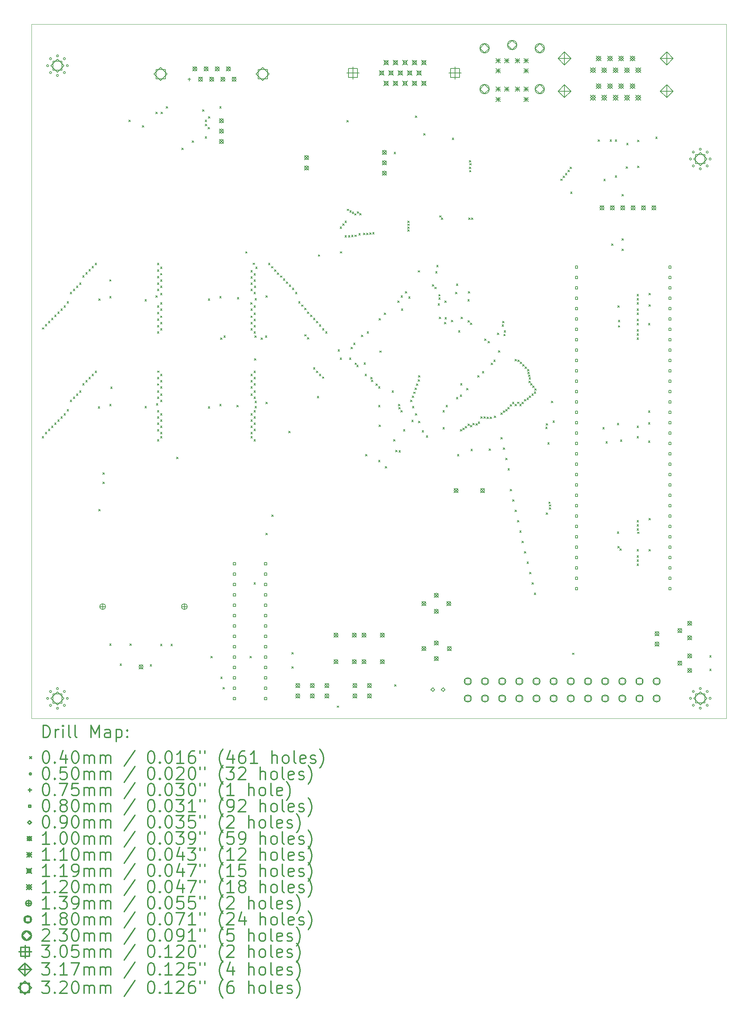
<source format=gbr>
%FSLAX45Y45*%
G04 Gerber Fmt 4.5, Leading zero omitted, Abs format (unit mm)*
G04 Created by KiCad (PCBNEW (5.1.6)-1) date 2022-11-13 07:46:50*
%MOMM*%
%LPD*%
G01*
G04 APERTURE LIST*
%TA.AperFunction,Profile*%
%ADD10C,0.050000*%
%TD*%
%ADD11C,0.200000*%
%ADD12C,0.300000*%
G04 APERTURE END LIST*
D10*
X29725400Y-22689600D02*
X29725400Y-5689600D01*
X12725400Y-22689600D02*
X29725400Y-22689600D01*
X12725400Y-5689600D02*
X12725400Y-22689600D01*
X12725400Y-5689600D02*
X29725400Y-5689600D01*
D11*
X12984800Y-15778800D02*
X13024800Y-15818800D01*
X13024800Y-15778800D02*
X12984800Y-15818800D01*
X12988500Y-13118805D02*
X13028500Y-13158805D01*
X13028500Y-13118805D02*
X12988500Y-13158805D01*
X13061000Y-13035600D02*
X13101000Y-13075600D01*
X13101000Y-13035600D02*
X13061000Y-13075600D01*
X13061000Y-15677200D02*
X13101000Y-15717200D01*
X13101000Y-15677200D02*
X13061000Y-15717200D01*
X13137200Y-12959400D02*
X13177200Y-12999400D01*
X13177200Y-12959400D02*
X13137200Y-12999400D01*
X13137200Y-15601000D02*
X13177200Y-15641000D01*
X13177200Y-15601000D02*
X13137200Y-15641000D01*
X13213400Y-12883200D02*
X13253400Y-12923200D01*
X13253400Y-12883200D02*
X13213400Y-12923200D01*
X13213400Y-15524800D02*
X13253400Y-15564800D01*
X13253400Y-15524800D02*
X13213400Y-15564800D01*
X13289600Y-12807000D02*
X13329600Y-12847000D01*
X13329600Y-12807000D02*
X13289600Y-12847000D01*
X13289600Y-15448600D02*
X13329600Y-15488600D01*
X13329600Y-15448600D02*
X13289600Y-15488600D01*
X13365800Y-12730800D02*
X13405800Y-12770800D01*
X13405800Y-12730800D02*
X13365800Y-12770800D01*
X13365800Y-15372400D02*
X13405800Y-15412400D01*
X13405800Y-15372400D02*
X13365800Y-15412400D01*
X13442000Y-12654600D02*
X13482000Y-12694600D01*
X13482000Y-12654600D02*
X13442000Y-12694600D01*
X13442000Y-15296200D02*
X13482000Y-15336200D01*
X13482000Y-15296200D02*
X13442000Y-15336200D01*
X13518200Y-12578400D02*
X13558200Y-12618400D01*
X13558200Y-12578400D02*
X13518200Y-12618400D01*
X13518200Y-15220000D02*
X13558200Y-15260000D01*
X13558200Y-15220000D02*
X13518200Y-15260000D01*
X13594400Y-12476800D02*
X13634400Y-12516800D01*
X13634400Y-12476800D02*
X13594400Y-12516800D01*
X13594400Y-15118400D02*
X13634400Y-15158400D01*
X13634400Y-15118400D02*
X13594400Y-15158400D01*
X13670600Y-12248200D02*
X13710600Y-12288200D01*
X13710600Y-12248200D02*
X13670600Y-12288200D01*
X13670600Y-14889800D02*
X13710600Y-14929800D01*
X13710600Y-14889800D02*
X13670600Y-14929800D01*
X13746800Y-12172000D02*
X13786800Y-12212000D01*
X13786800Y-12172000D02*
X13746800Y-12212000D01*
X13746800Y-14813600D02*
X13786800Y-14853600D01*
X13786800Y-14813600D02*
X13746800Y-14853600D01*
X13823000Y-12095800D02*
X13863000Y-12135800D01*
X13863000Y-12095800D02*
X13823000Y-12135800D01*
X13823000Y-14737400D02*
X13863000Y-14777400D01*
X13863000Y-14737400D02*
X13823000Y-14777400D01*
X13899200Y-12019600D02*
X13939200Y-12059600D01*
X13939200Y-12019600D02*
X13899200Y-12059600D01*
X13899200Y-14661200D02*
X13939200Y-14701200D01*
X13939200Y-14661200D02*
X13899200Y-14701200D01*
X13975400Y-11841800D02*
X14015400Y-11881800D01*
X14015400Y-11841800D02*
X13975400Y-11881800D01*
X13975400Y-14483400D02*
X14015400Y-14523400D01*
X14015400Y-14483400D02*
X13975400Y-14523400D01*
X14051600Y-11765600D02*
X14091600Y-11805600D01*
X14091600Y-11765600D02*
X14051600Y-11805600D01*
X14051600Y-14407200D02*
X14091600Y-14447200D01*
X14091600Y-14407200D02*
X14051600Y-14447200D01*
X14127800Y-11689400D02*
X14167800Y-11729400D01*
X14167800Y-11689400D02*
X14127800Y-11729400D01*
X14127800Y-14331000D02*
X14167800Y-14371000D01*
X14167800Y-14331000D02*
X14127800Y-14371000D01*
X14204000Y-11613200D02*
X14244000Y-11653200D01*
X14244000Y-11613200D02*
X14204000Y-11653200D01*
X14204000Y-14254800D02*
X14244000Y-14294800D01*
X14244000Y-14254800D02*
X14204000Y-14294800D01*
X14280200Y-11537000D02*
X14320200Y-11577000D01*
X14320200Y-11537000D02*
X14280200Y-11577000D01*
X14280200Y-14178600D02*
X14320200Y-14218600D01*
X14320200Y-14178600D02*
X14280200Y-14218600D01*
X14356400Y-15054900D02*
X14396400Y-15094900D01*
X14396400Y-15054900D02*
X14356400Y-15094900D01*
X14369100Y-12413300D02*
X14409100Y-12453300D01*
X14409100Y-12413300D02*
X14369100Y-12453300D01*
X14369100Y-17569500D02*
X14409100Y-17609500D01*
X14409100Y-17569500D02*
X14369100Y-17609500D01*
X14470700Y-16667800D02*
X14510700Y-16707800D01*
X14510700Y-16667800D02*
X14470700Y-16707800D01*
X14470700Y-16896400D02*
X14510700Y-16936400D01*
X14510700Y-16896400D02*
X14470700Y-16936400D01*
X14635800Y-11942700D02*
X14675800Y-11982700D01*
X14675800Y-11942700D02*
X14635800Y-11982700D01*
X14635800Y-12349800D02*
X14675800Y-12389800D01*
X14675800Y-12349800D02*
X14635800Y-12389800D01*
X14635800Y-14991400D02*
X14675800Y-15031400D01*
X14675800Y-14991400D02*
X14635800Y-15031400D01*
X14635800Y-20858800D02*
X14675800Y-20898800D01*
X14675800Y-20858800D02*
X14635800Y-20898800D01*
X14661200Y-14569300D02*
X14701200Y-14609300D01*
X14701200Y-14569300D02*
X14661200Y-14609300D01*
X14889800Y-21354100D02*
X14929800Y-21394100D01*
X14929800Y-21354100D02*
X14889800Y-21394100D01*
X15105700Y-8031800D02*
X15145700Y-8071800D01*
X15145700Y-8031800D02*
X15105700Y-8071800D01*
X15131100Y-20858800D02*
X15171100Y-20898800D01*
X15171100Y-20858800D02*
X15131100Y-20898800D01*
X15435900Y-8171500D02*
X15475900Y-8211500D01*
X15475900Y-8171500D02*
X15435900Y-8211500D01*
X15499400Y-12426000D02*
X15539400Y-12466000D01*
X15539400Y-12426000D02*
X15499400Y-12466000D01*
X15499400Y-15042200D02*
X15539400Y-15082200D01*
X15539400Y-15042200D02*
X15499400Y-15082200D01*
X15626400Y-21366800D02*
X15666400Y-21406800D01*
X15666400Y-21366800D02*
X15626400Y-21406800D01*
X15766100Y-7841300D02*
X15806100Y-7881300D01*
X15806100Y-7841300D02*
X15766100Y-7881300D01*
X15766100Y-12337100D02*
X15806100Y-12377100D01*
X15806100Y-12337100D02*
X15766100Y-12377100D01*
X15778800Y-14978700D02*
X15818800Y-15018700D01*
X15818800Y-14978700D02*
X15778800Y-15018700D01*
X15804200Y-11542700D02*
X15844200Y-11582700D01*
X15844200Y-11542700D02*
X15804200Y-11582700D01*
X15804200Y-11702700D02*
X15844200Y-11742700D01*
X15844200Y-11702700D02*
X15804200Y-11742700D01*
X15804200Y-11862700D02*
X15844200Y-11902700D01*
X15844200Y-11862700D02*
X15804200Y-11902700D01*
X15804200Y-12019600D02*
X15844200Y-12059600D01*
X15844200Y-12019600D02*
X15804200Y-12059600D01*
X15804200Y-12172000D02*
X15844200Y-12212000D01*
X15844200Y-12172000D02*
X15804200Y-12212000D01*
X15804200Y-12578400D02*
X15844200Y-12618400D01*
X15844200Y-12578400D02*
X15804200Y-12618400D01*
X15804200Y-12742700D02*
X15844200Y-12782700D01*
X15844200Y-12742700D02*
X15804200Y-12782700D01*
X15804200Y-12902700D02*
X15844200Y-12942700D01*
X15844200Y-12902700D02*
X15804200Y-12942700D01*
X15804200Y-13061000D02*
X15844200Y-13101000D01*
X15844200Y-13061000D02*
X15804200Y-13101000D01*
X15804200Y-13213400D02*
X15844200Y-13253400D01*
X15844200Y-13213400D02*
X15804200Y-13253400D01*
X15804200Y-14331000D02*
X15844200Y-14371000D01*
X15844200Y-14331000D02*
X15804200Y-14371000D01*
X15804200Y-14489300D02*
X15844200Y-14529300D01*
X15844200Y-14489300D02*
X15804200Y-14529300D01*
X15804200Y-14661200D02*
X15844200Y-14701200D01*
X15844200Y-14661200D02*
X15804200Y-14701200D01*
X15804200Y-14813600D02*
X15844200Y-14853600D01*
X15844200Y-14813600D02*
X15804200Y-14853600D01*
X15804200Y-15143800D02*
X15844200Y-15183800D01*
X15844200Y-15143800D02*
X15804200Y-15183800D01*
X15804200Y-15296200D02*
X15844200Y-15336200D01*
X15844200Y-15296200D02*
X15804200Y-15336200D01*
X15804200Y-15449300D02*
X15844200Y-15489300D01*
X15844200Y-15449300D02*
X15804200Y-15489300D01*
X15804200Y-15609300D02*
X15844200Y-15649300D01*
X15844200Y-15609300D02*
X15804200Y-15649300D01*
X15804200Y-15855000D02*
X15844200Y-15895000D01*
X15844200Y-15855000D02*
X15804200Y-15895000D01*
X15806000Y-14176800D02*
X15846000Y-14216800D01*
X15846000Y-14176800D02*
X15806000Y-14216800D01*
X15880400Y-11790200D02*
X15920400Y-11830200D01*
X15920400Y-11790200D02*
X15880400Y-11830200D01*
X15880400Y-11943400D02*
X15920400Y-11983400D01*
X15920400Y-11943400D02*
X15880400Y-11983400D01*
X15880400Y-12095800D02*
X15920400Y-12135800D01*
X15920400Y-12095800D02*
X15880400Y-12135800D01*
X15880400Y-12273600D02*
X15920400Y-12313600D01*
X15920400Y-12273600D02*
X15880400Y-12313600D01*
X15880400Y-12502200D02*
X15920400Y-12542200D01*
X15920400Y-12502200D02*
X15880400Y-12542200D01*
X15880400Y-12654600D02*
X15920400Y-12694600D01*
X15920400Y-12654600D02*
X15880400Y-12694600D01*
X15880400Y-12830200D02*
X15920400Y-12870200D01*
X15920400Y-12830200D02*
X15880400Y-12870200D01*
X15880400Y-12984800D02*
X15920400Y-13024800D01*
X15920400Y-12984800D02*
X15880400Y-13024800D01*
X15880400Y-13137200D02*
X15920400Y-13177200D01*
X15920400Y-13137200D02*
X15880400Y-13177200D01*
X15880400Y-14254800D02*
X15920400Y-14294800D01*
X15920400Y-14254800D02*
X15880400Y-14294800D01*
X15880400Y-14407200D02*
X15920400Y-14447200D01*
X15920400Y-14407200D02*
X15880400Y-14447200D01*
X15880400Y-14561800D02*
X15920400Y-14601800D01*
X15920400Y-14561800D02*
X15880400Y-14601800D01*
X15880400Y-14737400D02*
X15920400Y-14777400D01*
X15920400Y-14737400D02*
X15880400Y-14777400D01*
X15880400Y-14889800D02*
X15920400Y-14929800D01*
X15920400Y-14889800D02*
X15880400Y-14929800D01*
X15880400Y-15220000D02*
X15920400Y-15260000D01*
X15920400Y-15220000D02*
X15880400Y-15260000D01*
X15880400Y-15372400D02*
X15920400Y-15412400D01*
X15920400Y-15372400D02*
X15880400Y-15412400D01*
X15880400Y-15524800D02*
X15920400Y-15564800D01*
X15920400Y-15524800D02*
X15880400Y-15564800D01*
X15880400Y-15681800D02*
X15920400Y-15721800D01*
X15920400Y-15681800D02*
X15880400Y-15721800D01*
X15880400Y-15781800D02*
X15920400Y-15821800D01*
X15920400Y-15781800D02*
X15880400Y-15821800D01*
X15880400Y-20871500D02*
X15920400Y-20911500D01*
X15920400Y-20871500D02*
X15880400Y-20911500D01*
X15880725Y-11630200D02*
X15920725Y-11670200D01*
X15920725Y-11630200D02*
X15880725Y-11670200D01*
X15893100Y-7841300D02*
X15933100Y-7881300D01*
X15933100Y-7841300D02*
X15893100Y-7881300D01*
X16020100Y-7701600D02*
X16060100Y-7741600D01*
X16060100Y-7701600D02*
X16020100Y-7741600D01*
X16134400Y-20871500D02*
X16174400Y-20911500D01*
X16174400Y-20871500D02*
X16134400Y-20911500D01*
X16274100Y-16286800D02*
X16314100Y-16326800D01*
X16314100Y-16286800D02*
X16274100Y-16326800D01*
X16401100Y-8717600D02*
X16441100Y-8757600D01*
X16441100Y-8717600D02*
X16401100Y-8757600D01*
X16655100Y-8539800D02*
X16695100Y-8579800D01*
X16695100Y-8539800D02*
X16655100Y-8579800D01*
X16909100Y-7777800D02*
X16949100Y-7817800D01*
X16949100Y-7777800D02*
X16909100Y-7817800D01*
X16972600Y-8031800D02*
X17012600Y-8071800D01*
X17012600Y-8031800D02*
X16972600Y-8071800D01*
X16972600Y-8438200D02*
X17012600Y-8478200D01*
X17012600Y-8438200D02*
X16972600Y-8478200D01*
X16973865Y-8133065D02*
X17013865Y-8173065D01*
X17013865Y-8133065D02*
X16973865Y-8173065D01*
X17046365Y-8213300D02*
X17086365Y-8253300D01*
X17086365Y-8213300D02*
X17046365Y-8253300D01*
X17048800Y-12413300D02*
X17088800Y-12453300D01*
X17088800Y-12413300D02*
X17048800Y-12453300D01*
X17048800Y-15054900D02*
X17088800Y-15094900D01*
X17088800Y-15054900D02*
X17048800Y-15094900D01*
X17049700Y-7948595D02*
X17089700Y-7988595D01*
X17089700Y-7948595D02*
X17049700Y-7988595D01*
X17112300Y-21163600D02*
X17152300Y-21203600D01*
X17152300Y-21163600D02*
X17112300Y-21203600D01*
X17328200Y-7701600D02*
X17368200Y-7741600D01*
X17368200Y-7701600D02*
X17328200Y-7741600D01*
X17328200Y-12349800D02*
X17368200Y-12389800D01*
X17368200Y-12349800D02*
X17328200Y-12389800D01*
X17328200Y-14991400D02*
X17368200Y-15031400D01*
X17368200Y-14991400D02*
X17328200Y-15031400D01*
X17346595Y-13370470D02*
X17386595Y-13410470D01*
X17386595Y-13370470D02*
X17346595Y-13410470D01*
X17352900Y-21671600D02*
X17392900Y-21711600D01*
X17392900Y-21671600D02*
X17352900Y-21711600D01*
X17410400Y-21925600D02*
X17450400Y-21965600D01*
X17450400Y-21925600D02*
X17410400Y-21965600D01*
X17429800Y-13315000D02*
X17469800Y-13355000D01*
X17469800Y-13315000D02*
X17429800Y-13355000D01*
X17747300Y-15016800D02*
X17787300Y-15056800D01*
X17787300Y-15016800D02*
X17747300Y-15056800D01*
X17760000Y-12375200D02*
X17800000Y-12415200D01*
X17800000Y-12375200D02*
X17760000Y-12415200D01*
X17963200Y-11256105D02*
X18003200Y-11296105D01*
X18003200Y-11256105D02*
X17963200Y-11296105D01*
X18071500Y-21163600D02*
X18111500Y-21203600D01*
X18111500Y-21163600D02*
X18071500Y-21203600D01*
X18083195Y-12505900D02*
X18123195Y-12545900D01*
X18123195Y-12505900D02*
X18083195Y-12545900D01*
X18090200Y-11714800D02*
X18130200Y-11754800D01*
X18130200Y-11714800D02*
X18090200Y-11754800D01*
X18090200Y-11867200D02*
X18130200Y-11907200D01*
X18130200Y-11867200D02*
X18090200Y-11907200D01*
X18090200Y-12019600D02*
X18130200Y-12059600D01*
X18130200Y-12019600D02*
X18090200Y-12059600D01*
X18090200Y-12172000D02*
X18130200Y-12212000D01*
X18130200Y-12172000D02*
X18090200Y-12212000D01*
X18090200Y-12654600D02*
X18130200Y-12694600D01*
X18130200Y-12654600D02*
X18090200Y-12694600D01*
X18090200Y-12830200D02*
X18130200Y-12870200D01*
X18130200Y-12830200D02*
X18090200Y-12870200D01*
X18090200Y-12984800D02*
X18130200Y-13024800D01*
X18130200Y-12984800D02*
X18090200Y-13024800D01*
X18090200Y-13137200D02*
X18130200Y-13177200D01*
X18130200Y-13137200D02*
X18090200Y-13177200D01*
X18090200Y-14254800D02*
X18130200Y-14294800D01*
X18130200Y-14254800D02*
X18090200Y-14294800D01*
X18090200Y-14407200D02*
X18130200Y-14447200D01*
X18130200Y-14407200D02*
X18090200Y-14447200D01*
X18090200Y-14561800D02*
X18130200Y-14601800D01*
X18130200Y-14561800D02*
X18090200Y-14601800D01*
X18090200Y-14737400D02*
X18130200Y-14777400D01*
X18130200Y-14737400D02*
X18090200Y-14777400D01*
X18090200Y-15220000D02*
X18130200Y-15260000D01*
X18130200Y-15220000D02*
X18090200Y-15260000D01*
X18090200Y-15372400D02*
X18130200Y-15412400D01*
X18130200Y-15372400D02*
X18090200Y-15412400D01*
X18090200Y-15524800D02*
X18130200Y-15564800D01*
X18130200Y-15524800D02*
X18090200Y-15564800D01*
X18090200Y-15681800D02*
X18130200Y-15721800D01*
X18130200Y-15681800D02*
X18090200Y-15721800D01*
X18090200Y-15781800D02*
X18130200Y-15821800D01*
X18130200Y-15781800D02*
X18090200Y-15821800D01*
X18142802Y-11535200D02*
X18182802Y-11575200D01*
X18182802Y-11535200D02*
X18142802Y-11575200D01*
X18166400Y-11791000D02*
X18206400Y-11831000D01*
X18206400Y-11791000D02*
X18166400Y-11831000D01*
X18166400Y-11943400D02*
X18206400Y-11983400D01*
X18206400Y-11943400D02*
X18166400Y-11983400D01*
X18166400Y-12578400D02*
X18206400Y-12618400D01*
X18206400Y-12578400D02*
X18166400Y-12618400D01*
X18166400Y-12756200D02*
X18206400Y-12796200D01*
X18206400Y-12756200D02*
X18166400Y-12796200D01*
X18166400Y-12908600D02*
X18206400Y-12948600D01*
X18206400Y-12908600D02*
X18166400Y-12948600D01*
X18166400Y-13064700D02*
X18206400Y-13104700D01*
X18206400Y-13064700D02*
X18166400Y-13104700D01*
X18166400Y-13213400D02*
X18206400Y-13253400D01*
X18206400Y-13213400D02*
X18166400Y-13253400D01*
X18166400Y-14178600D02*
X18206400Y-14218600D01*
X18206400Y-14178600D02*
X18166400Y-14218600D01*
X18166400Y-14331000D02*
X18206400Y-14371000D01*
X18206400Y-14331000D02*
X18166400Y-14371000D01*
X18166400Y-14483400D02*
X18206400Y-14523400D01*
X18206400Y-14483400D02*
X18166400Y-14523400D01*
X18166400Y-14661200D02*
X18206400Y-14701200D01*
X18206400Y-14661200D02*
X18166400Y-14701200D01*
X18166400Y-14813600D02*
X18206400Y-14853600D01*
X18206400Y-14813600D02*
X18166400Y-14853600D01*
X18166400Y-15143800D02*
X18206400Y-15183800D01*
X18206400Y-15143800D02*
X18166400Y-15183800D01*
X18166400Y-15296200D02*
X18206400Y-15336200D01*
X18206400Y-15296200D02*
X18166400Y-15336200D01*
X18166400Y-15448600D02*
X18206400Y-15488600D01*
X18206400Y-15448600D02*
X18166400Y-15488600D01*
X18166400Y-15601000D02*
X18206400Y-15641000D01*
X18206400Y-15601000D02*
X18166400Y-15641000D01*
X18166400Y-15855000D02*
X18206400Y-15895000D01*
X18206400Y-15855000D02*
X18166400Y-15895000D01*
X18166400Y-19360200D02*
X18206400Y-19400200D01*
X18206400Y-19360200D02*
X18166400Y-19400200D01*
X18166400Y-12248200D02*
X18206400Y-12288200D01*
X18206400Y-12248200D02*
X18166400Y-12288200D01*
X18173405Y-12099500D02*
X18213405Y-12139500D01*
X18213405Y-12099500D02*
X18173405Y-12139500D01*
X18179100Y-13873800D02*
X18219100Y-13913800D01*
X18219100Y-13873800D02*
X18179100Y-13913800D01*
X18187290Y-13318699D02*
X18227290Y-13358699D01*
X18227290Y-13318699D02*
X18187290Y-13358699D01*
X18191800Y-12400600D02*
X18231800Y-12440600D01*
X18231800Y-12400600D02*
X18191800Y-12440600D01*
X18191800Y-14915200D02*
X18231800Y-14955200D01*
X18231800Y-14915200D02*
X18191800Y-14955200D01*
X18191800Y-15042200D02*
X18231800Y-15082200D01*
X18231800Y-15042200D02*
X18191800Y-15082200D01*
X18209011Y-11631012D02*
X18249011Y-11671012D01*
X18249011Y-11631012D02*
X18209011Y-11671012D01*
X18340156Y-13369844D02*
X18380156Y-13409844D01*
X18380156Y-13369844D02*
X18340156Y-13409844D01*
X18445800Y-13315000D02*
X18485800Y-13355000D01*
X18485800Y-13315000D02*
X18445800Y-13355000D01*
X18458500Y-12337100D02*
X18498500Y-12377100D01*
X18498500Y-12337100D02*
X18458500Y-12377100D01*
X18458500Y-14940600D02*
X18498500Y-14980600D01*
X18498500Y-14940600D02*
X18458500Y-14980600D01*
X18458500Y-18153700D02*
X18498500Y-18193700D01*
X18498500Y-18153700D02*
X18458500Y-18193700D01*
X18522000Y-11537000D02*
X18562000Y-11577000D01*
X18562000Y-11537000D02*
X18522000Y-11577000D01*
X18594500Y-11620205D02*
X18634500Y-11660205D01*
X18634500Y-11620205D02*
X18594500Y-11660205D01*
X18604550Y-17702850D02*
X18644550Y-17742850D01*
X18644550Y-17702850D02*
X18604550Y-17742850D01*
X18667000Y-11698764D02*
X18707000Y-11738764D01*
X18707000Y-11698764D02*
X18667000Y-11738764D01*
X18739500Y-11774179D02*
X18779500Y-11814179D01*
X18779500Y-11774179D02*
X18739500Y-11814179D01*
X18812000Y-11847941D02*
X18852000Y-11887941D01*
X18852000Y-11847941D02*
X18812000Y-11887941D01*
X18884500Y-11920937D02*
X18924500Y-11960937D01*
X18924500Y-11920937D02*
X18884500Y-11960937D01*
X18957000Y-11994200D02*
X18997000Y-12034200D01*
X18997000Y-11994200D02*
X18957000Y-12034200D01*
X19017300Y-15651800D02*
X19057300Y-15691800D01*
X19057300Y-15651800D02*
X19017300Y-15691800D01*
X19030000Y-12070400D02*
X19070000Y-12110400D01*
X19070000Y-12070400D02*
X19030000Y-12110400D01*
X19093500Y-21074700D02*
X19133500Y-21114700D01*
X19133500Y-21074700D02*
X19093500Y-21114700D01*
X19093500Y-21417600D02*
X19133500Y-21457600D01*
X19133500Y-21417600D02*
X19093500Y-21457600D01*
X19106200Y-12146600D02*
X19146200Y-12186600D01*
X19146200Y-12146600D02*
X19106200Y-12186600D01*
X19182400Y-12248200D02*
X19222400Y-12288200D01*
X19222400Y-12248200D02*
X19182400Y-12288200D01*
X19258600Y-12476800D02*
X19298600Y-12516800D01*
X19298600Y-12476800D02*
X19258600Y-12516800D01*
X19331100Y-12560005D02*
X19371100Y-12600005D01*
X19371100Y-12560005D02*
X19331100Y-12600005D01*
X19403600Y-12638564D02*
X19443600Y-12678564D01*
X19443600Y-12638564D02*
X19403600Y-12678564D01*
X19403600Y-13287700D02*
X19443600Y-13327700D01*
X19443600Y-13287700D02*
X19403600Y-13327700D01*
X19476100Y-12730800D02*
X19516100Y-12770800D01*
X19516100Y-12730800D02*
X19476100Y-12770800D01*
X19476100Y-13360200D02*
X19516100Y-13400200D01*
X19516100Y-13360200D02*
X19476100Y-13400200D01*
X19548600Y-12808418D02*
X19588600Y-12848418D01*
X19588600Y-12808418D02*
X19548600Y-12848418D01*
X19621100Y-12883593D02*
X19661100Y-12923593D01*
X19661100Y-12883593D02*
X19621100Y-12923593D01*
X19621100Y-14095500D02*
X19661100Y-14135500D01*
X19661100Y-14095500D02*
X19621100Y-14135500D01*
X19693600Y-12959400D02*
X19733600Y-12999400D01*
X19733600Y-12959400D02*
X19693600Y-12999400D01*
X19693600Y-14180607D02*
X19733600Y-14220607D01*
X19733600Y-14180607D02*
X19693600Y-14220607D01*
X19715800Y-14798302D02*
X19755800Y-14838302D01*
X19755800Y-14798302D02*
X19715800Y-14838302D01*
X19741665Y-11333335D02*
X19781665Y-11373335D01*
X19781665Y-11333335D02*
X19741665Y-11373335D01*
X19766100Y-13044212D02*
X19806100Y-13084212D01*
X19806100Y-13044212D02*
X19766100Y-13084212D01*
X19766100Y-14254800D02*
X19806100Y-14294800D01*
X19806100Y-14254800D02*
X19766100Y-14294800D01*
X19842800Y-13137200D02*
X19882800Y-13177200D01*
X19882800Y-13137200D02*
X19842800Y-13177200D01*
X19842800Y-14322028D02*
X19882800Y-14362028D01*
X19882800Y-14322028D02*
X19842800Y-14362028D01*
X19919000Y-13213400D02*
X19959000Y-13253400D01*
X19959000Y-13213400D02*
X19919000Y-13253400D01*
X20203480Y-22380260D02*
X20243480Y-22420260D01*
X20243480Y-22380260D02*
X20203480Y-22420260D01*
X20223800Y-13657900D02*
X20263800Y-13697900D01*
X20263800Y-13657900D02*
X20223800Y-13697900D01*
X20274600Y-10648000D02*
X20314600Y-10688000D01*
X20314600Y-10648000D02*
X20274600Y-10688000D01*
X20274600Y-13861100D02*
X20314600Y-13901100D01*
X20314600Y-13861100D02*
X20274600Y-13901100D01*
X20277253Y-11254947D02*
X20317253Y-11294947D01*
X20317253Y-11254947D02*
X20277253Y-11294947D01*
X20335532Y-10571800D02*
X20375532Y-10611800D01*
X20375532Y-10571800D02*
X20335532Y-10611800D01*
X20392691Y-10860109D02*
X20432691Y-10900109D01*
X20432691Y-10860109D02*
X20392691Y-10900109D01*
X20393032Y-10508300D02*
X20433032Y-10548300D01*
X20433032Y-10508300D02*
X20393032Y-10548300D01*
X20439700Y-8044500D02*
X20479700Y-8084500D01*
X20479700Y-8044500D02*
X20439700Y-8084500D01*
X20450532Y-10215080D02*
X20490532Y-10255080D01*
X20490532Y-10215080D02*
X20450532Y-10255080D01*
X20477800Y-10863900D02*
X20517800Y-10903900D01*
X20517800Y-10863900D02*
X20477800Y-10903900D01*
X20503200Y-13861100D02*
X20543200Y-13901100D01*
X20543200Y-13861100D02*
X20503200Y-13901100D01*
X20510562Y-10251087D02*
X20550562Y-10291087D01*
X20550562Y-10251087D02*
X20510562Y-10291087D01*
X20541300Y-13594400D02*
X20581300Y-13634400D01*
X20581300Y-13594400D02*
X20541300Y-13634400D01*
X20554000Y-10851200D02*
X20594000Y-10891200D01*
X20594000Y-10851200D02*
X20554000Y-10891200D01*
X20570543Y-10287176D02*
X20610543Y-10327176D01*
X20610543Y-10287176D02*
X20570543Y-10327176D01*
X20604800Y-13492800D02*
X20644800Y-13532800D01*
X20644800Y-13492800D02*
X20604800Y-13532800D01*
X20630200Y-10323799D02*
X20670200Y-10363799D01*
X20670200Y-10323799D02*
X20630200Y-10363799D01*
X20636698Y-10850566D02*
X20676698Y-10890566D01*
X20676698Y-10850566D02*
X20636698Y-10890566D01*
X20639000Y-13982900D02*
X20679000Y-14022900D01*
X20679000Y-13982900D02*
X20639000Y-14022900D01*
X20681000Y-14038900D02*
X20721000Y-14078900D01*
X20721000Y-14038900D02*
X20681000Y-14078900D01*
X20693700Y-10279700D02*
X20733700Y-10319700D01*
X20733700Y-10279700D02*
X20693700Y-10319700D01*
X20731800Y-10813101D02*
X20771800Y-10853101D01*
X20771800Y-10813101D02*
X20731800Y-10853101D01*
X20751200Y-10321700D02*
X20791200Y-10361700D01*
X20791200Y-10321700D02*
X20751200Y-10361700D01*
X20795300Y-13302300D02*
X20835300Y-13342300D01*
X20835300Y-13302300D02*
X20795300Y-13342300D01*
X20846641Y-10806059D02*
X20886641Y-10846059D01*
X20886641Y-10806059D02*
X20846641Y-10846059D01*
X20858800Y-13975400D02*
X20898800Y-14015400D01*
X20898800Y-13975400D02*
X20858800Y-14015400D01*
X20884200Y-14254800D02*
X20924200Y-14294800D01*
X20924200Y-14254800D02*
X20884200Y-14294800D01*
X20896900Y-16223300D02*
X20936900Y-16263300D01*
X20936900Y-16223300D02*
X20896900Y-16263300D01*
X20922300Y-10800400D02*
X20962300Y-10840400D01*
X20962300Y-10800400D02*
X20922300Y-10840400D01*
X20935000Y-13213400D02*
X20975000Y-13253400D01*
X20975000Y-13213400D02*
X20935000Y-13253400D01*
X20999704Y-10792996D02*
X21039704Y-10832996D01*
X21039704Y-10792996D02*
X20999704Y-10832996D01*
X21023900Y-14331000D02*
X21063900Y-14371000D01*
X21063900Y-14331000D02*
X21023900Y-14371000D01*
X21037777Y-14399789D02*
X21077777Y-14439789D01*
X21077777Y-14399789D02*
X21037777Y-14439789D01*
X21069453Y-10787066D02*
X21109453Y-10827066D01*
X21109453Y-10787066D02*
X21069453Y-10827066D01*
X21150900Y-14496100D02*
X21190900Y-14536100D01*
X21190900Y-14496100D02*
X21150900Y-14536100D01*
X21214400Y-14559600D02*
X21254400Y-14599600D01*
X21254400Y-14559600D02*
X21214400Y-14599600D01*
X21214400Y-15016800D02*
X21254400Y-15056800D01*
X21254400Y-15016800D02*
X21214400Y-15056800D01*
X21214400Y-16363000D02*
X21254400Y-16403000D01*
X21254400Y-16363000D02*
X21214400Y-16403000D01*
X21224541Y-12893341D02*
X21264541Y-12933341D01*
X21264541Y-12893341D02*
X21224541Y-12933341D01*
X21227100Y-15499400D02*
X21267100Y-15539400D01*
X21267100Y-15499400D02*
X21227100Y-15539400D01*
X21243591Y-13687091D02*
X21283591Y-13727091D01*
X21283591Y-13687091D02*
X21243591Y-13727091D01*
X21351104Y-12756200D02*
X21391104Y-12796200D01*
X21391104Y-12756200D02*
X21351104Y-12796200D01*
X21379501Y-16515400D02*
X21419501Y-16555400D01*
X21419501Y-16515400D02*
X21379501Y-16555400D01*
X21544600Y-14661200D02*
X21584600Y-14701200D01*
X21584600Y-14661200D02*
X21544600Y-14701200D01*
X21582700Y-15855000D02*
X21622700Y-15895000D01*
X21622700Y-15855000D02*
X21582700Y-15895000D01*
X21595400Y-8819200D02*
X21635400Y-8859200D01*
X21635400Y-8819200D02*
X21595400Y-8859200D01*
X21608100Y-21862100D02*
X21648100Y-21902100D01*
X21648100Y-21862100D02*
X21608100Y-21902100D01*
X21634401Y-16121700D02*
X21674401Y-16161700D01*
X21674401Y-16121700D02*
X21634401Y-16161700D01*
X21684300Y-12464100D02*
X21724300Y-12504100D01*
X21724300Y-12464100D02*
X21684300Y-12504100D01*
X21698831Y-14997152D02*
X21738831Y-15037152D01*
X21738831Y-14997152D02*
X21698831Y-15037152D01*
X21709700Y-15067600D02*
X21749700Y-15107600D01*
X21749700Y-15067600D02*
X21709700Y-15107600D01*
X21712215Y-16129514D02*
X21752215Y-16169514D01*
X21752215Y-16129514D02*
X21712215Y-16169514D01*
X21760500Y-15143800D02*
X21800500Y-15183800D01*
X21800500Y-15143800D02*
X21760500Y-15183800D01*
X21763245Y-12334355D02*
X21803245Y-12374355D01*
X21803245Y-12334355D02*
X21763245Y-12374355D01*
X21773200Y-12654600D02*
X21813200Y-12694600D01*
X21813200Y-12654600D02*
X21773200Y-12694600D01*
X21824000Y-15613700D02*
X21864000Y-15653700D01*
X21864000Y-15613700D02*
X21824000Y-15653700D01*
X21872241Y-12232941D02*
X21912241Y-12272941D01*
X21912241Y-12232941D02*
X21872241Y-12272941D01*
X21926501Y-10508300D02*
X21966501Y-10548300D01*
X21966501Y-10508300D02*
X21926501Y-10548300D01*
X21926501Y-10578300D02*
X21966501Y-10618300D01*
X21966501Y-10578300D02*
X21926501Y-10618300D01*
X21926501Y-10648301D02*
X21966501Y-10688301D01*
X21966501Y-10648301D02*
X21926501Y-10688301D01*
X21926501Y-10718301D02*
X21966501Y-10758301D01*
X21966501Y-10718301D02*
X21926501Y-10758301D01*
X21951000Y-12362500D02*
X21991000Y-12402500D01*
X21991000Y-12362500D02*
X21951000Y-12402500D01*
X21999022Y-14895165D02*
X22039022Y-14935165D01*
X22039022Y-14895165D02*
X21999022Y-14935165D01*
X22027200Y-15385100D02*
X22067200Y-15425100D01*
X22067200Y-15385100D02*
X22027200Y-15425100D01*
X22041123Y-14789423D02*
X22081123Y-14829423D01*
X22081123Y-14789423D02*
X22041123Y-14829423D01*
X22043600Y-15042200D02*
X22083600Y-15082200D01*
X22083600Y-15042200D02*
X22043600Y-15082200D01*
X22070316Y-14693354D02*
X22110316Y-14733354D01*
X22110316Y-14693354D02*
X22070316Y-14733354D01*
X22106502Y-14593668D02*
X22146502Y-14633668D01*
X22146502Y-14593668D02*
X22106502Y-14633668D01*
X22116100Y-7930200D02*
X22156100Y-7970200D01*
X22156100Y-7930200D02*
X22116100Y-7970200D01*
X22116100Y-15220000D02*
X22156100Y-15260000D01*
X22156100Y-15220000D02*
X22116100Y-15260000D01*
X22143963Y-14492565D02*
X22183963Y-14532565D01*
X22183963Y-14492565D02*
X22143963Y-14532565D01*
X22180669Y-14392218D02*
X22220669Y-14432218D01*
X22220669Y-14392218D02*
X22180669Y-14432218D01*
X22184718Y-11722383D02*
X22224718Y-11762383D01*
X22224718Y-11722383D02*
X22184718Y-11762383D01*
X22192300Y-15410500D02*
X22232300Y-15450500D01*
X22232300Y-15410500D02*
X22192300Y-15450500D01*
X22193977Y-14293107D02*
X22233977Y-14333107D01*
X22233977Y-14293107D02*
X22193977Y-14333107D01*
X22281200Y-15639100D02*
X22321200Y-15679100D01*
X22321200Y-15639100D02*
X22281200Y-15679100D01*
X22319300Y-8362000D02*
X22359300Y-8402000D01*
X22359300Y-8362000D02*
X22319300Y-8402000D01*
X22382800Y-15766100D02*
X22422800Y-15806100D01*
X22422800Y-15766100D02*
X22382800Y-15806100D01*
X22527617Y-12065283D02*
X22567617Y-12105283D01*
X22567617Y-12065283D02*
X22527617Y-12105283D01*
X22591117Y-12128783D02*
X22631117Y-12168783D01*
X22631117Y-12128783D02*
X22591117Y-12168783D01*
X22611400Y-11740200D02*
X22651400Y-11780200D01*
X22651400Y-11740200D02*
X22611400Y-11780200D01*
X22636800Y-11587800D02*
X22676800Y-11627800D01*
X22676800Y-11587800D02*
X22636800Y-11627800D01*
X22671109Y-12531391D02*
X22711109Y-12571391D01*
X22711109Y-12531391D02*
X22671109Y-12571391D01*
X22686553Y-12305536D02*
X22726553Y-12345536D01*
X22726553Y-12305536D02*
X22686553Y-12345536D01*
X22687600Y-12387900D02*
X22727600Y-12427900D01*
X22727600Y-12387900D02*
X22687600Y-12427900D01*
X22700300Y-12857800D02*
X22740300Y-12897800D01*
X22740300Y-12857800D02*
X22700300Y-12897800D01*
X22710485Y-10374456D02*
X22750485Y-10414456D01*
X22750485Y-10374456D02*
X22710485Y-10414456D01*
X22750199Y-10432100D02*
X22790199Y-10472100D01*
X22790199Y-10432100D02*
X22750199Y-10472100D01*
X22789200Y-15143800D02*
X22829200Y-15183800D01*
X22829200Y-15143800D02*
X22789200Y-15183800D01*
X22789200Y-15562900D02*
X22829200Y-15602900D01*
X22829200Y-15562900D02*
X22789200Y-15602900D01*
X22827300Y-12984800D02*
X22867300Y-13024800D01*
X22867300Y-12984800D02*
X22827300Y-13024800D01*
X22836022Y-12460122D02*
X22876022Y-12500122D01*
X22876022Y-12460122D02*
X22836022Y-12500122D01*
X22839302Y-12870500D02*
X22879302Y-12910500D01*
X22879302Y-12870500D02*
X22839302Y-12910500D01*
X22865400Y-15016800D02*
X22905400Y-15056800D01*
X22905400Y-15016800D02*
X22865400Y-15056800D01*
X22995471Y-12937071D02*
X23035471Y-12977071D01*
X23035471Y-12937071D02*
X22995471Y-12977071D01*
X23017800Y-8476300D02*
X23057800Y-8516300D01*
X23057800Y-8476300D02*
X23017800Y-8516300D01*
X23095721Y-12249921D02*
X23135721Y-12289921D01*
X23135721Y-12249921D02*
X23095721Y-12289921D01*
X23119400Y-12045000D02*
X23159400Y-12085000D01*
X23159400Y-12045000D02*
X23119400Y-12085000D01*
X23119400Y-14826300D02*
X23159400Y-14866300D01*
X23159400Y-14826300D02*
X23119400Y-14866300D01*
X23144800Y-16223300D02*
X23184800Y-16263300D01*
X23184800Y-16223300D02*
X23144800Y-16263300D01*
X23170200Y-13188000D02*
X23210200Y-13228000D01*
X23210200Y-13188000D02*
X23170200Y-13228000D01*
X23210965Y-14765253D02*
X23250965Y-14805253D01*
X23250965Y-14765253D02*
X23210965Y-14805253D01*
X23218813Y-15615158D02*
X23258813Y-15655158D01*
X23258813Y-15615158D02*
X23218813Y-15655158D01*
X23221000Y-14483400D02*
X23261000Y-14523400D01*
X23261000Y-14483400D02*
X23221000Y-14523400D01*
X23233700Y-12857800D02*
X23273700Y-12897800D01*
X23273700Y-12857800D02*
X23233700Y-12897800D01*
X23277056Y-15576329D02*
X23317056Y-15616329D01*
X23317056Y-15576329D02*
X23277056Y-15616329D01*
X23335300Y-15537500D02*
X23375300Y-15577500D01*
X23375300Y-15537500D02*
X23335300Y-15577500D01*
X23369609Y-14606609D02*
X23409609Y-14646609D01*
X23409609Y-14606609D02*
X23369609Y-14646609D01*
X23398800Y-12426000D02*
X23438800Y-12466000D01*
X23438800Y-12426000D02*
X23398800Y-12466000D01*
X23400040Y-15477287D02*
X23440040Y-15517287D01*
X23440040Y-15477287D02*
X23400040Y-15517287D01*
X23401359Y-12944141D02*
X23441359Y-12984141D01*
X23441359Y-12944141D02*
X23401359Y-12984141D01*
X23411500Y-12235500D02*
X23451500Y-12275500D01*
X23451500Y-12235500D02*
X23411500Y-12275500D01*
X23418200Y-10432100D02*
X23458200Y-10472100D01*
X23458200Y-10432100D02*
X23418200Y-10472100D01*
X23436900Y-9022400D02*
X23476900Y-9062400D01*
X23476900Y-9022400D02*
X23436900Y-9062400D01*
X23436900Y-9187500D02*
X23476900Y-9227500D01*
X23476900Y-9187500D02*
X23436900Y-9227500D01*
X23439459Y-9266259D02*
X23479459Y-9306259D01*
X23479459Y-9266259D02*
X23439459Y-9306259D01*
X23442558Y-9098059D02*
X23482558Y-9138059D01*
X23482558Y-9098059D02*
X23442558Y-9138059D01*
X23462018Y-13004801D02*
X23502018Y-13044801D01*
X23502018Y-13004801D02*
X23462018Y-13044801D01*
X23462300Y-15512100D02*
X23502300Y-15552100D01*
X23502300Y-15512100D02*
X23462300Y-15552100D01*
X23475000Y-16096300D02*
X23515000Y-16136300D01*
X23515000Y-16096300D02*
X23475000Y-16136300D01*
X23488200Y-10432100D02*
X23528200Y-10472100D01*
X23528200Y-10432100D02*
X23488200Y-10472100D01*
X23523465Y-15462824D02*
X23563465Y-15502824D01*
X23563465Y-15462824D02*
X23523465Y-15502824D01*
X23596800Y-15465200D02*
X23636800Y-15505200D01*
X23636800Y-15465200D02*
X23596800Y-15505200D01*
X23640100Y-14292900D02*
X23680100Y-14332900D01*
X23680100Y-14292900D02*
X23640100Y-14332900D01*
X23652800Y-15423200D02*
X23692800Y-15463200D01*
X23692800Y-15423200D02*
X23652800Y-15463200D01*
X23715114Y-15297386D02*
X23755114Y-15337386D01*
X23755114Y-15297386D02*
X23715114Y-15337386D01*
X23754400Y-14191300D02*
X23794400Y-14231300D01*
X23794400Y-14191300D02*
X23754400Y-14231300D01*
X23790383Y-15301945D02*
X23830383Y-15341945D01*
X23830383Y-15301945D02*
X23790383Y-15341945D01*
X23809659Y-13395659D02*
X23849659Y-13435659D01*
X23849659Y-13395659D02*
X23809659Y-13435659D01*
X23868374Y-15309226D02*
X23908374Y-15349226D01*
X23908374Y-15309226D02*
X23868374Y-15349226D01*
X23894100Y-13454700D02*
X23934100Y-13494700D01*
X23934100Y-13454700D02*
X23894100Y-13494700D01*
X23919500Y-16083600D02*
X23959500Y-16123600D01*
X23959500Y-16083600D02*
X23919500Y-16123600D01*
X23943597Y-15310203D02*
X23983597Y-15350203D01*
X23983597Y-15310203D02*
X23943597Y-15350203D01*
X23970300Y-13988100D02*
X24010300Y-14028100D01*
X24010300Y-13988100D02*
X23970300Y-14028100D01*
X24033800Y-13911900D02*
X24073800Y-13951900D01*
X24073800Y-13911900D02*
X24033800Y-13951900D01*
X24046500Y-15283500D02*
X24086500Y-15323500D01*
X24086500Y-15283500D02*
X24046500Y-15323500D01*
X24122700Y-13251500D02*
X24162700Y-13291500D01*
X24162700Y-13251500D02*
X24122700Y-13291500D01*
X24148100Y-13683300D02*
X24188100Y-13723300D01*
X24188100Y-13683300D02*
X24148100Y-13723300D01*
X24208100Y-15205998D02*
X24248100Y-15245998D01*
X24248100Y-15205998D02*
X24208100Y-15245998D01*
X24208100Y-15804200D02*
X24248100Y-15844200D01*
X24248100Y-15804200D02*
X24208100Y-15844200D01*
X24237000Y-13048300D02*
X24277000Y-13088300D01*
X24277000Y-13048300D02*
X24237000Y-13088300D01*
X24249700Y-12959400D02*
X24289700Y-12999400D01*
X24289700Y-12959400D02*
X24249700Y-12999400D01*
X24265600Y-16058200D02*
X24305600Y-16098200D01*
X24305600Y-16058200D02*
X24265600Y-16098200D01*
X24265601Y-15156094D02*
X24305601Y-15196094D01*
X24305601Y-15156094D02*
X24265601Y-15196094D01*
X24277659Y-13279459D02*
X24317659Y-13319459D01*
X24317659Y-13279459D02*
X24277659Y-13319459D01*
X24287800Y-13188000D02*
X24327800Y-13228000D01*
X24327800Y-13188000D02*
X24287800Y-13228000D01*
X24323100Y-16312200D02*
X24363100Y-16352200D01*
X24363100Y-16312200D02*
X24323100Y-16352200D01*
X24325640Y-15120101D02*
X24365640Y-15160101D01*
X24365640Y-15120101D02*
X24325640Y-15160101D01*
X24376700Y-15067600D02*
X24416700Y-15107600D01*
X24416700Y-15067600D02*
X24376700Y-15107600D01*
X24380600Y-16566200D02*
X24420600Y-16606200D01*
X24420600Y-16566200D02*
X24380600Y-16606200D01*
X24438100Y-15004100D02*
X24478100Y-15044100D01*
X24478100Y-15004100D02*
X24438100Y-15044100D01*
X24438100Y-17074200D02*
X24478100Y-17114200D01*
X24478100Y-17074200D02*
X24438100Y-17114200D01*
X24490349Y-14941251D02*
X24530349Y-14981251D01*
X24530349Y-14941251D02*
X24490349Y-14981251D01*
X24495600Y-17328200D02*
X24535600Y-17368200D01*
X24535600Y-17328200D02*
X24495600Y-17368200D01*
X24551681Y-13895323D02*
X24591681Y-13935323D01*
X24591681Y-13895323D02*
X24551681Y-13935323D01*
X24553100Y-14991400D02*
X24593100Y-15031400D01*
X24593100Y-14991400D02*
X24553100Y-15031400D01*
X24553100Y-17582200D02*
X24593100Y-17622200D01*
X24593100Y-17582200D02*
X24553100Y-17622200D01*
X24610600Y-17836200D02*
X24650600Y-17876200D01*
X24650600Y-17836200D02*
X24610600Y-17876200D01*
X24610601Y-14939723D02*
X24650601Y-14979723D01*
X24650601Y-14939723D02*
X24610601Y-14979723D01*
X24619594Y-13912288D02*
X24659594Y-13952288D01*
X24659594Y-13912288D02*
X24619594Y-13952288D01*
X24668100Y-14991400D02*
X24708100Y-15031400D01*
X24708100Y-14991400D02*
X24668100Y-15031400D01*
X24668100Y-18090200D02*
X24708100Y-18130200D01*
X24708100Y-18090200D02*
X24668100Y-18130200D01*
X24681500Y-13963547D02*
X24721500Y-14003547D01*
X24721500Y-13963547D02*
X24681500Y-14003547D01*
X24725600Y-18344200D02*
X24765600Y-18384200D01*
X24765600Y-18344200D02*
X24725600Y-18384200D01*
X24725602Y-14940600D02*
X24765602Y-14980600D01*
X24765602Y-14940600D02*
X24725602Y-14980600D01*
X24740879Y-14021047D02*
X24780879Y-14061047D01*
X24780879Y-14021047D02*
X24740879Y-14061047D01*
X24783100Y-18598200D02*
X24823100Y-18638200D01*
X24823100Y-18598200D02*
X24783100Y-18638200D01*
X24783101Y-14877101D02*
X24823101Y-14917101D01*
X24823101Y-14877101D02*
X24783101Y-14917101D01*
X24798379Y-14078547D02*
X24838379Y-14118547D01*
X24838379Y-14078547D02*
X24798379Y-14118547D01*
X24846600Y-14839000D02*
X24886600Y-14879000D01*
X24886600Y-14839000D02*
X24846600Y-14879000D01*
X24846600Y-18852200D02*
X24886600Y-18892200D01*
X24886600Y-18852200D02*
X24846600Y-18892200D01*
X24855879Y-14136047D02*
X24895879Y-14176047D01*
X24895879Y-14136047D02*
X24855879Y-14176047D01*
X24869571Y-14204695D02*
X24909571Y-14244695D01*
X24909571Y-14204695D02*
X24869571Y-14244695D01*
X24883455Y-14273305D02*
X24923455Y-14313305D01*
X24923455Y-14273305D02*
X24883455Y-14313305D01*
X24893500Y-14425900D02*
X24933500Y-14465900D01*
X24933500Y-14425900D02*
X24893500Y-14465900D01*
X24895891Y-14342191D02*
X24935891Y-14382191D01*
X24935891Y-14342191D02*
X24895891Y-14382191D01*
X24904101Y-14792961D02*
X24944101Y-14832961D01*
X24944101Y-14792961D02*
X24904101Y-14832961D01*
X24909400Y-19106200D02*
X24949400Y-19146200D01*
X24949400Y-19106200D02*
X24909400Y-19146200D01*
X24935500Y-14483400D02*
X24975500Y-14523400D01*
X24975500Y-14483400D02*
X24935500Y-14523400D01*
X24963462Y-14742238D02*
X25003462Y-14782238D01*
X25003462Y-14742238D02*
X24963462Y-14782238D01*
X24966900Y-19360200D02*
X25006900Y-19400200D01*
X25006900Y-19360200D02*
X24966900Y-19400200D01*
X24986300Y-14546900D02*
X25026300Y-14586900D01*
X25026300Y-14546900D02*
X24986300Y-14586900D01*
X25024400Y-14686600D02*
X25064400Y-14726600D01*
X25064400Y-14686600D02*
X25024400Y-14726600D01*
X25024400Y-19614200D02*
X25064400Y-19654200D01*
X25064400Y-19614200D02*
X25024400Y-19654200D01*
X25037100Y-14610400D02*
X25077100Y-14650400D01*
X25077100Y-14610400D02*
X25037100Y-14650400D01*
X25303800Y-15550200D02*
X25343800Y-15590200D01*
X25343800Y-15550200D02*
X25303800Y-15590200D01*
X25313902Y-15465200D02*
X25353902Y-15505200D01*
X25353902Y-15465200D02*
X25313902Y-15505200D01*
X25313902Y-17654700D02*
X25353902Y-17694700D01*
X25353902Y-17654700D02*
X25313902Y-17694700D01*
X25354600Y-15931200D02*
X25394600Y-15971200D01*
X25394600Y-15931200D02*
X25354600Y-15971200D01*
X25380000Y-17385700D02*
X25420000Y-17425700D01*
X25420000Y-17385700D02*
X25380000Y-17425700D01*
X25392700Y-17454700D02*
X25432700Y-17494700D01*
X25432700Y-17454700D02*
X25392700Y-17494700D01*
X25392700Y-17524700D02*
X25432700Y-17564700D01*
X25432700Y-17524700D02*
X25392700Y-17564700D01*
X25443500Y-14915200D02*
X25483500Y-14955200D01*
X25483500Y-14915200D02*
X25443500Y-14955200D01*
X25481600Y-15397800D02*
X25521600Y-15437800D01*
X25521600Y-15397800D02*
X25481600Y-15437800D01*
X25671400Y-9478900D02*
X25711400Y-9518900D01*
X25711400Y-9478900D02*
X25671400Y-9518900D01*
X25728900Y-9403400D02*
X25768900Y-9443400D01*
X25768900Y-9403400D02*
X25728900Y-9443400D01*
X25786400Y-9339900D02*
X25826400Y-9379900D01*
X25826400Y-9339900D02*
X25786400Y-9379900D01*
X25849900Y-9263700D02*
X25889900Y-9303700D01*
X25889900Y-9263700D02*
X25849900Y-9303700D01*
X25900700Y-9187500D02*
X25940700Y-9227500D01*
X25940700Y-9187500D02*
X25900700Y-9227500D01*
X25913400Y-9797100D02*
X25953400Y-9837100D01*
X25953400Y-9797100D02*
X25913400Y-9837100D01*
X25959120Y-21084860D02*
X25999120Y-21124860D01*
X25999120Y-21084860D02*
X25959120Y-21124860D01*
X26586500Y-8514400D02*
X26626500Y-8554400D01*
X26626500Y-8514400D02*
X26586500Y-8554400D01*
X26700800Y-15562900D02*
X26740800Y-15602900D01*
X26740800Y-15562900D02*
X26700800Y-15602900D01*
X26726200Y-9479600D02*
X26766200Y-9519600D01*
X26766200Y-9479600D02*
X26726200Y-9519600D01*
X26777000Y-15905800D02*
X26817000Y-15945800D01*
X26817000Y-15905800D02*
X26777000Y-15945800D01*
X26878600Y-8514400D02*
X26918600Y-8554400D01*
X26918600Y-8514400D02*
X26878600Y-8554400D01*
X26916700Y-11067100D02*
X26956700Y-11107100D01*
X26956700Y-11067100D02*
X26916700Y-11107100D01*
X27005600Y-8514400D02*
X27045600Y-8554400D01*
X27045600Y-8514400D02*
X27005600Y-8554400D01*
X27005600Y-9397400D02*
X27045600Y-9437400D01*
X27045600Y-9397400D02*
X27005600Y-9437400D01*
X27056400Y-15461300D02*
X27096400Y-15501300D01*
X27096400Y-15461300D02*
X27056400Y-15501300D01*
X27056400Y-18115600D02*
X27096400Y-18155600D01*
X27096400Y-18115600D02*
X27056400Y-18155600D01*
X27069100Y-12578400D02*
X27109100Y-12618400D01*
X27109100Y-12578400D02*
X27069100Y-12618400D01*
X27069100Y-18471200D02*
X27109100Y-18511200D01*
X27109100Y-18471200D02*
X27069100Y-18511200D01*
X27081800Y-12934000D02*
X27121800Y-12974000D01*
X27121800Y-12934000D02*
X27081800Y-12974000D01*
X27081800Y-13067700D02*
X27121800Y-13107700D01*
X27121800Y-13067700D02*
X27081800Y-13107700D01*
X27119900Y-18534700D02*
X27159900Y-18574700D01*
X27159900Y-18534700D02*
X27119900Y-18574700D01*
X27132600Y-15867700D02*
X27172600Y-15907700D01*
X27172600Y-15867700D02*
X27132600Y-15907700D01*
X27170700Y-9853900D02*
X27210700Y-9893900D01*
X27210700Y-9853900D02*
X27170700Y-9893900D01*
X27170700Y-10940100D02*
X27210700Y-10980100D01*
X27210700Y-10940100D02*
X27170700Y-10980100D01*
X27170700Y-11194100D02*
X27210700Y-11234100D01*
X27210700Y-11194100D02*
X27170700Y-11234100D01*
X27272300Y-9174800D02*
X27312300Y-9214800D01*
X27312300Y-9174800D02*
X27272300Y-9214800D01*
X27285000Y-8603300D02*
X27325000Y-8643300D01*
X27325000Y-8603300D02*
X27285000Y-8643300D01*
X27539000Y-12502200D02*
X27579000Y-12542200D01*
X27579000Y-12502200D02*
X27539000Y-12542200D01*
X27539000Y-12299000D02*
X27579000Y-12339000D01*
X27579000Y-12299000D02*
X27539000Y-12339000D01*
X27539000Y-12400600D02*
X27579000Y-12440600D01*
X27579000Y-12400600D02*
X27539000Y-12440600D01*
X27539000Y-12654600D02*
X27579000Y-12694600D01*
X27579000Y-12654600D02*
X27539000Y-12694600D01*
X27539000Y-12756200D02*
X27579000Y-12796200D01*
X27579000Y-12756200D02*
X27539000Y-12796200D01*
X27539000Y-12908600D02*
X27579000Y-12948600D01*
X27579000Y-12908600D02*
X27539000Y-12948600D01*
X27539000Y-13010200D02*
X27579000Y-13050200D01*
X27579000Y-13010200D02*
X27539000Y-13050200D01*
X27539000Y-13162600D02*
X27579000Y-13202600D01*
X27579000Y-13162600D02*
X27539000Y-13202600D01*
X27539000Y-13264200D02*
X27579000Y-13304200D01*
X27579000Y-13264200D02*
X27539000Y-13304200D01*
X27539000Y-13365800D02*
X27579000Y-13405800D01*
X27579000Y-13365800D02*
X27539000Y-13405800D01*
X27539000Y-15524800D02*
X27579000Y-15564800D01*
X27579000Y-15524800D02*
X27539000Y-15564800D01*
X27539000Y-15778800D02*
X27579000Y-15818800D01*
X27579000Y-15778800D02*
X27539000Y-15818800D01*
X27539000Y-17836200D02*
X27579000Y-17876200D01*
X27579000Y-17836200D02*
X27539000Y-17876200D01*
X27539000Y-17937800D02*
X27579000Y-17977800D01*
X27579000Y-17937800D02*
X27539000Y-17977800D01*
X27539000Y-18039400D02*
X27579000Y-18079400D01*
X27579000Y-18039400D02*
X27539000Y-18079400D01*
X27539000Y-18547400D02*
X27579000Y-18587400D01*
X27579000Y-18547400D02*
X27539000Y-18587400D01*
X27539000Y-18699800D02*
X27579000Y-18739800D01*
X27579000Y-18699800D02*
X27539000Y-18739800D01*
X27539000Y-18801400D02*
X27579000Y-18841400D01*
X27579000Y-18801400D02*
X27539000Y-18841400D01*
X27539000Y-18903000D02*
X27579000Y-18943000D01*
X27579000Y-18903000D02*
X27539000Y-18943000D01*
X27548917Y-18123153D02*
X27588917Y-18163153D01*
X27588917Y-18123153D02*
X27548917Y-18163153D01*
X27551700Y-8527100D02*
X27591700Y-8567100D01*
X27591700Y-8527100D02*
X27551700Y-8567100D01*
X27551700Y-9162100D02*
X27591700Y-9202100D01*
X27591700Y-9162100D02*
X27551700Y-9202100D01*
X27818400Y-13010200D02*
X27858400Y-13050200D01*
X27858400Y-13010200D02*
X27818400Y-13050200D01*
X27818400Y-15156500D02*
X27858400Y-15196500D01*
X27858400Y-15156500D02*
X27818400Y-15196500D01*
X27818400Y-15444700D02*
X27858400Y-15484700D01*
X27858400Y-15444700D02*
X27818400Y-15484700D01*
X27818400Y-15893100D02*
X27858400Y-15933100D01*
X27858400Y-15893100D02*
X27818400Y-15933100D01*
X27831100Y-12273600D02*
X27871100Y-12313600D01*
X27871100Y-12273600D02*
X27831100Y-12313600D01*
X27831100Y-12553000D02*
X27871100Y-12593000D01*
X27871100Y-12553000D02*
X27831100Y-12593000D01*
X27831100Y-17785400D02*
X27871100Y-17825400D01*
X27871100Y-17785400D02*
X27831100Y-17825400D01*
X27831100Y-18547400D02*
X27871100Y-18587400D01*
X27871100Y-18547400D02*
X27831100Y-18587400D01*
X27996200Y-8450900D02*
X28036200Y-8490900D01*
X28036200Y-8450900D02*
X27996200Y-8490900D01*
X29317000Y-21150900D02*
X29357000Y-21190900D01*
X29357000Y-21150900D02*
X29317000Y-21190900D01*
X29317000Y-21481100D02*
X29357000Y-21521100D01*
X29357000Y-21481100D02*
X29317000Y-21521100D01*
X13145400Y-6703060D02*
G75*
G03*
X13145400Y-6703060I-25000J0D01*
G01*
X13215694Y-6533354D02*
G75*
G03*
X13215694Y-6533354I-25000J0D01*
G01*
X13215694Y-6872766D02*
G75*
G03*
X13215694Y-6872766I-25000J0D01*
G01*
X13385400Y-6463060D02*
G75*
G03*
X13385400Y-6463060I-25000J0D01*
G01*
X13385400Y-6943060D02*
G75*
G03*
X13385400Y-6943060I-25000J0D01*
G01*
X13555106Y-6533354D02*
G75*
G03*
X13555106Y-6533354I-25000J0D01*
G01*
X13555106Y-6872766D02*
G75*
G03*
X13555106Y-6872766I-25000J0D01*
G01*
X13625400Y-6703060D02*
G75*
G03*
X13625400Y-6703060I-25000J0D01*
G01*
X28873080Y-8989060D02*
G75*
G03*
X28873080Y-8989060I-25000J0D01*
G01*
X28943374Y-8819354D02*
G75*
G03*
X28943374Y-8819354I-25000J0D01*
G01*
X28943374Y-9158766D02*
G75*
G03*
X28943374Y-9158766I-25000J0D01*
G01*
X29113080Y-8749060D02*
G75*
G03*
X29113080Y-8749060I-25000J0D01*
G01*
X29113080Y-9229060D02*
G75*
G03*
X29113080Y-9229060I-25000J0D01*
G01*
X29282786Y-8819354D02*
G75*
G03*
X29282786Y-8819354I-25000J0D01*
G01*
X29282786Y-9158766D02*
G75*
G03*
X29282786Y-9158766I-25000J0D01*
G01*
X29353080Y-8989060D02*
G75*
G03*
X29353080Y-8989060I-25000J0D01*
G01*
X28873080Y-22197060D02*
G75*
G03*
X28873080Y-22197060I-25000J0D01*
G01*
X28943374Y-22027354D02*
G75*
G03*
X28943374Y-22027354I-25000J0D01*
G01*
X28943374Y-22366766D02*
G75*
G03*
X28943374Y-22366766I-25000J0D01*
G01*
X29113080Y-21957060D02*
G75*
G03*
X29113080Y-21957060I-25000J0D01*
G01*
X29113080Y-22437060D02*
G75*
G03*
X29113080Y-22437060I-25000J0D01*
G01*
X29282786Y-22027354D02*
G75*
G03*
X29282786Y-22027354I-25000J0D01*
G01*
X29282786Y-22366766D02*
G75*
G03*
X29282786Y-22366766I-25000J0D01*
G01*
X29353080Y-22197060D02*
G75*
G03*
X29353080Y-22197060I-25000J0D01*
G01*
X13145400Y-22199600D02*
G75*
G03*
X13145400Y-22199600I-25000J0D01*
G01*
X13215694Y-22029894D02*
G75*
G03*
X13215694Y-22029894I-25000J0D01*
G01*
X13215694Y-22369306D02*
G75*
G03*
X13215694Y-22369306I-25000J0D01*
G01*
X13385400Y-21959600D02*
G75*
G03*
X13385400Y-21959600I-25000J0D01*
G01*
X13385400Y-22439600D02*
G75*
G03*
X13385400Y-22439600I-25000J0D01*
G01*
X13555106Y-22029894D02*
G75*
G03*
X13555106Y-22029894I-25000J0D01*
G01*
X13555106Y-22369306D02*
G75*
G03*
X13555106Y-22369306I-25000J0D01*
G01*
X13625400Y-22199600D02*
G75*
G03*
X13625400Y-22199600I-25000J0D01*
G01*
X16586200Y-6998300D02*
X16586200Y-7073300D01*
X16548700Y-7035800D02*
X16623700Y-7035800D01*
X26088684Y-11661484D02*
X26088684Y-11604915D01*
X26032115Y-11604915D01*
X26032115Y-11661484D01*
X26088684Y-11661484D01*
X26088684Y-11915484D02*
X26088684Y-11858915D01*
X26032115Y-11858915D01*
X26032115Y-11915484D01*
X26088684Y-11915484D01*
X26088684Y-12169484D02*
X26088684Y-12112915D01*
X26032115Y-12112915D01*
X26032115Y-12169484D01*
X26088684Y-12169484D01*
X26088684Y-12423484D02*
X26088684Y-12366915D01*
X26032115Y-12366915D01*
X26032115Y-12423484D01*
X26088684Y-12423484D01*
X26088684Y-12677484D02*
X26088684Y-12620915D01*
X26032115Y-12620915D01*
X26032115Y-12677484D01*
X26088684Y-12677484D01*
X26088684Y-12931484D02*
X26088684Y-12874915D01*
X26032115Y-12874915D01*
X26032115Y-12931484D01*
X26088684Y-12931484D01*
X26088684Y-13185484D02*
X26088684Y-13128915D01*
X26032115Y-13128915D01*
X26032115Y-13185484D01*
X26088684Y-13185484D01*
X26088684Y-13439484D02*
X26088684Y-13382915D01*
X26032115Y-13382915D01*
X26032115Y-13439484D01*
X26088684Y-13439484D01*
X26088684Y-13693484D02*
X26088684Y-13636915D01*
X26032115Y-13636915D01*
X26032115Y-13693484D01*
X26088684Y-13693484D01*
X26088684Y-13947484D02*
X26088684Y-13890915D01*
X26032115Y-13890915D01*
X26032115Y-13947484D01*
X26088684Y-13947484D01*
X26088684Y-14201484D02*
X26088684Y-14144915D01*
X26032115Y-14144915D01*
X26032115Y-14201484D01*
X26088684Y-14201484D01*
X26088684Y-14455484D02*
X26088684Y-14398915D01*
X26032115Y-14398915D01*
X26032115Y-14455484D01*
X26088684Y-14455484D01*
X26088684Y-14709484D02*
X26088684Y-14652915D01*
X26032115Y-14652915D01*
X26032115Y-14709484D01*
X26088684Y-14709484D01*
X26088684Y-14963484D02*
X26088684Y-14906915D01*
X26032115Y-14906915D01*
X26032115Y-14963484D01*
X26088684Y-14963484D01*
X26088684Y-15217484D02*
X26088684Y-15160915D01*
X26032115Y-15160915D01*
X26032115Y-15217484D01*
X26088684Y-15217484D01*
X26088684Y-15471484D02*
X26088684Y-15414915D01*
X26032115Y-15414915D01*
X26032115Y-15471484D01*
X26088684Y-15471484D01*
X26088684Y-15725484D02*
X26088684Y-15668915D01*
X26032115Y-15668915D01*
X26032115Y-15725484D01*
X26088684Y-15725484D01*
X26088684Y-15979484D02*
X26088684Y-15922915D01*
X26032115Y-15922915D01*
X26032115Y-15979484D01*
X26088684Y-15979484D01*
X26088684Y-16233484D02*
X26088684Y-16176915D01*
X26032115Y-16176915D01*
X26032115Y-16233484D01*
X26088684Y-16233484D01*
X26088684Y-16487484D02*
X26088684Y-16430915D01*
X26032115Y-16430915D01*
X26032115Y-16487484D01*
X26088684Y-16487484D01*
X26088684Y-16741484D02*
X26088684Y-16684915D01*
X26032115Y-16684915D01*
X26032115Y-16741484D01*
X26088684Y-16741484D01*
X26088684Y-16995485D02*
X26088684Y-16938916D01*
X26032115Y-16938916D01*
X26032115Y-16995485D01*
X26088684Y-16995485D01*
X26088684Y-17249485D02*
X26088684Y-17192916D01*
X26032115Y-17192916D01*
X26032115Y-17249485D01*
X26088684Y-17249485D01*
X26088684Y-17503485D02*
X26088684Y-17446916D01*
X26032115Y-17446916D01*
X26032115Y-17503485D01*
X26088684Y-17503485D01*
X26088684Y-17757485D02*
X26088684Y-17700916D01*
X26032115Y-17700916D01*
X26032115Y-17757485D01*
X26088684Y-17757485D01*
X26088684Y-18011485D02*
X26088684Y-17954916D01*
X26032115Y-17954916D01*
X26032115Y-18011485D01*
X26088684Y-18011485D01*
X26088684Y-18265485D02*
X26088684Y-18208916D01*
X26032115Y-18208916D01*
X26032115Y-18265485D01*
X26088684Y-18265485D01*
X26088684Y-18519485D02*
X26088684Y-18462916D01*
X26032115Y-18462916D01*
X26032115Y-18519485D01*
X26088684Y-18519485D01*
X26088684Y-18773485D02*
X26088684Y-18716916D01*
X26032115Y-18716916D01*
X26032115Y-18773485D01*
X26088684Y-18773485D01*
X26088684Y-19027485D02*
X26088684Y-18970916D01*
X26032115Y-18970916D01*
X26032115Y-19027485D01*
X26088684Y-19027485D01*
X26088684Y-19281485D02*
X26088684Y-19224916D01*
X26032115Y-19224916D01*
X26032115Y-19281485D01*
X26088684Y-19281485D01*
X26088684Y-19535485D02*
X26088684Y-19478916D01*
X26032115Y-19478916D01*
X26032115Y-19535485D01*
X26088684Y-19535485D01*
X28374684Y-11661484D02*
X28374684Y-11604915D01*
X28318115Y-11604915D01*
X28318115Y-11661484D01*
X28374684Y-11661484D01*
X28374684Y-11915484D02*
X28374684Y-11858915D01*
X28318115Y-11858915D01*
X28318115Y-11915484D01*
X28374684Y-11915484D01*
X28374684Y-12169484D02*
X28374684Y-12112915D01*
X28318115Y-12112915D01*
X28318115Y-12169484D01*
X28374684Y-12169484D01*
X28374684Y-12423484D02*
X28374684Y-12366915D01*
X28318115Y-12366915D01*
X28318115Y-12423484D01*
X28374684Y-12423484D01*
X28374684Y-12677484D02*
X28374684Y-12620915D01*
X28318115Y-12620915D01*
X28318115Y-12677484D01*
X28374684Y-12677484D01*
X28374684Y-12931484D02*
X28374684Y-12874915D01*
X28318115Y-12874915D01*
X28318115Y-12931484D01*
X28374684Y-12931484D01*
X28374684Y-13185484D02*
X28374684Y-13128915D01*
X28318115Y-13128915D01*
X28318115Y-13185484D01*
X28374684Y-13185484D01*
X28374684Y-13439484D02*
X28374684Y-13382915D01*
X28318115Y-13382915D01*
X28318115Y-13439484D01*
X28374684Y-13439484D01*
X28374684Y-13693484D02*
X28374684Y-13636915D01*
X28318115Y-13636915D01*
X28318115Y-13693484D01*
X28374684Y-13693484D01*
X28374684Y-13947484D02*
X28374684Y-13890915D01*
X28318115Y-13890915D01*
X28318115Y-13947484D01*
X28374684Y-13947484D01*
X28374684Y-14201484D02*
X28374684Y-14144915D01*
X28318115Y-14144915D01*
X28318115Y-14201484D01*
X28374684Y-14201484D01*
X28374684Y-14455484D02*
X28374684Y-14398915D01*
X28318115Y-14398915D01*
X28318115Y-14455484D01*
X28374684Y-14455484D01*
X28374684Y-14709484D02*
X28374684Y-14652915D01*
X28318115Y-14652915D01*
X28318115Y-14709484D01*
X28374684Y-14709484D01*
X28374684Y-14963484D02*
X28374684Y-14906915D01*
X28318115Y-14906915D01*
X28318115Y-14963484D01*
X28374684Y-14963484D01*
X28374684Y-15217484D02*
X28374684Y-15160915D01*
X28318115Y-15160915D01*
X28318115Y-15217484D01*
X28374684Y-15217484D01*
X28374684Y-15471484D02*
X28374684Y-15414915D01*
X28318115Y-15414915D01*
X28318115Y-15471484D01*
X28374684Y-15471484D01*
X28374684Y-15725484D02*
X28374684Y-15668915D01*
X28318115Y-15668915D01*
X28318115Y-15725484D01*
X28374684Y-15725484D01*
X28374684Y-15979484D02*
X28374684Y-15922915D01*
X28318115Y-15922915D01*
X28318115Y-15979484D01*
X28374684Y-15979484D01*
X28374684Y-16233484D02*
X28374684Y-16176915D01*
X28318115Y-16176915D01*
X28318115Y-16233484D01*
X28374684Y-16233484D01*
X28374684Y-16487484D02*
X28374684Y-16430915D01*
X28318115Y-16430915D01*
X28318115Y-16487484D01*
X28374684Y-16487484D01*
X28374684Y-16741484D02*
X28374684Y-16684915D01*
X28318115Y-16684915D01*
X28318115Y-16741484D01*
X28374684Y-16741484D01*
X28374684Y-16995485D02*
X28374684Y-16938916D01*
X28318115Y-16938916D01*
X28318115Y-16995485D01*
X28374684Y-16995485D01*
X28374684Y-17249485D02*
X28374684Y-17192916D01*
X28318115Y-17192916D01*
X28318115Y-17249485D01*
X28374684Y-17249485D01*
X28374684Y-17503485D02*
X28374684Y-17446916D01*
X28318115Y-17446916D01*
X28318115Y-17503485D01*
X28374684Y-17503485D01*
X28374684Y-17757485D02*
X28374684Y-17700916D01*
X28318115Y-17700916D01*
X28318115Y-17757485D01*
X28374684Y-17757485D01*
X28374684Y-18011485D02*
X28374684Y-17954916D01*
X28318115Y-17954916D01*
X28318115Y-18011485D01*
X28374684Y-18011485D01*
X28374684Y-18265485D02*
X28374684Y-18208916D01*
X28318115Y-18208916D01*
X28318115Y-18265485D01*
X28374684Y-18265485D01*
X28374684Y-18519485D02*
X28374684Y-18462916D01*
X28318115Y-18462916D01*
X28318115Y-18519485D01*
X28374684Y-18519485D01*
X28374684Y-18773485D02*
X28374684Y-18716916D01*
X28318115Y-18716916D01*
X28318115Y-18773485D01*
X28374684Y-18773485D01*
X28374684Y-19027485D02*
X28374684Y-18970916D01*
X28318115Y-18970916D01*
X28318115Y-19027485D01*
X28374684Y-19027485D01*
X28374684Y-19281485D02*
X28374684Y-19224916D01*
X28318115Y-19224916D01*
X28318115Y-19281485D01*
X28374684Y-19281485D01*
X28374684Y-19535485D02*
X28374684Y-19478916D01*
X28318115Y-19478916D01*
X28318115Y-19535485D01*
X28374684Y-19535485D01*
X17719385Y-18925885D02*
X17719385Y-18869316D01*
X17662816Y-18869316D01*
X17662816Y-18925885D01*
X17719385Y-18925885D01*
X17719385Y-19179885D02*
X17719385Y-19123316D01*
X17662816Y-19123316D01*
X17662816Y-19179885D01*
X17719385Y-19179885D01*
X17719385Y-19433885D02*
X17719385Y-19377316D01*
X17662816Y-19377316D01*
X17662816Y-19433885D01*
X17719385Y-19433885D01*
X17719385Y-19687885D02*
X17719385Y-19631316D01*
X17662816Y-19631316D01*
X17662816Y-19687885D01*
X17719385Y-19687885D01*
X17719385Y-19941885D02*
X17719385Y-19885316D01*
X17662816Y-19885316D01*
X17662816Y-19941885D01*
X17719385Y-19941885D01*
X17719385Y-20195885D02*
X17719385Y-20139316D01*
X17662816Y-20139316D01*
X17662816Y-20195885D01*
X17719385Y-20195885D01*
X17719385Y-20449885D02*
X17719385Y-20393316D01*
X17662816Y-20393316D01*
X17662816Y-20449885D01*
X17719385Y-20449885D01*
X17719385Y-20703885D02*
X17719385Y-20647316D01*
X17662816Y-20647316D01*
X17662816Y-20703885D01*
X17719385Y-20703885D01*
X17719385Y-20957885D02*
X17719385Y-20901316D01*
X17662816Y-20901316D01*
X17662816Y-20957885D01*
X17719385Y-20957885D01*
X17719385Y-21211885D02*
X17719385Y-21155316D01*
X17662816Y-21155316D01*
X17662816Y-21211885D01*
X17719385Y-21211885D01*
X17719385Y-21465885D02*
X17719385Y-21409316D01*
X17662816Y-21409316D01*
X17662816Y-21465885D01*
X17719385Y-21465885D01*
X17719385Y-21719885D02*
X17719385Y-21663316D01*
X17662816Y-21663316D01*
X17662816Y-21719885D01*
X17719385Y-21719885D01*
X17719385Y-21973885D02*
X17719385Y-21917316D01*
X17662816Y-21917316D01*
X17662816Y-21973885D01*
X17719385Y-21973885D01*
X17719385Y-22227885D02*
X17719385Y-22171316D01*
X17662816Y-22171316D01*
X17662816Y-22227885D01*
X17719385Y-22227885D01*
X18481385Y-18925885D02*
X18481385Y-18869316D01*
X18424816Y-18869316D01*
X18424816Y-18925885D01*
X18481385Y-18925885D01*
X18481385Y-19179885D02*
X18481385Y-19123316D01*
X18424816Y-19123316D01*
X18424816Y-19179885D01*
X18481385Y-19179885D01*
X18481385Y-19433885D02*
X18481385Y-19377316D01*
X18424816Y-19377316D01*
X18424816Y-19433885D01*
X18481385Y-19433885D01*
X18481385Y-19687885D02*
X18481385Y-19631316D01*
X18424816Y-19631316D01*
X18424816Y-19687885D01*
X18481385Y-19687885D01*
X18481385Y-19941885D02*
X18481385Y-19885316D01*
X18424816Y-19885316D01*
X18424816Y-19941885D01*
X18481385Y-19941885D01*
X18481385Y-20195885D02*
X18481385Y-20139316D01*
X18424816Y-20139316D01*
X18424816Y-20195885D01*
X18481385Y-20195885D01*
X18481385Y-20449885D02*
X18481385Y-20393316D01*
X18424816Y-20393316D01*
X18424816Y-20449885D01*
X18481385Y-20449885D01*
X18481385Y-20703885D02*
X18481385Y-20647316D01*
X18424816Y-20647316D01*
X18424816Y-20703885D01*
X18481385Y-20703885D01*
X18481385Y-20957885D02*
X18481385Y-20901316D01*
X18424816Y-20901316D01*
X18424816Y-20957885D01*
X18481385Y-20957885D01*
X18481385Y-21211885D02*
X18481385Y-21155316D01*
X18424816Y-21155316D01*
X18424816Y-21211885D01*
X18481385Y-21211885D01*
X18481385Y-21465885D02*
X18481385Y-21409316D01*
X18424816Y-21409316D01*
X18424816Y-21465885D01*
X18481385Y-21465885D01*
X18481385Y-21719885D02*
X18481385Y-21663316D01*
X18424816Y-21663316D01*
X18424816Y-21719885D01*
X18481385Y-21719885D01*
X18481385Y-21973885D02*
X18481385Y-21917316D01*
X18424816Y-21917316D01*
X18424816Y-21973885D01*
X18481385Y-21973885D01*
X18481385Y-22227885D02*
X18481385Y-22171316D01*
X18424816Y-22171316D01*
X18424816Y-22227885D01*
X18481385Y-22227885D01*
X22542500Y-22028700D02*
X22587500Y-21983700D01*
X22542500Y-21938700D01*
X22497500Y-21983700D01*
X22542500Y-22028700D01*
X22796500Y-22028700D02*
X22841500Y-21983700D01*
X22796500Y-21938700D01*
X22751500Y-21983700D01*
X22796500Y-22028700D01*
X15355100Y-21374900D02*
X15455100Y-21474900D01*
X15455100Y-21374900D02*
X15355100Y-21474900D01*
X15455100Y-21424900D02*
G75*
G03*
X15455100Y-21424900I-50000J0D01*
G01*
X22276600Y-19825500D02*
X22376600Y-19925500D01*
X22376600Y-19825500D02*
X22276600Y-19925500D01*
X22376600Y-19875500D02*
G75*
G03*
X22376600Y-19875500I-50000J0D01*
G01*
X22276600Y-20926800D02*
X22376600Y-21026800D01*
X22376600Y-20926800D02*
X22276600Y-21026800D01*
X22376600Y-20976800D02*
G75*
G03*
X22376600Y-20976800I-50000J0D01*
G01*
X22581400Y-19622300D02*
X22681400Y-19722300D01*
X22681400Y-19622300D02*
X22581400Y-19722300D01*
X22681400Y-19672300D02*
G75*
G03*
X22681400Y-19672300I-50000J0D01*
G01*
X22581400Y-20016000D02*
X22681400Y-20116000D01*
X22681400Y-20016000D02*
X22581400Y-20116000D01*
X22681400Y-20066000D02*
G75*
G03*
X22681400Y-20066000I-50000J0D01*
G01*
X22581400Y-20790700D02*
X22681400Y-20890700D01*
X22681400Y-20790700D02*
X22581400Y-20890700D01*
X22681400Y-20840700D02*
G75*
G03*
X22681400Y-20840700I-50000J0D01*
G01*
X22581400Y-21171700D02*
X22681400Y-21271700D01*
X22681400Y-21171700D02*
X22581400Y-21271700D01*
X22681400Y-21221700D02*
G75*
G03*
X22681400Y-21221700I-50000J0D01*
G01*
X22886200Y-19825500D02*
X22986200Y-19925500D01*
X22986200Y-19825500D02*
X22886200Y-19925500D01*
X22986200Y-19875500D02*
G75*
G03*
X22986200Y-19875500I-50000J0D01*
G01*
X22898900Y-20926800D02*
X22998900Y-21026800D01*
X22998900Y-20926800D02*
X22898900Y-21026800D01*
X22998900Y-20976800D02*
G75*
G03*
X22998900Y-20976800I-50000J0D01*
G01*
X23064000Y-17056900D02*
X23164000Y-17156900D01*
X23164000Y-17056900D02*
X23064000Y-17156900D01*
X23164000Y-17106900D02*
G75*
G03*
X23164000Y-17106900I-50000J0D01*
G01*
X23711700Y-17056900D02*
X23811700Y-17156900D01*
X23811700Y-17056900D02*
X23711700Y-17156900D01*
X23811700Y-17106900D02*
G75*
G03*
X23811700Y-17106900I-50000J0D01*
G01*
X28537700Y-20485900D02*
X28637700Y-20585900D01*
X28637700Y-20485900D02*
X28537700Y-20585900D01*
X28637700Y-20535900D02*
G75*
G03*
X28637700Y-20535900I-50000J0D01*
G01*
X28537700Y-21286000D02*
X28637700Y-21386000D01*
X28637700Y-21286000D02*
X28537700Y-21386000D01*
X28637700Y-21336000D02*
G75*
G03*
X28637700Y-21336000I-50000J0D01*
G01*
X28779000Y-20308100D02*
X28879000Y-20408100D01*
X28879000Y-20308100D02*
X28779000Y-20408100D01*
X28879000Y-20358100D02*
G75*
G03*
X28879000Y-20358100I-50000J0D01*
G01*
X28779000Y-20663700D02*
X28879000Y-20763700D01*
X28879000Y-20663700D02*
X28779000Y-20763700D01*
X28879000Y-20713700D02*
G75*
G03*
X28879000Y-20713700I-50000J0D01*
G01*
X28779000Y-21108200D02*
X28879000Y-21208200D01*
X28879000Y-21108200D02*
X28779000Y-21208200D01*
X28879000Y-21158200D02*
G75*
G03*
X28879000Y-21158200I-50000J0D01*
G01*
X28779000Y-21463800D02*
X28879000Y-21563800D01*
X28879000Y-21463800D02*
X28779000Y-21563800D01*
X28879000Y-21513800D02*
G75*
G03*
X28879000Y-21513800I-50000J0D01*
G01*
X20587500Y-21832100D02*
X20687500Y-21932100D01*
X20687500Y-21832100D02*
X20587500Y-21932100D01*
X20687500Y-21882100D02*
G75*
G03*
X20687500Y-21882100I-50000J0D01*
G01*
X20587500Y-22086100D02*
X20687500Y-22186100D01*
X20687500Y-22086100D02*
X20587500Y-22186100D01*
X20687500Y-22136100D02*
G75*
G03*
X20687500Y-22136100I-50000J0D01*
G01*
X17323600Y-8001800D02*
X17423600Y-8101800D01*
X17423600Y-8001800D02*
X17323600Y-8101800D01*
X17423600Y-8051800D02*
G75*
G03*
X17423600Y-8051800I-50000J0D01*
G01*
X17323600Y-8255800D02*
X17423600Y-8355800D01*
X17423600Y-8255800D02*
X17323600Y-8355800D01*
X17423600Y-8305800D02*
G75*
G03*
X17423600Y-8305800I-50000J0D01*
G01*
X17323600Y-8509800D02*
X17423600Y-8609800D01*
X17423600Y-8509800D02*
X17323600Y-8609800D01*
X17423600Y-8559800D02*
G75*
G03*
X17423600Y-8559800I-50000J0D01*
G01*
X20943100Y-21832100D02*
X21043100Y-21932100D01*
X21043100Y-21832100D02*
X20943100Y-21932100D01*
X21043100Y-21882100D02*
G75*
G03*
X21043100Y-21882100I-50000J0D01*
G01*
X20943100Y-22086100D02*
X21043100Y-22186100D01*
X21043100Y-22086100D02*
X20943100Y-22186100D01*
X21043100Y-22136100D02*
G75*
G03*
X21043100Y-22136100I-50000J0D01*
G01*
X19546100Y-21832100D02*
X19646100Y-21932100D01*
X19646100Y-21832100D02*
X19546100Y-21932100D01*
X19646100Y-21882100D02*
G75*
G03*
X19646100Y-21882100I-50000J0D01*
G01*
X19546100Y-22086100D02*
X19646100Y-22186100D01*
X19646100Y-22086100D02*
X19546100Y-22186100D01*
X19646100Y-22136100D02*
G75*
G03*
X19646100Y-22136100I-50000J0D01*
G01*
X19901700Y-21832100D02*
X20001700Y-21932100D01*
X20001700Y-21832100D02*
X19901700Y-21932100D01*
X20001700Y-21882100D02*
G75*
G03*
X20001700Y-21882100I-50000J0D01*
G01*
X19901700Y-22086100D02*
X20001700Y-22186100D01*
X20001700Y-22086100D02*
X19901700Y-22186100D01*
X20001700Y-22136100D02*
G75*
G03*
X20001700Y-22136100I-50000J0D01*
G01*
X20124800Y-20597900D02*
X20224800Y-20697900D01*
X20224800Y-20597900D02*
X20124800Y-20697900D01*
X20224800Y-20647900D02*
G75*
G03*
X20224800Y-20647900I-50000J0D01*
G01*
X20124800Y-21247900D02*
X20224800Y-21347900D01*
X20224800Y-21247900D02*
X20124800Y-21347900D01*
X20224800Y-21297900D02*
G75*
G03*
X20224800Y-21297900I-50000J0D01*
G01*
X20574800Y-20597900D02*
X20674800Y-20697900D01*
X20674800Y-20597900D02*
X20574800Y-20697900D01*
X20674800Y-20647900D02*
G75*
G03*
X20674800Y-20647900I-50000J0D01*
G01*
X20574800Y-21247900D02*
X20674800Y-21347900D01*
X20674800Y-21247900D02*
X20574800Y-21347900D01*
X20674800Y-21297900D02*
G75*
G03*
X20674800Y-21297900I-50000J0D01*
G01*
X27978900Y-20562100D02*
X28078900Y-20662100D01*
X28078900Y-20562100D02*
X27978900Y-20662100D01*
X28078900Y-20612100D02*
G75*
G03*
X28078900Y-20612100I-50000J0D01*
G01*
X27978900Y-20816100D02*
X28078900Y-20916100D01*
X28078900Y-20816100D02*
X27978900Y-20916100D01*
X28078900Y-20866100D02*
G75*
G03*
X28078900Y-20866100I-50000J0D01*
G01*
X26632700Y-10135400D02*
X26732700Y-10235400D01*
X26732700Y-10135400D02*
X26632700Y-10235400D01*
X26732700Y-10185400D02*
G75*
G03*
X26732700Y-10185400I-50000J0D01*
G01*
X26886700Y-10135400D02*
X26986700Y-10235400D01*
X26986700Y-10135400D02*
X26886700Y-10235400D01*
X26986700Y-10185400D02*
G75*
G03*
X26986700Y-10185400I-50000J0D01*
G01*
X27140700Y-10135400D02*
X27240700Y-10235400D01*
X27240700Y-10135400D02*
X27140700Y-10235400D01*
X27240700Y-10185400D02*
G75*
G03*
X27240700Y-10185400I-50000J0D01*
G01*
X27394700Y-10135400D02*
X27494700Y-10235400D01*
X27494700Y-10135400D02*
X27394700Y-10235400D01*
X27494700Y-10185400D02*
G75*
G03*
X27494700Y-10185400I-50000J0D01*
G01*
X27648700Y-10135400D02*
X27748700Y-10235400D01*
X27748700Y-10135400D02*
X27648700Y-10235400D01*
X27748700Y-10185400D02*
G75*
G03*
X27748700Y-10185400I-50000J0D01*
G01*
X27902700Y-10135400D02*
X28002700Y-10235400D01*
X28002700Y-10135400D02*
X27902700Y-10235400D01*
X28002700Y-10185400D02*
G75*
G03*
X28002700Y-10185400I-50000J0D01*
G01*
X19190500Y-21832100D02*
X19290500Y-21932100D01*
X19290500Y-21832100D02*
X19190500Y-21932100D01*
X19290500Y-21882100D02*
G75*
G03*
X19290500Y-21882100I-50000J0D01*
G01*
X19190500Y-22086100D02*
X19290500Y-22186100D01*
X19290500Y-22086100D02*
X19190500Y-22186100D01*
X19290500Y-22136100D02*
G75*
G03*
X19290500Y-22136100I-50000J0D01*
G01*
X21311400Y-8776500D02*
X21411400Y-8876500D01*
X21411400Y-8776500D02*
X21311400Y-8876500D01*
X21411400Y-8826500D02*
G75*
G03*
X21411400Y-8826500I-50000J0D01*
G01*
X21311400Y-9030500D02*
X21411400Y-9130500D01*
X21411400Y-9030500D02*
X21311400Y-9130500D01*
X21411400Y-9080500D02*
G75*
G03*
X21411400Y-9080500I-50000J0D01*
G01*
X21311400Y-9284500D02*
X21411400Y-9384500D01*
X21411400Y-9284500D02*
X21311400Y-9384500D01*
X21411400Y-9334500D02*
G75*
G03*
X21411400Y-9334500I-50000J0D01*
G01*
X19406400Y-8903500D02*
X19506400Y-9003500D01*
X19506400Y-8903500D02*
X19406400Y-9003500D01*
X19506400Y-8953500D02*
G75*
G03*
X19506400Y-8953500I-50000J0D01*
G01*
X19406400Y-9157500D02*
X19506400Y-9257500D01*
X19506400Y-9157500D02*
X19406400Y-9257500D01*
X19506400Y-9207500D02*
G75*
G03*
X19506400Y-9207500I-50000J0D01*
G01*
X16673200Y-6731800D02*
X16773200Y-6831800D01*
X16773200Y-6731800D02*
X16673200Y-6831800D01*
X16773200Y-6781800D02*
G75*
G03*
X16773200Y-6781800I-50000J0D01*
G01*
X16810200Y-6985800D02*
X16910200Y-7085800D01*
X16910200Y-6985800D02*
X16810200Y-7085800D01*
X16910200Y-7035800D02*
G75*
G03*
X16910200Y-7035800I-50000J0D01*
G01*
X16947200Y-6731800D02*
X17047200Y-6831800D01*
X17047200Y-6731800D02*
X16947200Y-6831800D01*
X17047200Y-6781800D02*
G75*
G03*
X17047200Y-6781800I-50000J0D01*
G01*
X17084200Y-6985800D02*
X17184200Y-7085800D01*
X17184200Y-6985800D02*
X17084200Y-7085800D01*
X17184200Y-7035800D02*
G75*
G03*
X17184200Y-7035800I-50000J0D01*
G01*
X17221200Y-6731800D02*
X17321200Y-6831800D01*
X17321200Y-6731800D02*
X17221200Y-6831800D01*
X17321200Y-6781800D02*
G75*
G03*
X17321200Y-6781800I-50000J0D01*
G01*
X17358200Y-6985800D02*
X17458200Y-7085800D01*
X17458200Y-6985800D02*
X17358200Y-7085800D01*
X17458200Y-7035800D02*
G75*
G03*
X17458200Y-7035800I-50000J0D01*
G01*
X17495200Y-6731800D02*
X17595200Y-6831800D01*
X17595200Y-6731800D02*
X17495200Y-6831800D01*
X17595200Y-6781800D02*
G75*
G03*
X17595200Y-6781800I-50000J0D01*
G01*
X17632200Y-6985800D02*
X17732200Y-7085800D01*
X17732200Y-6985800D02*
X17632200Y-7085800D01*
X17732200Y-7035800D02*
G75*
G03*
X17732200Y-7035800I-50000J0D01*
G01*
X20810600Y-20597900D02*
X20910600Y-20697900D01*
X20910600Y-20597900D02*
X20810600Y-20697900D01*
X20910600Y-20647900D02*
G75*
G03*
X20910600Y-20647900I-50000J0D01*
G01*
X20810600Y-21247900D02*
X20910600Y-21347900D01*
X20910600Y-21247900D02*
X20810600Y-21347900D01*
X20910600Y-21297900D02*
G75*
G03*
X20910600Y-21297900I-50000J0D01*
G01*
X21260600Y-20597900D02*
X21360600Y-20697900D01*
X21360600Y-20597900D02*
X21260600Y-20697900D01*
X21360600Y-20647900D02*
G75*
G03*
X21360600Y-20647900I-50000J0D01*
G01*
X21260600Y-21247900D02*
X21360600Y-21347900D01*
X21360600Y-21247900D02*
X21260600Y-21347900D01*
X21360600Y-21297900D02*
G75*
G03*
X21360600Y-21297900I-50000J0D01*
G01*
X24090600Y-6522600D02*
X24200600Y-6632600D01*
X24200600Y-6522600D02*
X24090600Y-6632600D01*
X24145600Y-6522600D02*
X24145600Y-6632600D01*
X24090600Y-6577600D02*
X24200600Y-6577600D01*
X24090600Y-6772600D02*
X24200600Y-6882600D01*
X24200600Y-6772600D02*
X24090600Y-6882600D01*
X24145600Y-6772600D02*
X24145600Y-6882600D01*
X24090600Y-6827600D02*
X24200600Y-6827600D01*
X24090600Y-7222600D02*
X24200600Y-7332600D01*
X24200600Y-7222600D02*
X24090600Y-7332600D01*
X24145600Y-7222600D02*
X24145600Y-7332600D01*
X24090600Y-7277600D02*
X24200600Y-7277600D01*
X24090600Y-7472600D02*
X24200600Y-7582600D01*
X24200600Y-7472600D02*
X24090600Y-7582600D01*
X24145600Y-7472600D02*
X24145600Y-7582600D01*
X24090600Y-7527600D02*
X24200600Y-7527600D01*
X24300600Y-6522600D02*
X24410600Y-6632600D01*
X24410600Y-6522600D02*
X24300600Y-6632600D01*
X24355600Y-6522600D02*
X24355600Y-6632600D01*
X24300600Y-6577600D02*
X24410600Y-6577600D01*
X24300600Y-7222600D02*
X24410600Y-7332600D01*
X24410600Y-7222600D02*
X24300600Y-7332600D01*
X24355600Y-7222600D02*
X24355600Y-7332600D01*
X24300600Y-7277600D02*
X24410600Y-7277600D01*
X24560600Y-6522600D02*
X24670600Y-6632600D01*
X24670600Y-6522600D02*
X24560600Y-6632600D01*
X24615600Y-6522600D02*
X24615600Y-6632600D01*
X24560600Y-6577600D02*
X24670600Y-6577600D01*
X24560600Y-7222600D02*
X24670600Y-7332600D01*
X24670600Y-7222600D02*
X24560600Y-7332600D01*
X24615600Y-7222600D02*
X24615600Y-7332600D01*
X24560600Y-7277600D02*
X24670600Y-7277600D01*
X24770600Y-6522600D02*
X24880600Y-6632600D01*
X24880600Y-6522600D02*
X24770600Y-6632600D01*
X24825600Y-6522600D02*
X24825600Y-6632600D01*
X24770600Y-6577600D02*
X24880600Y-6577600D01*
X24770600Y-6772600D02*
X24880600Y-6882600D01*
X24880600Y-6772600D02*
X24770600Y-6882600D01*
X24825600Y-6772600D02*
X24825600Y-6882600D01*
X24770600Y-6827600D02*
X24880600Y-6827600D01*
X24770600Y-7222600D02*
X24880600Y-7332600D01*
X24880600Y-7222600D02*
X24770600Y-7332600D01*
X24825600Y-7222600D02*
X24825600Y-7332600D01*
X24770600Y-7277600D02*
X24880600Y-7277600D01*
X24770600Y-7472600D02*
X24880600Y-7582600D01*
X24880600Y-7472600D02*
X24770600Y-7582600D01*
X24825600Y-7472600D02*
X24825600Y-7582600D01*
X24770600Y-7527600D02*
X24880600Y-7527600D01*
X21232600Y-6823900D02*
X21351600Y-6942900D01*
X21351600Y-6823900D02*
X21232600Y-6942900D01*
X21334173Y-6925473D02*
X21334173Y-6841327D01*
X21250027Y-6841327D01*
X21250027Y-6925473D01*
X21334173Y-6925473D01*
X21347100Y-6569900D02*
X21466100Y-6688900D01*
X21466100Y-6569900D02*
X21347100Y-6688900D01*
X21448673Y-6671473D02*
X21448673Y-6587327D01*
X21364527Y-6587327D01*
X21364527Y-6671473D01*
X21448673Y-6671473D01*
X21347100Y-7077900D02*
X21466100Y-7196900D01*
X21466100Y-7077900D02*
X21347100Y-7196900D01*
X21448673Y-7179473D02*
X21448673Y-7095327D01*
X21364527Y-7095327D01*
X21364527Y-7179473D01*
X21448673Y-7179473D01*
X21461600Y-6823900D02*
X21580600Y-6942900D01*
X21580600Y-6823900D02*
X21461600Y-6942900D01*
X21563173Y-6925473D02*
X21563173Y-6841327D01*
X21479027Y-6841327D01*
X21479027Y-6925473D01*
X21563173Y-6925473D01*
X21576100Y-6569900D02*
X21695100Y-6688900D01*
X21695100Y-6569900D02*
X21576100Y-6688900D01*
X21677673Y-6671473D02*
X21677673Y-6587327D01*
X21593527Y-6587327D01*
X21593527Y-6671473D01*
X21677673Y-6671473D01*
X21576100Y-7077900D02*
X21695100Y-7196900D01*
X21695100Y-7077900D02*
X21576100Y-7196900D01*
X21677673Y-7179473D02*
X21677673Y-7095327D01*
X21593527Y-7095327D01*
X21593527Y-7179473D01*
X21677673Y-7179473D01*
X21690600Y-6823900D02*
X21809600Y-6942900D01*
X21809600Y-6823900D02*
X21690600Y-6942900D01*
X21792173Y-6925473D02*
X21792173Y-6841327D01*
X21708027Y-6841327D01*
X21708027Y-6925473D01*
X21792173Y-6925473D01*
X21805100Y-6569900D02*
X21924100Y-6688900D01*
X21924100Y-6569900D02*
X21805100Y-6688900D01*
X21906673Y-6671473D02*
X21906673Y-6587327D01*
X21822527Y-6587327D01*
X21822527Y-6671473D01*
X21906673Y-6671473D01*
X21805100Y-7077900D02*
X21924100Y-7196900D01*
X21924100Y-7077900D02*
X21805100Y-7196900D01*
X21906673Y-7179473D02*
X21906673Y-7095327D01*
X21822527Y-7095327D01*
X21822527Y-7179473D01*
X21906673Y-7179473D01*
X21919600Y-6823900D02*
X22038600Y-6942900D01*
X22038600Y-6823900D02*
X21919600Y-6942900D01*
X22021173Y-6925473D02*
X22021173Y-6841327D01*
X21937027Y-6841327D01*
X21937027Y-6925473D01*
X22021173Y-6925473D01*
X22034100Y-6569900D02*
X22153100Y-6688900D01*
X22153100Y-6569900D02*
X22034100Y-6688900D01*
X22135673Y-6671473D02*
X22135673Y-6587327D01*
X22051527Y-6587327D01*
X22051527Y-6671473D01*
X22135673Y-6671473D01*
X22034100Y-7077900D02*
X22153100Y-7196900D01*
X22153100Y-7077900D02*
X22034100Y-7196900D01*
X22135673Y-7179473D02*
X22135673Y-7095327D01*
X22051527Y-7095327D01*
X22051527Y-7179473D01*
X22135673Y-7179473D01*
X22148600Y-6823900D02*
X22267600Y-6942900D01*
X22267600Y-6823900D02*
X22148600Y-6942900D01*
X22250173Y-6925473D02*
X22250173Y-6841327D01*
X22166027Y-6841327D01*
X22166027Y-6925473D01*
X22250173Y-6925473D01*
X22263100Y-6569900D02*
X22382100Y-6688900D01*
X22382100Y-6569900D02*
X22263100Y-6688900D01*
X22364673Y-6671473D02*
X22364673Y-6587327D01*
X22280527Y-6587327D01*
X22280527Y-6671473D01*
X22364673Y-6671473D01*
X22263100Y-7077900D02*
X22382100Y-7196900D01*
X22382100Y-7077900D02*
X22263100Y-7196900D01*
X22364673Y-7179473D02*
X22364673Y-7095327D01*
X22280527Y-7095327D01*
X22280527Y-7179473D01*
X22364673Y-7179473D01*
X26402500Y-6751800D02*
X26522500Y-6871800D01*
X26522500Y-6751800D02*
X26402500Y-6871800D01*
X26462500Y-6871800D02*
X26522500Y-6811800D01*
X26462500Y-6751800D01*
X26402500Y-6811800D01*
X26462500Y-6871800D01*
X26402500Y-7426800D02*
X26522500Y-7546800D01*
X26522500Y-7426800D02*
X26402500Y-7546800D01*
X26462500Y-7546800D02*
X26522500Y-7486800D01*
X26462500Y-7426800D01*
X26402500Y-7486800D01*
X26462500Y-7546800D01*
X26541000Y-6467800D02*
X26661000Y-6587800D01*
X26661000Y-6467800D02*
X26541000Y-6587800D01*
X26601000Y-6587800D02*
X26661000Y-6527800D01*
X26601000Y-6467800D01*
X26541000Y-6527800D01*
X26601000Y-6587800D01*
X26541000Y-7142800D02*
X26661000Y-7262800D01*
X26661000Y-7142800D02*
X26541000Y-7262800D01*
X26601000Y-7262800D02*
X26661000Y-7202800D01*
X26601000Y-7142800D01*
X26541000Y-7202800D01*
X26601000Y-7262800D01*
X26679500Y-6751800D02*
X26799500Y-6871800D01*
X26799500Y-6751800D02*
X26679500Y-6871800D01*
X26739500Y-6871800D02*
X26799500Y-6811800D01*
X26739500Y-6751800D01*
X26679500Y-6811800D01*
X26739500Y-6871800D01*
X26679500Y-7426800D02*
X26799500Y-7546800D01*
X26799500Y-7426800D02*
X26679500Y-7546800D01*
X26739500Y-7546800D02*
X26799500Y-7486800D01*
X26739500Y-7426800D01*
X26679500Y-7486800D01*
X26739500Y-7546800D01*
X26818000Y-6467800D02*
X26938000Y-6587800D01*
X26938000Y-6467800D02*
X26818000Y-6587800D01*
X26878000Y-6587800D02*
X26938000Y-6527800D01*
X26878000Y-6467800D01*
X26818000Y-6527800D01*
X26878000Y-6587800D01*
X26818000Y-7142800D02*
X26938000Y-7262800D01*
X26938000Y-7142800D02*
X26818000Y-7262800D01*
X26878000Y-7262800D02*
X26938000Y-7202800D01*
X26878000Y-7142800D01*
X26818000Y-7202800D01*
X26878000Y-7262800D01*
X26956500Y-6751800D02*
X27076500Y-6871800D01*
X27076500Y-6751800D02*
X26956500Y-6871800D01*
X27016500Y-6871800D02*
X27076500Y-6811800D01*
X27016500Y-6751800D01*
X26956500Y-6811800D01*
X27016500Y-6871800D01*
X26956500Y-7426800D02*
X27076500Y-7546800D01*
X27076500Y-7426800D02*
X26956500Y-7546800D01*
X27016500Y-7546800D02*
X27076500Y-7486800D01*
X27016500Y-7426800D01*
X26956500Y-7486800D01*
X27016500Y-7546800D01*
X27095000Y-6467800D02*
X27215000Y-6587800D01*
X27215000Y-6467800D02*
X27095000Y-6587800D01*
X27155000Y-6587800D02*
X27215000Y-6527800D01*
X27155000Y-6467800D01*
X27095000Y-6527800D01*
X27155000Y-6587800D01*
X27095000Y-7142800D02*
X27215000Y-7262800D01*
X27215000Y-7142800D02*
X27095000Y-7262800D01*
X27155000Y-7262800D02*
X27215000Y-7202800D01*
X27155000Y-7142800D01*
X27095000Y-7202800D01*
X27155000Y-7262800D01*
X27233500Y-6751800D02*
X27353500Y-6871800D01*
X27353500Y-6751800D02*
X27233500Y-6871800D01*
X27293500Y-6871800D02*
X27353500Y-6811800D01*
X27293500Y-6751800D01*
X27233500Y-6811800D01*
X27293500Y-6871800D01*
X27233500Y-7426800D02*
X27353500Y-7546800D01*
X27353500Y-7426800D02*
X27233500Y-7546800D01*
X27293500Y-7546800D02*
X27353500Y-7486800D01*
X27293500Y-7426800D01*
X27233500Y-7486800D01*
X27293500Y-7546800D01*
X27372000Y-6467800D02*
X27492000Y-6587800D01*
X27492000Y-6467800D02*
X27372000Y-6587800D01*
X27432000Y-6587800D02*
X27492000Y-6527800D01*
X27432000Y-6467800D01*
X27372000Y-6527800D01*
X27432000Y-6587800D01*
X27372000Y-7142800D02*
X27492000Y-7262800D01*
X27492000Y-7142800D02*
X27372000Y-7262800D01*
X27432000Y-7262800D02*
X27492000Y-7202800D01*
X27432000Y-7142800D01*
X27372000Y-7202800D01*
X27432000Y-7262800D01*
X27510500Y-6751800D02*
X27630500Y-6871800D01*
X27630500Y-6751800D02*
X27510500Y-6871800D01*
X27570500Y-6871800D02*
X27630500Y-6811800D01*
X27570500Y-6751800D01*
X27510500Y-6811800D01*
X27570500Y-6871800D01*
X27510500Y-7426800D02*
X27630500Y-7546800D01*
X27630500Y-7426800D02*
X27510500Y-7546800D01*
X27570500Y-7546800D02*
X27630500Y-7486800D01*
X27570500Y-7426800D01*
X27510500Y-7486800D01*
X27570500Y-7546800D01*
X14465600Y-19880800D02*
X14465600Y-20019800D01*
X14396100Y-19950300D02*
X14535100Y-19950300D01*
X14535100Y-19950300D02*
G75*
G03*
X14535100Y-19950300I-69500J0D01*
G01*
X16465600Y-19880800D02*
X16465600Y-20019800D01*
X16396100Y-19950300D02*
X16535100Y-19950300D01*
X16535100Y-19950300D02*
G75*
G03*
X16535100Y-19950300I-69500J0D01*
G01*
X23464340Y-21844140D02*
X23464340Y-21716860D01*
X23337060Y-21716860D01*
X23337060Y-21844140D01*
X23464340Y-21844140D01*
X23490700Y-21780500D02*
G75*
G03*
X23490700Y-21780500I-90000J0D01*
G01*
X23464340Y-22264140D02*
X23464340Y-22136860D01*
X23337060Y-22136860D01*
X23337060Y-22264140D01*
X23464340Y-22264140D01*
X23490700Y-22200500D02*
G75*
G03*
X23490700Y-22200500I-90000J0D01*
G01*
X23884340Y-21844140D02*
X23884340Y-21716860D01*
X23757060Y-21716860D01*
X23757060Y-21844140D01*
X23884340Y-21844140D01*
X23910700Y-21780500D02*
G75*
G03*
X23910700Y-21780500I-90000J0D01*
G01*
X23884340Y-22264140D02*
X23884340Y-22136860D01*
X23757060Y-22136860D01*
X23757060Y-22264140D01*
X23884340Y-22264140D01*
X23910700Y-22200500D02*
G75*
G03*
X23910700Y-22200500I-90000J0D01*
G01*
X24304340Y-21844140D02*
X24304340Y-21716860D01*
X24177060Y-21716860D01*
X24177060Y-21844140D01*
X24304340Y-21844140D01*
X24330700Y-21780500D02*
G75*
G03*
X24330700Y-21780500I-90000J0D01*
G01*
X24304340Y-22264140D02*
X24304340Y-22136860D01*
X24177060Y-22136860D01*
X24177060Y-22264140D01*
X24304340Y-22264140D01*
X24330700Y-22200500D02*
G75*
G03*
X24330700Y-22200500I-90000J0D01*
G01*
X24724340Y-21844140D02*
X24724340Y-21716860D01*
X24597060Y-21716860D01*
X24597060Y-21844140D01*
X24724340Y-21844140D01*
X24750700Y-21780500D02*
G75*
G03*
X24750700Y-21780500I-90000J0D01*
G01*
X24724340Y-22264140D02*
X24724340Y-22136860D01*
X24597060Y-22136860D01*
X24597060Y-22264140D01*
X24724340Y-22264140D01*
X24750700Y-22200500D02*
G75*
G03*
X24750700Y-22200500I-90000J0D01*
G01*
X25144340Y-21844140D02*
X25144340Y-21716860D01*
X25017060Y-21716860D01*
X25017060Y-21844140D01*
X25144340Y-21844140D01*
X25170700Y-21780500D02*
G75*
G03*
X25170700Y-21780500I-90000J0D01*
G01*
X25144340Y-22264140D02*
X25144340Y-22136860D01*
X25017060Y-22136860D01*
X25017060Y-22264140D01*
X25144340Y-22264140D01*
X25170700Y-22200500D02*
G75*
G03*
X25170700Y-22200500I-90000J0D01*
G01*
X25564340Y-21844140D02*
X25564340Y-21716860D01*
X25437060Y-21716860D01*
X25437060Y-21844140D01*
X25564340Y-21844140D01*
X25590700Y-21780500D02*
G75*
G03*
X25590700Y-21780500I-90000J0D01*
G01*
X25564340Y-22264140D02*
X25564340Y-22136860D01*
X25437060Y-22136860D01*
X25437060Y-22264140D01*
X25564340Y-22264140D01*
X25590700Y-22200500D02*
G75*
G03*
X25590700Y-22200500I-90000J0D01*
G01*
X25984340Y-21844140D02*
X25984340Y-21716860D01*
X25857060Y-21716860D01*
X25857060Y-21844140D01*
X25984340Y-21844140D01*
X26010700Y-21780500D02*
G75*
G03*
X26010700Y-21780500I-90000J0D01*
G01*
X25984340Y-22264140D02*
X25984340Y-22136860D01*
X25857060Y-22136860D01*
X25857060Y-22264140D01*
X25984340Y-22264140D01*
X26010700Y-22200500D02*
G75*
G03*
X26010700Y-22200500I-90000J0D01*
G01*
X26404340Y-21844140D02*
X26404340Y-21716860D01*
X26277060Y-21716860D01*
X26277060Y-21844140D01*
X26404340Y-21844140D01*
X26430700Y-21780500D02*
G75*
G03*
X26430700Y-21780500I-90000J0D01*
G01*
X26404340Y-22264140D02*
X26404340Y-22136860D01*
X26277060Y-22136860D01*
X26277060Y-22264140D01*
X26404340Y-22264140D01*
X26430700Y-22200500D02*
G75*
G03*
X26430700Y-22200500I-90000J0D01*
G01*
X26824340Y-21844140D02*
X26824340Y-21716860D01*
X26697060Y-21716860D01*
X26697060Y-21844140D01*
X26824340Y-21844140D01*
X26850700Y-21780500D02*
G75*
G03*
X26850700Y-21780500I-90000J0D01*
G01*
X26824340Y-22264140D02*
X26824340Y-22136860D01*
X26697060Y-22136860D01*
X26697060Y-22264140D01*
X26824340Y-22264140D01*
X26850700Y-22200500D02*
G75*
G03*
X26850700Y-22200500I-90000J0D01*
G01*
X27244340Y-21844140D02*
X27244340Y-21716860D01*
X27117060Y-21716860D01*
X27117060Y-21844140D01*
X27244340Y-21844140D01*
X27270700Y-21780500D02*
G75*
G03*
X27270700Y-21780500I-90000J0D01*
G01*
X27244340Y-22264140D02*
X27244340Y-22136860D01*
X27117060Y-22136860D01*
X27117060Y-22264140D01*
X27244340Y-22264140D01*
X27270700Y-22200500D02*
G75*
G03*
X27270700Y-22200500I-90000J0D01*
G01*
X27664340Y-21844140D02*
X27664340Y-21716860D01*
X27537060Y-21716860D01*
X27537060Y-21844140D01*
X27664340Y-21844140D01*
X27690700Y-21780500D02*
G75*
G03*
X27690700Y-21780500I-90000J0D01*
G01*
X27664340Y-22264140D02*
X27664340Y-22136860D01*
X27537060Y-22136860D01*
X27537060Y-22264140D01*
X27664340Y-22264140D01*
X27690700Y-22200500D02*
G75*
G03*
X27690700Y-22200500I-90000J0D01*
G01*
X28084340Y-21844140D02*
X28084340Y-21716860D01*
X27957060Y-21716860D01*
X27957060Y-21844140D01*
X28084340Y-21844140D01*
X28110700Y-21780500D02*
G75*
G03*
X28110700Y-21780500I-90000J0D01*
G01*
X28084340Y-22264140D02*
X28084340Y-22136860D01*
X27957060Y-22136860D01*
X27957060Y-22264140D01*
X28084340Y-22264140D01*
X28110700Y-22200500D02*
G75*
G03*
X28110700Y-22200500I-90000J0D01*
G01*
X23810600Y-6392600D02*
X23925600Y-6277600D01*
X23810600Y-6162600D01*
X23695600Y-6277600D01*
X23810600Y-6392600D01*
X23925600Y-6277600D02*
G75*
G03*
X23925600Y-6277600I-115000J0D01*
G01*
X23810600Y-7392600D02*
X23925600Y-7277600D01*
X23810600Y-7162600D01*
X23695600Y-7277600D01*
X23810600Y-7392600D01*
X23925600Y-7277600D02*
G75*
G03*
X23925600Y-7277600I-115000J0D01*
G01*
X24485600Y-6312600D02*
X24600600Y-6197600D01*
X24485600Y-6082600D01*
X24370600Y-6197600D01*
X24485600Y-6312600D01*
X24600600Y-6197600D02*
G75*
G03*
X24600600Y-6197600I-115000J0D01*
G01*
X25160600Y-6392600D02*
X25275600Y-6277600D01*
X25160600Y-6162600D01*
X25045600Y-6277600D01*
X25160600Y-6392600D01*
X25275600Y-6277600D02*
G75*
G03*
X25275600Y-6277600I-115000J0D01*
G01*
X25160600Y-7392600D02*
X25275600Y-7277600D01*
X25160600Y-7162600D01*
X25045600Y-7277600D01*
X25160600Y-7392600D01*
X25275600Y-7277600D02*
G75*
G03*
X25275600Y-7277600I-115000J0D01*
G01*
X20589600Y-6730900D02*
X20589600Y-7035900D01*
X20437100Y-6883400D02*
X20742100Y-6883400D01*
X20697435Y-6991235D02*
X20697435Y-6775565D01*
X20481765Y-6775565D01*
X20481765Y-6991235D01*
X20697435Y-6991235D01*
X23088600Y-6730900D02*
X23088600Y-7035900D01*
X22936100Y-6883400D02*
X23241100Y-6883400D01*
X23196435Y-6991235D02*
X23196435Y-6775565D01*
X22980765Y-6775565D01*
X22980765Y-6991235D01*
X23196435Y-6991235D01*
X25767500Y-6369050D02*
X25767500Y-6686550D01*
X25608750Y-6527800D02*
X25926250Y-6527800D01*
X25767500Y-6686550D02*
X25926250Y-6527800D01*
X25767500Y-6369050D01*
X25608750Y-6527800D01*
X25767500Y-6686550D01*
X25767500Y-7169050D02*
X25767500Y-7486550D01*
X25608750Y-7327800D02*
X25926250Y-7327800D01*
X25767500Y-7486550D02*
X25926250Y-7327800D01*
X25767500Y-7169050D01*
X25608750Y-7327800D01*
X25767500Y-7486550D01*
X28265500Y-6369050D02*
X28265500Y-6686550D01*
X28106750Y-6527800D02*
X28424250Y-6527800D01*
X28265500Y-6686550D02*
X28424250Y-6527800D01*
X28265500Y-6369050D01*
X28106750Y-6527800D01*
X28265500Y-6686550D01*
X28265500Y-7169050D02*
X28265500Y-7486550D01*
X28106750Y-7327800D02*
X28424250Y-7327800D01*
X28265500Y-7486550D02*
X28424250Y-7327800D01*
X28265500Y-7169050D01*
X28106750Y-7327800D01*
X28265500Y-7486550D01*
X13360400Y-6863060D02*
X13520400Y-6703060D01*
X13360400Y-6543060D01*
X13200400Y-6703060D01*
X13360400Y-6863060D01*
X13473538Y-6816198D02*
X13473538Y-6589922D01*
X13247262Y-6589922D01*
X13247262Y-6816198D01*
X13473538Y-6816198D01*
X29088080Y-9149060D02*
X29248080Y-8989060D01*
X29088080Y-8829060D01*
X28928080Y-8989060D01*
X29088080Y-9149060D01*
X29201218Y-9102198D02*
X29201218Y-8875922D01*
X28974942Y-8875922D01*
X28974942Y-9102198D01*
X29201218Y-9102198D01*
X15884700Y-7068800D02*
X16044700Y-6908800D01*
X15884700Y-6748800D01*
X15724700Y-6908800D01*
X15884700Y-7068800D01*
X15997838Y-7021938D02*
X15997838Y-6795662D01*
X15771562Y-6795662D01*
X15771562Y-7021938D01*
X15997838Y-7021938D01*
X18383700Y-7068800D02*
X18543700Y-6908800D01*
X18383700Y-6748800D01*
X18223700Y-6908800D01*
X18383700Y-7068800D01*
X18496838Y-7021938D02*
X18496838Y-6795662D01*
X18270562Y-6795662D01*
X18270562Y-7021938D01*
X18496838Y-7021938D01*
X29088080Y-22357060D02*
X29248080Y-22197060D01*
X29088080Y-22037060D01*
X28928080Y-22197060D01*
X29088080Y-22357060D01*
X29201218Y-22310198D02*
X29201218Y-22083922D01*
X28974942Y-22083922D01*
X28974942Y-22310198D01*
X29201218Y-22310198D01*
X13360400Y-22359600D02*
X13520400Y-22199600D01*
X13360400Y-22039600D01*
X13200400Y-22199600D01*
X13360400Y-22359600D01*
X13473538Y-22312738D02*
X13473538Y-22086462D01*
X13247262Y-22086462D01*
X13247262Y-22312738D01*
X13473538Y-22312738D01*
D12*
X13009328Y-23157814D02*
X13009328Y-22857814D01*
X13080757Y-22857814D01*
X13123614Y-22872100D01*
X13152186Y-22900671D01*
X13166471Y-22929243D01*
X13180757Y-22986386D01*
X13180757Y-23029243D01*
X13166471Y-23086386D01*
X13152186Y-23114957D01*
X13123614Y-23143529D01*
X13080757Y-23157814D01*
X13009328Y-23157814D01*
X13309328Y-23157814D02*
X13309328Y-22957814D01*
X13309328Y-23014957D02*
X13323614Y-22986386D01*
X13337900Y-22972100D01*
X13366471Y-22957814D01*
X13395043Y-22957814D01*
X13495043Y-23157814D02*
X13495043Y-22957814D01*
X13495043Y-22857814D02*
X13480757Y-22872100D01*
X13495043Y-22886386D01*
X13509328Y-22872100D01*
X13495043Y-22857814D01*
X13495043Y-22886386D01*
X13680757Y-23157814D02*
X13652186Y-23143529D01*
X13637900Y-23114957D01*
X13637900Y-22857814D01*
X13837900Y-23157814D02*
X13809328Y-23143529D01*
X13795043Y-23114957D01*
X13795043Y-22857814D01*
X14180757Y-23157814D02*
X14180757Y-22857814D01*
X14280757Y-23072100D01*
X14380757Y-22857814D01*
X14380757Y-23157814D01*
X14652186Y-23157814D02*
X14652186Y-23000671D01*
X14637900Y-22972100D01*
X14609328Y-22957814D01*
X14552186Y-22957814D01*
X14523614Y-22972100D01*
X14652186Y-23143529D02*
X14623614Y-23157814D01*
X14552186Y-23157814D01*
X14523614Y-23143529D01*
X14509328Y-23114957D01*
X14509328Y-23086386D01*
X14523614Y-23057814D01*
X14552186Y-23043529D01*
X14623614Y-23043529D01*
X14652186Y-23029243D01*
X14795043Y-22957814D02*
X14795043Y-23257814D01*
X14795043Y-22972100D02*
X14823614Y-22957814D01*
X14880757Y-22957814D01*
X14909328Y-22972100D01*
X14923614Y-22986386D01*
X14937900Y-23014957D01*
X14937900Y-23100671D01*
X14923614Y-23129243D01*
X14909328Y-23143529D01*
X14880757Y-23157814D01*
X14823614Y-23157814D01*
X14795043Y-23143529D01*
X15066471Y-23129243D02*
X15080757Y-23143529D01*
X15066471Y-23157814D01*
X15052186Y-23143529D01*
X15066471Y-23129243D01*
X15066471Y-23157814D01*
X15066471Y-22972100D02*
X15080757Y-22986386D01*
X15066471Y-23000671D01*
X15052186Y-22986386D01*
X15066471Y-22972100D01*
X15066471Y-23000671D01*
X12682900Y-23632100D02*
X12722900Y-23672100D01*
X12722900Y-23632100D02*
X12682900Y-23672100D01*
X13066471Y-23487814D02*
X13095043Y-23487814D01*
X13123614Y-23502100D01*
X13137900Y-23516386D01*
X13152186Y-23544957D01*
X13166471Y-23602100D01*
X13166471Y-23673529D01*
X13152186Y-23730671D01*
X13137900Y-23759243D01*
X13123614Y-23773529D01*
X13095043Y-23787814D01*
X13066471Y-23787814D01*
X13037900Y-23773529D01*
X13023614Y-23759243D01*
X13009328Y-23730671D01*
X12995043Y-23673529D01*
X12995043Y-23602100D01*
X13009328Y-23544957D01*
X13023614Y-23516386D01*
X13037900Y-23502100D01*
X13066471Y-23487814D01*
X13295043Y-23759243D02*
X13309328Y-23773529D01*
X13295043Y-23787814D01*
X13280757Y-23773529D01*
X13295043Y-23759243D01*
X13295043Y-23787814D01*
X13566471Y-23587814D02*
X13566471Y-23787814D01*
X13495043Y-23473529D02*
X13423614Y-23687814D01*
X13609328Y-23687814D01*
X13780757Y-23487814D02*
X13809328Y-23487814D01*
X13837900Y-23502100D01*
X13852186Y-23516386D01*
X13866471Y-23544957D01*
X13880757Y-23602100D01*
X13880757Y-23673529D01*
X13866471Y-23730671D01*
X13852186Y-23759243D01*
X13837900Y-23773529D01*
X13809328Y-23787814D01*
X13780757Y-23787814D01*
X13752186Y-23773529D01*
X13737900Y-23759243D01*
X13723614Y-23730671D01*
X13709328Y-23673529D01*
X13709328Y-23602100D01*
X13723614Y-23544957D01*
X13737900Y-23516386D01*
X13752186Y-23502100D01*
X13780757Y-23487814D01*
X14009328Y-23787814D02*
X14009328Y-23587814D01*
X14009328Y-23616386D02*
X14023614Y-23602100D01*
X14052186Y-23587814D01*
X14095043Y-23587814D01*
X14123614Y-23602100D01*
X14137900Y-23630671D01*
X14137900Y-23787814D01*
X14137900Y-23630671D02*
X14152186Y-23602100D01*
X14180757Y-23587814D01*
X14223614Y-23587814D01*
X14252186Y-23602100D01*
X14266471Y-23630671D01*
X14266471Y-23787814D01*
X14409328Y-23787814D02*
X14409328Y-23587814D01*
X14409328Y-23616386D02*
X14423614Y-23602100D01*
X14452186Y-23587814D01*
X14495043Y-23587814D01*
X14523614Y-23602100D01*
X14537900Y-23630671D01*
X14537900Y-23787814D01*
X14537900Y-23630671D02*
X14552186Y-23602100D01*
X14580757Y-23587814D01*
X14623614Y-23587814D01*
X14652186Y-23602100D01*
X14666471Y-23630671D01*
X14666471Y-23787814D01*
X15252186Y-23473529D02*
X14995043Y-23859243D01*
X15637900Y-23487814D02*
X15666471Y-23487814D01*
X15695043Y-23502100D01*
X15709328Y-23516386D01*
X15723614Y-23544957D01*
X15737900Y-23602100D01*
X15737900Y-23673529D01*
X15723614Y-23730671D01*
X15709328Y-23759243D01*
X15695043Y-23773529D01*
X15666471Y-23787814D01*
X15637900Y-23787814D01*
X15609328Y-23773529D01*
X15595043Y-23759243D01*
X15580757Y-23730671D01*
X15566471Y-23673529D01*
X15566471Y-23602100D01*
X15580757Y-23544957D01*
X15595043Y-23516386D01*
X15609328Y-23502100D01*
X15637900Y-23487814D01*
X15866471Y-23759243D02*
X15880757Y-23773529D01*
X15866471Y-23787814D01*
X15852186Y-23773529D01*
X15866471Y-23759243D01*
X15866471Y-23787814D01*
X16066471Y-23487814D02*
X16095043Y-23487814D01*
X16123614Y-23502100D01*
X16137900Y-23516386D01*
X16152186Y-23544957D01*
X16166471Y-23602100D01*
X16166471Y-23673529D01*
X16152186Y-23730671D01*
X16137900Y-23759243D01*
X16123614Y-23773529D01*
X16095043Y-23787814D01*
X16066471Y-23787814D01*
X16037900Y-23773529D01*
X16023614Y-23759243D01*
X16009328Y-23730671D01*
X15995043Y-23673529D01*
X15995043Y-23602100D01*
X16009328Y-23544957D01*
X16023614Y-23516386D01*
X16037900Y-23502100D01*
X16066471Y-23487814D01*
X16452186Y-23787814D02*
X16280757Y-23787814D01*
X16366471Y-23787814D02*
X16366471Y-23487814D01*
X16337900Y-23530671D01*
X16309328Y-23559243D01*
X16280757Y-23573529D01*
X16709328Y-23487814D02*
X16652186Y-23487814D01*
X16623614Y-23502100D01*
X16609328Y-23516386D01*
X16580757Y-23559243D01*
X16566471Y-23616386D01*
X16566471Y-23730671D01*
X16580757Y-23759243D01*
X16595043Y-23773529D01*
X16623614Y-23787814D01*
X16680757Y-23787814D01*
X16709328Y-23773529D01*
X16723614Y-23759243D01*
X16737900Y-23730671D01*
X16737900Y-23659243D01*
X16723614Y-23630671D01*
X16709328Y-23616386D01*
X16680757Y-23602100D01*
X16623614Y-23602100D01*
X16595043Y-23616386D01*
X16580757Y-23630671D01*
X16566471Y-23659243D01*
X16852186Y-23487814D02*
X16852186Y-23544957D01*
X16966471Y-23487814D02*
X16966471Y-23544957D01*
X17409328Y-23902100D02*
X17395043Y-23887814D01*
X17366471Y-23844957D01*
X17352186Y-23816386D01*
X17337900Y-23773529D01*
X17323614Y-23702100D01*
X17323614Y-23644957D01*
X17337900Y-23573529D01*
X17352186Y-23530671D01*
X17366471Y-23502100D01*
X17395043Y-23459243D01*
X17409328Y-23444957D01*
X17652186Y-23587814D02*
X17652186Y-23787814D01*
X17580757Y-23473529D02*
X17509328Y-23687814D01*
X17695043Y-23687814D01*
X17937900Y-23487814D02*
X17880757Y-23487814D01*
X17852186Y-23502100D01*
X17837900Y-23516386D01*
X17809328Y-23559243D01*
X17795043Y-23616386D01*
X17795043Y-23730671D01*
X17809328Y-23759243D01*
X17823614Y-23773529D01*
X17852186Y-23787814D01*
X17909328Y-23787814D01*
X17937900Y-23773529D01*
X17952186Y-23759243D01*
X17966471Y-23730671D01*
X17966471Y-23659243D01*
X17952186Y-23630671D01*
X17937900Y-23616386D01*
X17909328Y-23602100D01*
X17852186Y-23602100D01*
X17823614Y-23616386D01*
X17809328Y-23630671D01*
X17795043Y-23659243D01*
X18252186Y-23787814D02*
X18080757Y-23787814D01*
X18166471Y-23787814D02*
X18166471Y-23487814D01*
X18137900Y-23530671D01*
X18109328Y-23559243D01*
X18080757Y-23573529D01*
X18609328Y-23787814D02*
X18609328Y-23487814D01*
X18737900Y-23787814D02*
X18737900Y-23630671D01*
X18723614Y-23602100D01*
X18695043Y-23587814D01*
X18652186Y-23587814D01*
X18623614Y-23602100D01*
X18609328Y-23616386D01*
X18923614Y-23787814D02*
X18895043Y-23773529D01*
X18880757Y-23759243D01*
X18866471Y-23730671D01*
X18866471Y-23644957D01*
X18880757Y-23616386D01*
X18895043Y-23602100D01*
X18923614Y-23587814D01*
X18966471Y-23587814D01*
X18995043Y-23602100D01*
X19009328Y-23616386D01*
X19023614Y-23644957D01*
X19023614Y-23730671D01*
X19009328Y-23759243D01*
X18995043Y-23773529D01*
X18966471Y-23787814D01*
X18923614Y-23787814D01*
X19195043Y-23787814D02*
X19166471Y-23773529D01*
X19152186Y-23744957D01*
X19152186Y-23487814D01*
X19423614Y-23773529D02*
X19395043Y-23787814D01*
X19337900Y-23787814D01*
X19309328Y-23773529D01*
X19295043Y-23744957D01*
X19295043Y-23630671D01*
X19309328Y-23602100D01*
X19337900Y-23587814D01*
X19395043Y-23587814D01*
X19423614Y-23602100D01*
X19437900Y-23630671D01*
X19437900Y-23659243D01*
X19295043Y-23687814D01*
X19552186Y-23773529D02*
X19580757Y-23787814D01*
X19637900Y-23787814D01*
X19666471Y-23773529D01*
X19680757Y-23744957D01*
X19680757Y-23730671D01*
X19666471Y-23702100D01*
X19637900Y-23687814D01*
X19595043Y-23687814D01*
X19566471Y-23673529D01*
X19552186Y-23644957D01*
X19552186Y-23630671D01*
X19566471Y-23602100D01*
X19595043Y-23587814D01*
X19637900Y-23587814D01*
X19666471Y-23602100D01*
X19780757Y-23902100D02*
X19795043Y-23887814D01*
X19823614Y-23844957D01*
X19837900Y-23816386D01*
X19852186Y-23773529D01*
X19866471Y-23702100D01*
X19866471Y-23644957D01*
X19852186Y-23573529D01*
X19837900Y-23530671D01*
X19823614Y-23502100D01*
X19795043Y-23459243D01*
X19780757Y-23444957D01*
X12722900Y-24048100D02*
G75*
G03*
X12722900Y-24048100I-25000J0D01*
G01*
X13066471Y-23883814D02*
X13095043Y-23883814D01*
X13123614Y-23898100D01*
X13137900Y-23912386D01*
X13152186Y-23940957D01*
X13166471Y-23998100D01*
X13166471Y-24069529D01*
X13152186Y-24126671D01*
X13137900Y-24155243D01*
X13123614Y-24169529D01*
X13095043Y-24183814D01*
X13066471Y-24183814D01*
X13037900Y-24169529D01*
X13023614Y-24155243D01*
X13009328Y-24126671D01*
X12995043Y-24069529D01*
X12995043Y-23998100D01*
X13009328Y-23940957D01*
X13023614Y-23912386D01*
X13037900Y-23898100D01*
X13066471Y-23883814D01*
X13295043Y-24155243D02*
X13309328Y-24169529D01*
X13295043Y-24183814D01*
X13280757Y-24169529D01*
X13295043Y-24155243D01*
X13295043Y-24183814D01*
X13580757Y-23883814D02*
X13437900Y-23883814D01*
X13423614Y-24026671D01*
X13437900Y-24012386D01*
X13466471Y-23998100D01*
X13537900Y-23998100D01*
X13566471Y-24012386D01*
X13580757Y-24026671D01*
X13595043Y-24055243D01*
X13595043Y-24126671D01*
X13580757Y-24155243D01*
X13566471Y-24169529D01*
X13537900Y-24183814D01*
X13466471Y-24183814D01*
X13437900Y-24169529D01*
X13423614Y-24155243D01*
X13780757Y-23883814D02*
X13809328Y-23883814D01*
X13837900Y-23898100D01*
X13852186Y-23912386D01*
X13866471Y-23940957D01*
X13880757Y-23998100D01*
X13880757Y-24069529D01*
X13866471Y-24126671D01*
X13852186Y-24155243D01*
X13837900Y-24169529D01*
X13809328Y-24183814D01*
X13780757Y-24183814D01*
X13752186Y-24169529D01*
X13737900Y-24155243D01*
X13723614Y-24126671D01*
X13709328Y-24069529D01*
X13709328Y-23998100D01*
X13723614Y-23940957D01*
X13737900Y-23912386D01*
X13752186Y-23898100D01*
X13780757Y-23883814D01*
X14009328Y-24183814D02*
X14009328Y-23983814D01*
X14009328Y-24012386D02*
X14023614Y-23998100D01*
X14052186Y-23983814D01*
X14095043Y-23983814D01*
X14123614Y-23998100D01*
X14137900Y-24026671D01*
X14137900Y-24183814D01*
X14137900Y-24026671D02*
X14152186Y-23998100D01*
X14180757Y-23983814D01*
X14223614Y-23983814D01*
X14252186Y-23998100D01*
X14266471Y-24026671D01*
X14266471Y-24183814D01*
X14409328Y-24183814D02*
X14409328Y-23983814D01*
X14409328Y-24012386D02*
X14423614Y-23998100D01*
X14452186Y-23983814D01*
X14495043Y-23983814D01*
X14523614Y-23998100D01*
X14537900Y-24026671D01*
X14537900Y-24183814D01*
X14537900Y-24026671D02*
X14552186Y-23998100D01*
X14580757Y-23983814D01*
X14623614Y-23983814D01*
X14652186Y-23998100D01*
X14666471Y-24026671D01*
X14666471Y-24183814D01*
X15252186Y-23869529D02*
X14995043Y-24255243D01*
X15637900Y-23883814D02*
X15666471Y-23883814D01*
X15695043Y-23898100D01*
X15709328Y-23912386D01*
X15723614Y-23940957D01*
X15737900Y-23998100D01*
X15737900Y-24069529D01*
X15723614Y-24126671D01*
X15709328Y-24155243D01*
X15695043Y-24169529D01*
X15666471Y-24183814D01*
X15637900Y-24183814D01*
X15609328Y-24169529D01*
X15595043Y-24155243D01*
X15580757Y-24126671D01*
X15566471Y-24069529D01*
X15566471Y-23998100D01*
X15580757Y-23940957D01*
X15595043Y-23912386D01*
X15609328Y-23898100D01*
X15637900Y-23883814D01*
X15866471Y-24155243D02*
X15880757Y-24169529D01*
X15866471Y-24183814D01*
X15852186Y-24169529D01*
X15866471Y-24155243D01*
X15866471Y-24183814D01*
X16066471Y-23883814D02*
X16095043Y-23883814D01*
X16123614Y-23898100D01*
X16137900Y-23912386D01*
X16152186Y-23940957D01*
X16166471Y-23998100D01*
X16166471Y-24069529D01*
X16152186Y-24126671D01*
X16137900Y-24155243D01*
X16123614Y-24169529D01*
X16095043Y-24183814D01*
X16066471Y-24183814D01*
X16037900Y-24169529D01*
X16023614Y-24155243D01*
X16009328Y-24126671D01*
X15995043Y-24069529D01*
X15995043Y-23998100D01*
X16009328Y-23940957D01*
X16023614Y-23912386D01*
X16037900Y-23898100D01*
X16066471Y-23883814D01*
X16280757Y-23912386D02*
X16295043Y-23898100D01*
X16323614Y-23883814D01*
X16395043Y-23883814D01*
X16423614Y-23898100D01*
X16437900Y-23912386D01*
X16452186Y-23940957D01*
X16452186Y-23969529D01*
X16437900Y-24012386D01*
X16266471Y-24183814D01*
X16452186Y-24183814D01*
X16637900Y-23883814D02*
X16666471Y-23883814D01*
X16695043Y-23898100D01*
X16709328Y-23912386D01*
X16723614Y-23940957D01*
X16737900Y-23998100D01*
X16737900Y-24069529D01*
X16723614Y-24126671D01*
X16709328Y-24155243D01*
X16695043Y-24169529D01*
X16666471Y-24183814D01*
X16637900Y-24183814D01*
X16609328Y-24169529D01*
X16595043Y-24155243D01*
X16580757Y-24126671D01*
X16566471Y-24069529D01*
X16566471Y-23998100D01*
X16580757Y-23940957D01*
X16595043Y-23912386D01*
X16609328Y-23898100D01*
X16637900Y-23883814D01*
X16852186Y-23883814D02*
X16852186Y-23940957D01*
X16966471Y-23883814D02*
X16966471Y-23940957D01*
X17409328Y-24298100D02*
X17395043Y-24283814D01*
X17366471Y-24240957D01*
X17352186Y-24212386D01*
X17337900Y-24169529D01*
X17323614Y-24098100D01*
X17323614Y-24040957D01*
X17337900Y-23969529D01*
X17352186Y-23926671D01*
X17366471Y-23898100D01*
X17395043Y-23855243D01*
X17409328Y-23840957D01*
X17495043Y-23883814D02*
X17680757Y-23883814D01*
X17580757Y-23998100D01*
X17623614Y-23998100D01*
X17652186Y-24012386D01*
X17666471Y-24026671D01*
X17680757Y-24055243D01*
X17680757Y-24126671D01*
X17666471Y-24155243D01*
X17652186Y-24169529D01*
X17623614Y-24183814D01*
X17537900Y-24183814D01*
X17509328Y-24169529D01*
X17495043Y-24155243D01*
X17795043Y-23912386D02*
X17809328Y-23898100D01*
X17837900Y-23883814D01*
X17909328Y-23883814D01*
X17937900Y-23898100D01*
X17952186Y-23912386D01*
X17966471Y-23940957D01*
X17966471Y-23969529D01*
X17952186Y-24012386D01*
X17780757Y-24183814D01*
X17966471Y-24183814D01*
X18323614Y-24183814D02*
X18323614Y-23883814D01*
X18452186Y-24183814D02*
X18452186Y-24026671D01*
X18437900Y-23998100D01*
X18409328Y-23983814D01*
X18366471Y-23983814D01*
X18337900Y-23998100D01*
X18323614Y-24012386D01*
X18637900Y-24183814D02*
X18609328Y-24169529D01*
X18595043Y-24155243D01*
X18580757Y-24126671D01*
X18580757Y-24040957D01*
X18595043Y-24012386D01*
X18609328Y-23998100D01*
X18637900Y-23983814D01*
X18680757Y-23983814D01*
X18709328Y-23998100D01*
X18723614Y-24012386D01*
X18737900Y-24040957D01*
X18737900Y-24126671D01*
X18723614Y-24155243D01*
X18709328Y-24169529D01*
X18680757Y-24183814D01*
X18637900Y-24183814D01*
X18909328Y-24183814D02*
X18880757Y-24169529D01*
X18866471Y-24140957D01*
X18866471Y-23883814D01*
X19137900Y-24169529D02*
X19109328Y-24183814D01*
X19052186Y-24183814D01*
X19023614Y-24169529D01*
X19009328Y-24140957D01*
X19009328Y-24026671D01*
X19023614Y-23998100D01*
X19052186Y-23983814D01*
X19109328Y-23983814D01*
X19137900Y-23998100D01*
X19152186Y-24026671D01*
X19152186Y-24055243D01*
X19009328Y-24083814D01*
X19266471Y-24169529D02*
X19295043Y-24183814D01*
X19352186Y-24183814D01*
X19380757Y-24169529D01*
X19395043Y-24140957D01*
X19395043Y-24126671D01*
X19380757Y-24098100D01*
X19352186Y-24083814D01*
X19309328Y-24083814D01*
X19280757Y-24069529D01*
X19266471Y-24040957D01*
X19266471Y-24026671D01*
X19280757Y-23998100D01*
X19309328Y-23983814D01*
X19352186Y-23983814D01*
X19380757Y-23998100D01*
X19495043Y-24298100D02*
X19509328Y-24283814D01*
X19537900Y-24240957D01*
X19552186Y-24212386D01*
X19566471Y-24169529D01*
X19580757Y-24098100D01*
X19580757Y-24040957D01*
X19566471Y-23969529D01*
X19552186Y-23926671D01*
X19537900Y-23898100D01*
X19509328Y-23855243D01*
X19495043Y-23840957D01*
X12685400Y-24406600D02*
X12685400Y-24481600D01*
X12647900Y-24444100D02*
X12722900Y-24444100D01*
X13066471Y-24279814D02*
X13095043Y-24279814D01*
X13123614Y-24294100D01*
X13137900Y-24308386D01*
X13152186Y-24336957D01*
X13166471Y-24394100D01*
X13166471Y-24465529D01*
X13152186Y-24522671D01*
X13137900Y-24551243D01*
X13123614Y-24565529D01*
X13095043Y-24579814D01*
X13066471Y-24579814D01*
X13037900Y-24565529D01*
X13023614Y-24551243D01*
X13009328Y-24522671D01*
X12995043Y-24465529D01*
X12995043Y-24394100D01*
X13009328Y-24336957D01*
X13023614Y-24308386D01*
X13037900Y-24294100D01*
X13066471Y-24279814D01*
X13295043Y-24551243D02*
X13309328Y-24565529D01*
X13295043Y-24579814D01*
X13280757Y-24565529D01*
X13295043Y-24551243D01*
X13295043Y-24579814D01*
X13409328Y-24279814D02*
X13609328Y-24279814D01*
X13480757Y-24579814D01*
X13866471Y-24279814D02*
X13723614Y-24279814D01*
X13709328Y-24422671D01*
X13723614Y-24408386D01*
X13752186Y-24394100D01*
X13823614Y-24394100D01*
X13852186Y-24408386D01*
X13866471Y-24422671D01*
X13880757Y-24451243D01*
X13880757Y-24522671D01*
X13866471Y-24551243D01*
X13852186Y-24565529D01*
X13823614Y-24579814D01*
X13752186Y-24579814D01*
X13723614Y-24565529D01*
X13709328Y-24551243D01*
X14009328Y-24579814D02*
X14009328Y-24379814D01*
X14009328Y-24408386D02*
X14023614Y-24394100D01*
X14052186Y-24379814D01*
X14095043Y-24379814D01*
X14123614Y-24394100D01*
X14137900Y-24422671D01*
X14137900Y-24579814D01*
X14137900Y-24422671D02*
X14152186Y-24394100D01*
X14180757Y-24379814D01*
X14223614Y-24379814D01*
X14252186Y-24394100D01*
X14266471Y-24422671D01*
X14266471Y-24579814D01*
X14409328Y-24579814D02*
X14409328Y-24379814D01*
X14409328Y-24408386D02*
X14423614Y-24394100D01*
X14452186Y-24379814D01*
X14495043Y-24379814D01*
X14523614Y-24394100D01*
X14537900Y-24422671D01*
X14537900Y-24579814D01*
X14537900Y-24422671D02*
X14552186Y-24394100D01*
X14580757Y-24379814D01*
X14623614Y-24379814D01*
X14652186Y-24394100D01*
X14666471Y-24422671D01*
X14666471Y-24579814D01*
X15252186Y-24265529D02*
X14995043Y-24651243D01*
X15637900Y-24279814D02*
X15666471Y-24279814D01*
X15695043Y-24294100D01*
X15709328Y-24308386D01*
X15723614Y-24336957D01*
X15737900Y-24394100D01*
X15737900Y-24465529D01*
X15723614Y-24522671D01*
X15709328Y-24551243D01*
X15695043Y-24565529D01*
X15666471Y-24579814D01*
X15637900Y-24579814D01*
X15609328Y-24565529D01*
X15595043Y-24551243D01*
X15580757Y-24522671D01*
X15566471Y-24465529D01*
X15566471Y-24394100D01*
X15580757Y-24336957D01*
X15595043Y-24308386D01*
X15609328Y-24294100D01*
X15637900Y-24279814D01*
X15866471Y-24551243D02*
X15880757Y-24565529D01*
X15866471Y-24579814D01*
X15852186Y-24565529D01*
X15866471Y-24551243D01*
X15866471Y-24579814D01*
X16066471Y-24279814D02*
X16095043Y-24279814D01*
X16123614Y-24294100D01*
X16137900Y-24308386D01*
X16152186Y-24336957D01*
X16166471Y-24394100D01*
X16166471Y-24465529D01*
X16152186Y-24522671D01*
X16137900Y-24551243D01*
X16123614Y-24565529D01*
X16095043Y-24579814D01*
X16066471Y-24579814D01*
X16037900Y-24565529D01*
X16023614Y-24551243D01*
X16009328Y-24522671D01*
X15995043Y-24465529D01*
X15995043Y-24394100D01*
X16009328Y-24336957D01*
X16023614Y-24308386D01*
X16037900Y-24294100D01*
X16066471Y-24279814D01*
X16266471Y-24279814D02*
X16452186Y-24279814D01*
X16352186Y-24394100D01*
X16395043Y-24394100D01*
X16423614Y-24408386D01*
X16437900Y-24422671D01*
X16452186Y-24451243D01*
X16452186Y-24522671D01*
X16437900Y-24551243D01*
X16423614Y-24565529D01*
X16395043Y-24579814D01*
X16309328Y-24579814D01*
X16280757Y-24565529D01*
X16266471Y-24551243D01*
X16637900Y-24279814D02*
X16666471Y-24279814D01*
X16695043Y-24294100D01*
X16709328Y-24308386D01*
X16723614Y-24336957D01*
X16737900Y-24394100D01*
X16737900Y-24465529D01*
X16723614Y-24522671D01*
X16709328Y-24551243D01*
X16695043Y-24565529D01*
X16666471Y-24579814D01*
X16637900Y-24579814D01*
X16609328Y-24565529D01*
X16595043Y-24551243D01*
X16580757Y-24522671D01*
X16566471Y-24465529D01*
X16566471Y-24394100D01*
X16580757Y-24336957D01*
X16595043Y-24308386D01*
X16609328Y-24294100D01*
X16637900Y-24279814D01*
X16852186Y-24279814D02*
X16852186Y-24336957D01*
X16966471Y-24279814D02*
X16966471Y-24336957D01*
X17409328Y-24694100D02*
X17395043Y-24679814D01*
X17366471Y-24636957D01*
X17352186Y-24608386D01*
X17337900Y-24565529D01*
X17323614Y-24494100D01*
X17323614Y-24436957D01*
X17337900Y-24365529D01*
X17352186Y-24322671D01*
X17366471Y-24294100D01*
X17395043Y-24251243D01*
X17409328Y-24236957D01*
X17680757Y-24579814D02*
X17509328Y-24579814D01*
X17595043Y-24579814D02*
X17595043Y-24279814D01*
X17566471Y-24322671D01*
X17537900Y-24351243D01*
X17509328Y-24365529D01*
X18037900Y-24579814D02*
X18037900Y-24279814D01*
X18166471Y-24579814D02*
X18166471Y-24422671D01*
X18152186Y-24394100D01*
X18123614Y-24379814D01*
X18080757Y-24379814D01*
X18052186Y-24394100D01*
X18037900Y-24408386D01*
X18352186Y-24579814D02*
X18323614Y-24565529D01*
X18309328Y-24551243D01*
X18295043Y-24522671D01*
X18295043Y-24436957D01*
X18309328Y-24408386D01*
X18323614Y-24394100D01*
X18352186Y-24379814D01*
X18395043Y-24379814D01*
X18423614Y-24394100D01*
X18437900Y-24408386D01*
X18452186Y-24436957D01*
X18452186Y-24522671D01*
X18437900Y-24551243D01*
X18423614Y-24565529D01*
X18395043Y-24579814D01*
X18352186Y-24579814D01*
X18623614Y-24579814D02*
X18595043Y-24565529D01*
X18580757Y-24536957D01*
X18580757Y-24279814D01*
X18852186Y-24565529D02*
X18823614Y-24579814D01*
X18766471Y-24579814D01*
X18737900Y-24565529D01*
X18723614Y-24536957D01*
X18723614Y-24422671D01*
X18737900Y-24394100D01*
X18766471Y-24379814D01*
X18823614Y-24379814D01*
X18852186Y-24394100D01*
X18866471Y-24422671D01*
X18866471Y-24451243D01*
X18723614Y-24479814D01*
X18966471Y-24694100D02*
X18980757Y-24679814D01*
X19009328Y-24636957D01*
X19023614Y-24608386D01*
X19037900Y-24565529D01*
X19052186Y-24494100D01*
X19052186Y-24436957D01*
X19037900Y-24365529D01*
X19023614Y-24322671D01*
X19009328Y-24294100D01*
X18980757Y-24251243D01*
X18966471Y-24236957D01*
X12711184Y-24868385D02*
X12711184Y-24811816D01*
X12654615Y-24811816D01*
X12654615Y-24868385D01*
X12711184Y-24868385D01*
X13066471Y-24675814D02*
X13095043Y-24675814D01*
X13123614Y-24690100D01*
X13137900Y-24704386D01*
X13152186Y-24732957D01*
X13166471Y-24790100D01*
X13166471Y-24861529D01*
X13152186Y-24918671D01*
X13137900Y-24947243D01*
X13123614Y-24961529D01*
X13095043Y-24975814D01*
X13066471Y-24975814D01*
X13037900Y-24961529D01*
X13023614Y-24947243D01*
X13009328Y-24918671D01*
X12995043Y-24861529D01*
X12995043Y-24790100D01*
X13009328Y-24732957D01*
X13023614Y-24704386D01*
X13037900Y-24690100D01*
X13066471Y-24675814D01*
X13295043Y-24947243D02*
X13309328Y-24961529D01*
X13295043Y-24975814D01*
X13280757Y-24961529D01*
X13295043Y-24947243D01*
X13295043Y-24975814D01*
X13480757Y-24804386D02*
X13452186Y-24790100D01*
X13437900Y-24775814D01*
X13423614Y-24747243D01*
X13423614Y-24732957D01*
X13437900Y-24704386D01*
X13452186Y-24690100D01*
X13480757Y-24675814D01*
X13537900Y-24675814D01*
X13566471Y-24690100D01*
X13580757Y-24704386D01*
X13595043Y-24732957D01*
X13595043Y-24747243D01*
X13580757Y-24775814D01*
X13566471Y-24790100D01*
X13537900Y-24804386D01*
X13480757Y-24804386D01*
X13452186Y-24818671D01*
X13437900Y-24832957D01*
X13423614Y-24861529D01*
X13423614Y-24918671D01*
X13437900Y-24947243D01*
X13452186Y-24961529D01*
X13480757Y-24975814D01*
X13537900Y-24975814D01*
X13566471Y-24961529D01*
X13580757Y-24947243D01*
X13595043Y-24918671D01*
X13595043Y-24861529D01*
X13580757Y-24832957D01*
X13566471Y-24818671D01*
X13537900Y-24804386D01*
X13780757Y-24675814D02*
X13809328Y-24675814D01*
X13837900Y-24690100D01*
X13852186Y-24704386D01*
X13866471Y-24732957D01*
X13880757Y-24790100D01*
X13880757Y-24861529D01*
X13866471Y-24918671D01*
X13852186Y-24947243D01*
X13837900Y-24961529D01*
X13809328Y-24975814D01*
X13780757Y-24975814D01*
X13752186Y-24961529D01*
X13737900Y-24947243D01*
X13723614Y-24918671D01*
X13709328Y-24861529D01*
X13709328Y-24790100D01*
X13723614Y-24732957D01*
X13737900Y-24704386D01*
X13752186Y-24690100D01*
X13780757Y-24675814D01*
X14009328Y-24975814D02*
X14009328Y-24775814D01*
X14009328Y-24804386D02*
X14023614Y-24790100D01*
X14052186Y-24775814D01*
X14095043Y-24775814D01*
X14123614Y-24790100D01*
X14137900Y-24818671D01*
X14137900Y-24975814D01*
X14137900Y-24818671D02*
X14152186Y-24790100D01*
X14180757Y-24775814D01*
X14223614Y-24775814D01*
X14252186Y-24790100D01*
X14266471Y-24818671D01*
X14266471Y-24975814D01*
X14409328Y-24975814D02*
X14409328Y-24775814D01*
X14409328Y-24804386D02*
X14423614Y-24790100D01*
X14452186Y-24775814D01*
X14495043Y-24775814D01*
X14523614Y-24790100D01*
X14537900Y-24818671D01*
X14537900Y-24975814D01*
X14537900Y-24818671D02*
X14552186Y-24790100D01*
X14580757Y-24775814D01*
X14623614Y-24775814D01*
X14652186Y-24790100D01*
X14666471Y-24818671D01*
X14666471Y-24975814D01*
X15252186Y-24661529D02*
X14995043Y-25047243D01*
X15637900Y-24675814D02*
X15666471Y-24675814D01*
X15695043Y-24690100D01*
X15709328Y-24704386D01*
X15723614Y-24732957D01*
X15737900Y-24790100D01*
X15737900Y-24861529D01*
X15723614Y-24918671D01*
X15709328Y-24947243D01*
X15695043Y-24961529D01*
X15666471Y-24975814D01*
X15637900Y-24975814D01*
X15609328Y-24961529D01*
X15595043Y-24947243D01*
X15580757Y-24918671D01*
X15566471Y-24861529D01*
X15566471Y-24790100D01*
X15580757Y-24732957D01*
X15595043Y-24704386D01*
X15609328Y-24690100D01*
X15637900Y-24675814D01*
X15866471Y-24947243D02*
X15880757Y-24961529D01*
X15866471Y-24975814D01*
X15852186Y-24961529D01*
X15866471Y-24947243D01*
X15866471Y-24975814D01*
X16066471Y-24675814D02*
X16095043Y-24675814D01*
X16123614Y-24690100D01*
X16137900Y-24704386D01*
X16152186Y-24732957D01*
X16166471Y-24790100D01*
X16166471Y-24861529D01*
X16152186Y-24918671D01*
X16137900Y-24947243D01*
X16123614Y-24961529D01*
X16095043Y-24975814D01*
X16066471Y-24975814D01*
X16037900Y-24961529D01*
X16023614Y-24947243D01*
X16009328Y-24918671D01*
X15995043Y-24861529D01*
X15995043Y-24790100D01*
X16009328Y-24732957D01*
X16023614Y-24704386D01*
X16037900Y-24690100D01*
X16066471Y-24675814D01*
X16266471Y-24675814D02*
X16452186Y-24675814D01*
X16352186Y-24790100D01*
X16395043Y-24790100D01*
X16423614Y-24804386D01*
X16437900Y-24818671D01*
X16452186Y-24847243D01*
X16452186Y-24918671D01*
X16437900Y-24947243D01*
X16423614Y-24961529D01*
X16395043Y-24975814D01*
X16309328Y-24975814D01*
X16280757Y-24961529D01*
X16266471Y-24947243D01*
X16737900Y-24975814D02*
X16566471Y-24975814D01*
X16652186Y-24975814D02*
X16652186Y-24675814D01*
X16623614Y-24718671D01*
X16595043Y-24747243D01*
X16566471Y-24761529D01*
X16852186Y-24675814D02*
X16852186Y-24732957D01*
X16966471Y-24675814D02*
X16966471Y-24732957D01*
X17409328Y-25090100D02*
X17395043Y-25075814D01*
X17366471Y-25032957D01*
X17352186Y-25004386D01*
X17337900Y-24961529D01*
X17323614Y-24890100D01*
X17323614Y-24832957D01*
X17337900Y-24761529D01*
X17352186Y-24718671D01*
X17366471Y-24690100D01*
X17395043Y-24647243D01*
X17409328Y-24632957D01*
X17537900Y-24975814D02*
X17595043Y-24975814D01*
X17623614Y-24961529D01*
X17637900Y-24947243D01*
X17666471Y-24904386D01*
X17680757Y-24847243D01*
X17680757Y-24732957D01*
X17666471Y-24704386D01*
X17652186Y-24690100D01*
X17623614Y-24675814D01*
X17566471Y-24675814D01*
X17537900Y-24690100D01*
X17523614Y-24704386D01*
X17509328Y-24732957D01*
X17509328Y-24804386D01*
X17523614Y-24832957D01*
X17537900Y-24847243D01*
X17566471Y-24861529D01*
X17623614Y-24861529D01*
X17652186Y-24847243D01*
X17666471Y-24832957D01*
X17680757Y-24804386D01*
X17795043Y-24704386D02*
X17809328Y-24690100D01*
X17837900Y-24675814D01*
X17909328Y-24675814D01*
X17937900Y-24690100D01*
X17952186Y-24704386D01*
X17966471Y-24732957D01*
X17966471Y-24761529D01*
X17952186Y-24804386D01*
X17780757Y-24975814D01*
X17966471Y-24975814D01*
X18323614Y-24975814D02*
X18323614Y-24675814D01*
X18452186Y-24975814D02*
X18452186Y-24818671D01*
X18437900Y-24790100D01*
X18409328Y-24775814D01*
X18366471Y-24775814D01*
X18337900Y-24790100D01*
X18323614Y-24804386D01*
X18637900Y-24975814D02*
X18609328Y-24961529D01*
X18595043Y-24947243D01*
X18580757Y-24918671D01*
X18580757Y-24832957D01*
X18595043Y-24804386D01*
X18609328Y-24790100D01*
X18637900Y-24775814D01*
X18680757Y-24775814D01*
X18709328Y-24790100D01*
X18723614Y-24804386D01*
X18737900Y-24832957D01*
X18737900Y-24918671D01*
X18723614Y-24947243D01*
X18709328Y-24961529D01*
X18680757Y-24975814D01*
X18637900Y-24975814D01*
X18909328Y-24975814D02*
X18880757Y-24961529D01*
X18866471Y-24932957D01*
X18866471Y-24675814D01*
X19137900Y-24961529D02*
X19109328Y-24975814D01*
X19052186Y-24975814D01*
X19023614Y-24961529D01*
X19009328Y-24932957D01*
X19009328Y-24818671D01*
X19023614Y-24790100D01*
X19052186Y-24775814D01*
X19109328Y-24775814D01*
X19137900Y-24790100D01*
X19152186Y-24818671D01*
X19152186Y-24847243D01*
X19009328Y-24875814D01*
X19266471Y-24961529D02*
X19295043Y-24975814D01*
X19352186Y-24975814D01*
X19380757Y-24961529D01*
X19395043Y-24932957D01*
X19395043Y-24918671D01*
X19380757Y-24890100D01*
X19352186Y-24875814D01*
X19309328Y-24875814D01*
X19280757Y-24861529D01*
X19266471Y-24832957D01*
X19266471Y-24818671D01*
X19280757Y-24790100D01*
X19309328Y-24775814D01*
X19352186Y-24775814D01*
X19380757Y-24790100D01*
X19495043Y-25090100D02*
X19509328Y-25075814D01*
X19537900Y-25032957D01*
X19552186Y-25004386D01*
X19566471Y-24961529D01*
X19580757Y-24890100D01*
X19580757Y-24832957D01*
X19566471Y-24761529D01*
X19552186Y-24718671D01*
X19537900Y-24690100D01*
X19509328Y-24647243D01*
X19495043Y-24632957D01*
X12677900Y-25281100D02*
X12722900Y-25236100D01*
X12677900Y-25191100D01*
X12632900Y-25236100D01*
X12677900Y-25281100D01*
X13066471Y-25071814D02*
X13095043Y-25071814D01*
X13123614Y-25086100D01*
X13137900Y-25100386D01*
X13152186Y-25128957D01*
X13166471Y-25186100D01*
X13166471Y-25257529D01*
X13152186Y-25314671D01*
X13137900Y-25343243D01*
X13123614Y-25357529D01*
X13095043Y-25371814D01*
X13066471Y-25371814D01*
X13037900Y-25357529D01*
X13023614Y-25343243D01*
X13009328Y-25314671D01*
X12995043Y-25257529D01*
X12995043Y-25186100D01*
X13009328Y-25128957D01*
X13023614Y-25100386D01*
X13037900Y-25086100D01*
X13066471Y-25071814D01*
X13295043Y-25343243D02*
X13309328Y-25357529D01*
X13295043Y-25371814D01*
X13280757Y-25357529D01*
X13295043Y-25343243D01*
X13295043Y-25371814D01*
X13452186Y-25371814D02*
X13509328Y-25371814D01*
X13537900Y-25357529D01*
X13552186Y-25343243D01*
X13580757Y-25300386D01*
X13595043Y-25243243D01*
X13595043Y-25128957D01*
X13580757Y-25100386D01*
X13566471Y-25086100D01*
X13537900Y-25071814D01*
X13480757Y-25071814D01*
X13452186Y-25086100D01*
X13437900Y-25100386D01*
X13423614Y-25128957D01*
X13423614Y-25200386D01*
X13437900Y-25228957D01*
X13452186Y-25243243D01*
X13480757Y-25257529D01*
X13537900Y-25257529D01*
X13566471Y-25243243D01*
X13580757Y-25228957D01*
X13595043Y-25200386D01*
X13780757Y-25071814D02*
X13809328Y-25071814D01*
X13837900Y-25086100D01*
X13852186Y-25100386D01*
X13866471Y-25128957D01*
X13880757Y-25186100D01*
X13880757Y-25257529D01*
X13866471Y-25314671D01*
X13852186Y-25343243D01*
X13837900Y-25357529D01*
X13809328Y-25371814D01*
X13780757Y-25371814D01*
X13752186Y-25357529D01*
X13737900Y-25343243D01*
X13723614Y-25314671D01*
X13709328Y-25257529D01*
X13709328Y-25186100D01*
X13723614Y-25128957D01*
X13737900Y-25100386D01*
X13752186Y-25086100D01*
X13780757Y-25071814D01*
X14009328Y-25371814D02*
X14009328Y-25171814D01*
X14009328Y-25200386D02*
X14023614Y-25186100D01*
X14052186Y-25171814D01*
X14095043Y-25171814D01*
X14123614Y-25186100D01*
X14137900Y-25214671D01*
X14137900Y-25371814D01*
X14137900Y-25214671D02*
X14152186Y-25186100D01*
X14180757Y-25171814D01*
X14223614Y-25171814D01*
X14252186Y-25186100D01*
X14266471Y-25214671D01*
X14266471Y-25371814D01*
X14409328Y-25371814D02*
X14409328Y-25171814D01*
X14409328Y-25200386D02*
X14423614Y-25186100D01*
X14452186Y-25171814D01*
X14495043Y-25171814D01*
X14523614Y-25186100D01*
X14537900Y-25214671D01*
X14537900Y-25371814D01*
X14537900Y-25214671D02*
X14552186Y-25186100D01*
X14580757Y-25171814D01*
X14623614Y-25171814D01*
X14652186Y-25186100D01*
X14666471Y-25214671D01*
X14666471Y-25371814D01*
X15252186Y-25057529D02*
X14995043Y-25443243D01*
X15637900Y-25071814D02*
X15666471Y-25071814D01*
X15695043Y-25086100D01*
X15709328Y-25100386D01*
X15723614Y-25128957D01*
X15737900Y-25186100D01*
X15737900Y-25257529D01*
X15723614Y-25314671D01*
X15709328Y-25343243D01*
X15695043Y-25357529D01*
X15666471Y-25371814D01*
X15637900Y-25371814D01*
X15609328Y-25357529D01*
X15595043Y-25343243D01*
X15580757Y-25314671D01*
X15566471Y-25257529D01*
X15566471Y-25186100D01*
X15580757Y-25128957D01*
X15595043Y-25100386D01*
X15609328Y-25086100D01*
X15637900Y-25071814D01*
X15866471Y-25343243D02*
X15880757Y-25357529D01*
X15866471Y-25371814D01*
X15852186Y-25357529D01*
X15866471Y-25343243D01*
X15866471Y-25371814D01*
X16066471Y-25071814D02*
X16095043Y-25071814D01*
X16123614Y-25086100D01*
X16137900Y-25100386D01*
X16152186Y-25128957D01*
X16166471Y-25186100D01*
X16166471Y-25257529D01*
X16152186Y-25314671D01*
X16137900Y-25343243D01*
X16123614Y-25357529D01*
X16095043Y-25371814D01*
X16066471Y-25371814D01*
X16037900Y-25357529D01*
X16023614Y-25343243D01*
X16009328Y-25314671D01*
X15995043Y-25257529D01*
X15995043Y-25186100D01*
X16009328Y-25128957D01*
X16023614Y-25100386D01*
X16037900Y-25086100D01*
X16066471Y-25071814D01*
X16266471Y-25071814D02*
X16452186Y-25071814D01*
X16352186Y-25186100D01*
X16395043Y-25186100D01*
X16423614Y-25200386D01*
X16437900Y-25214671D01*
X16452186Y-25243243D01*
X16452186Y-25314671D01*
X16437900Y-25343243D01*
X16423614Y-25357529D01*
X16395043Y-25371814D01*
X16309328Y-25371814D01*
X16280757Y-25357529D01*
X16266471Y-25343243D01*
X16723614Y-25071814D02*
X16580757Y-25071814D01*
X16566471Y-25214671D01*
X16580757Y-25200386D01*
X16609328Y-25186100D01*
X16680757Y-25186100D01*
X16709328Y-25200386D01*
X16723614Y-25214671D01*
X16737900Y-25243243D01*
X16737900Y-25314671D01*
X16723614Y-25343243D01*
X16709328Y-25357529D01*
X16680757Y-25371814D01*
X16609328Y-25371814D01*
X16580757Y-25357529D01*
X16566471Y-25343243D01*
X16852186Y-25071814D02*
X16852186Y-25128957D01*
X16966471Y-25071814D02*
X16966471Y-25128957D01*
X17409328Y-25486100D02*
X17395043Y-25471814D01*
X17366471Y-25428957D01*
X17352186Y-25400386D01*
X17337900Y-25357529D01*
X17323614Y-25286100D01*
X17323614Y-25228957D01*
X17337900Y-25157529D01*
X17352186Y-25114671D01*
X17366471Y-25086100D01*
X17395043Y-25043243D01*
X17409328Y-25028957D01*
X17509328Y-25100386D02*
X17523614Y-25086100D01*
X17552186Y-25071814D01*
X17623614Y-25071814D01*
X17652186Y-25086100D01*
X17666471Y-25100386D01*
X17680757Y-25128957D01*
X17680757Y-25157529D01*
X17666471Y-25200386D01*
X17495043Y-25371814D01*
X17680757Y-25371814D01*
X18037900Y-25371814D02*
X18037900Y-25071814D01*
X18166471Y-25371814D02*
X18166471Y-25214671D01*
X18152186Y-25186100D01*
X18123614Y-25171814D01*
X18080757Y-25171814D01*
X18052186Y-25186100D01*
X18037900Y-25200386D01*
X18352186Y-25371814D02*
X18323614Y-25357529D01*
X18309328Y-25343243D01*
X18295043Y-25314671D01*
X18295043Y-25228957D01*
X18309328Y-25200386D01*
X18323614Y-25186100D01*
X18352186Y-25171814D01*
X18395043Y-25171814D01*
X18423614Y-25186100D01*
X18437900Y-25200386D01*
X18452186Y-25228957D01*
X18452186Y-25314671D01*
X18437900Y-25343243D01*
X18423614Y-25357529D01*
X18395043Y-25371814D01*
X18352186Y-25371814D01*
X18623614Y-25371814D02*
X18595043Y-25357529D01*
X18580757Y-25328957D01*
X18580757Y-25071814D01*
X18852186Y-25357529D02*
X18823614Y-25371814D01*
X18766471Y-25371814D01*
X18737900Y-25357529D01*
X18723614Y-25328957D01*
X18723614Y-25214671D01*
X18737900Y-25186100D01*
X18766471Y-25171814D01*
X18823614Y-25171814D01*
X18852186Y-25186100D01*
X18866471Y-25214671D01*
X18866471Y-25243243D01*
X18723614Y-25271814D01*
X18980757Y-25357529D02*
X19009328Y-25371814D01*
X19066471Y-25371814D01*
X19095043Y-25357529D01*
X19109328Y-25328957D01*
X19109328Y-25314671D01*
X19095043Y-25286100D01*
X19066471Y-25271814D01*
X19023614Y-25271814D01*
X18995043Y-25257529D01*
X18980757Y-25228957D01*
X18980757Y-25214671D01*
X18995043Y-25186100D01*
X19023614Y-25171814D01*
X19066471Y-25171814D01*
X19095043Y-25186100D01*
X19209328Y-25486100D02*
X19223614Y-25471814D01*
X19252186Y-25428957D01*
X19266471Y-25400386D01*
X19280757Y-25357529D01*
X19295043Y-25286100D01*
X19295043Y-25228957D01*
X19280757Y-25157529D01*
X19266471Y-25114671D01*
X19252186Y-25086100D01*
X19223614Y-25043243D01*
X19209328Y-25028957D01*
X12622900Y-25582100D02*
X12722900Y-25682100D01*
X12722900Y-25582100D02*
X12622900Y-25682100D01*
X12722900Y-25632100D02*
G75*
G03*
X12722900Y-25632100I-50000J0D01*
G01*
X13166471Y-25767814D02*
X12995043Y-25767814D01*
X13080757Y-25767814D02*
X13080757Y-25467814D01*
X13052186Y-25510671D01*
X13023614Y-25539243D01*
X12995043Y-25553529D01*
X13295043Y-25739243D02*
X13309328Y-25753529D01*
X13295043Y-25767814D01*
X13280757Y-25753529D01*
X13295043Y-25739243D01*
X13295043Y-25767814D01*
X13495043Y-25467814D02*
X13523614Y-25467814D01*
X13552186Y-25482100D01*
X13566471Y-25496386D01*
X13580757Y-25524957D01*
X13595043Y-25582100D01*
X13595043Y-25653529D01*
X13580757Y-25710671D01*
X13566471Y-25739243D01*
X13552186Y-25753529D01*
X13523614Y-25767814D01*
X13495043Y-25767814D01*
X13466471Y-25753529D01*
X13452186Y-25739243D01*
X13437900Y-25710671D01*
X13423614Y-25653529D01*
X13423614Y-25582100D01*
X13437900Y-25524957D01*
X13452186Y-25496386D01*
X13466471Y-25482100D01*
X13495043Y-25467814D01*
X13780757Y-25467814D02*
X13809328Y-25467814D01*
X13837900Y-25482100D01*
X13852186Y-25496386D01*
X13866471Y-25524957D01*
X13880757Y-25582100D01*
X13880757Y-25653529D01*
X13866471Y-25710671D01*
X13852186Y-25739243D01*
X13837900Y-25753529D01*
X13809328Y-25767814D01*
X13780757Y-25767814D01*
X13752186Y-25753529D01*
X13737900Y-25739243D01*
X13723614Y-25710671D01*
X13709328Y-25653529D01*
X13709328Y-25582100D01*
X13723614Y-25524957D01*
X13737900Y-25496386D01*
X13752186Y-25482100D01*
X13780757Y-25467814D01*
X14009328Y-25767814D02*
X14009328Y-25567814D01*
X14009328Y-25596386D02*
X14023614Y-25582100D01*
X14052186Y-25567814D01*
X14095043Y-25567814D01*
X14123614Y-25582100D01*
X14137900Y-25610671D01*
X14137900Y-25767814D01*
X14137900Y-25610671D02*
X14152186Y-25582100D01*
X14180757Y-25567814D01*
X14223614Y-25567814D01*
X14252186Y-25582100D01*
X14266471Y-25610671D01*
X14266471Y-25767814D01*
X14409328Y-25767814D02*
X14409328Y-25567814D01*
X14409328Y-25596386D02*
X14423614Y-25582100D01*
X14452186Y-25567814D01*
X14495043Y-25567814D01*
X14523614Y-25582100D01*
X14537900Y-25610671D01*
X14537900Y-25767814D01*
X14537900Y-25610671D02*
X14552186Y-25582100D01*
X14580757Y-25567814D01*
X14623614Y-25567814D01*
X14652186Y-25582100D01*
X14666471Y-25610671D01*
X14666471Y-25767814D01*
X15252186Y-25453529D02*
X14995043Y-25839243D01*
X15637900Y-25467814D02*
X15666471Y-25467814D01*
X15695043Y-25482100D01*
X15709328Y-25496386D01*
X15723614Y-25524957D01*
X15737900Y-25582100D01*
X15737900Y-25653529D01*
X15723614Y-25710671D01*
X15709328Y-25739243D01*
X15695043Y-25753529D01*
X15666471Y-25767814D01*
X15637900Y-25767814D01*
X15609328Y-25753529D01*
X15595043Y-25739243D01*
X15580757Y-25710671D01*
X15566471Y-25653529D01*
X15566471Y-25582100D01*
X15580757Y-25524957D01*
X15595043Y-25496386D01*
X15609328Y-25482100D01*
X15637900Y-25467814D01*
X15866471Y-25739243D02*
X15880757Y-25753529D01*
X15866471Y-25767814D01*
X15852186Y-25753529D01*
X15866471Y-25739243D01*
X15866471Y-25767814D01*
X16066471Y-25467814D02*
X16095043Y-25467814D01*
X16123614Y-25482100D01*
X16137900Y-25496386D01*
X16152186Y-25524957D01*
X16166471Y-25582100D01*
X16166471Y-25653529D01*
X16152186Y-25710671D01*
X16137900Y-25739243D01*
X16123614Y-25753529D01*
X16095043Y-25767814D01*
X16066471Y-25767814D01*
X16037900Y-25753529D01*
X16023614Y-25739243D01*
X16009328Y-25710671D01*
X15995043Y-25653529D01*
X15995043Y-25582100D01*
X16009328Y-25524957D01*
X16023614Y-25496386D01*
X16037900Y-25482100D01*
X16066471Y-25467814D01*
X16266471Y-25467814D02*
X16452186Y-25467814D01*
X16352186Y-25582100D01*
X16395043Y-25582100D01*
X16423614Y-25596386D01*
X16437900Y-25610671D01*
X16452186Y-25639243D01*
X16452186Y-25710671D01*
X16437900Y-25739243D01*
X16423614Y-25753529D01*
X16395043Y-25767814D01*
X16309328Y-25767814D01*
X16280757Y-25753529D01*
X16266471Y-25739243D01*
X16595043Y-25767814D02*
X16652186Y-25767814D01*
X16680757Y-25753529D01*
X16695043Y-25739243D01*
X16723614Y-25696386D01*
X16737900Y-25639243D01*
X16737900Y-25524957D01*
X16723614Y-25496386D01*
X16709328Y-25482100D01*
X16680757Y-25467814D01*
X16623614Y-25467814D01*
X16595043Y-25482100D01*
X16580757Y-25496386D01*
X16566471Y-25524957D01*
X16566471Y-25596386D01*
X16580757Y-25624957D01*
X16595043Y-25639243D01*
X16623614Y-25653529D01*
X16680757Y-25653529D01*
X16709328Y-25639243D01*
X16723614Y-25624957D01*
X16737900Y-25596386D01*
X16852186Y-25467814D02*
X16852186Y-25524957D01*
X16966471Y-25467814D02*
X16966471Y-25524957D01*
X17409328Y-25882100D02*
X17395043Y-25867814D01*
X17366471Y-25824957D01*
X17352186Y-25796386D01*
X17337900Y-25753529D01*
X17323614Y-25682100D01*
X17323614Y-25624957D01*
X17337900Y-25553529D01*
X17352186Y-25510671D01*
X17366471Y-25482100D01*
X17395043Y-25439243D01*
X17409328Y-25424957D01*
X17666471Y-25467814D02*
X17523614Y-25467814D01*
X17509328Y-25610671D01*
X17523614Y-25596386D01*
X17552186Y-25582100D01*
X17623614Y-25582100D01*
X17652186Y-25596386D01*
X17666471Y-25610671D01*
X17680757Y-25639243D01*
X17680757Y-25710671D01*
X17666471Y-25739243D01*
X17652186Y-25753529D01*
X17623614Y-25767814D01*
X17552186Y-25767814D01*
X17523614Y-25753529D01*
X17509328Y-25739243D01*
X17823614Y-25767814D02*
X17880757Y-25767814D01*
X17909328Y-25753529D01*
X17923614Y-25739243D01*
X17952186Y-25696386D01*
X17966471Y-25639243D01*
X17966471Y-25524957D01*
X17952186Y-25496386D01*
X17937900Y-25482100D01*
X17909328Y-25467814D01*
X17852186Y-25467814D01*
X17823614Y-25482100D01*
X17809328Y-25496386D01*
X17795043Y-25524957D01*
X17795043Y-25596386D01*
X17809328Y-25624957D01*
X17823614Y-25639243D01*
X17852186Y-25653529D01*
X17909328Y-25653529D01*
X17937900Y-25639243D01*
X17952186Y-25624957D01*
X17966471Y-25596386D01*
X18323614Y-25767814D02*
X18323614Y-25467814D01*
X18452186Y-25767814D02*
X18452186Y-25610671D01*
X18437900Y-25582100D01*
X18409328Y-25567814D01*
X18366471Y-25567814D01*
X18337900Y-25582100D01*
X18323614Y-25596386D01*
X18637900Y-25767814D02*
X18609328Y-25753529D01*
X18595043Y-25739243D01*
X18580757Y-25710671D01*
X18580757Y-25624957D01*
X18595043Y-25596386D01*
X18609328Y-25582100D01*
X18637900Y-25567814D01*
X18680757Y-25567814D01*
X18709328Y-25582100D01*
X18723614Y-25596386D01*
X18737900Y-25624957D01*
X18737900Y-25710671D01*
X18723614Y-25739243D01*
X18709328Y-25753529D01*
X18680757Y-25767814D01*
X18637900Y-25767814D01*
X18909328Y-25767814D02*
X18880757Y-25753529D01*
X18866471Y-25724957D01*
X18866471Y-25467814D01*
X19137900Y-25753529D02*
X19109328Y-25767814D01*
X19052186Y-25767814D01*
X19023614Y-25753529D01*
X19009328Y-25724957D01*
X19009328Y-25610671D01*
X19023614Y-25582100D01*
X19052186Y-25567814D01*
X19109328Y-25567814D01*
X19137900Y-25582100D01*
X19152186Y-25610671D01*
X19152186Y-25639243D01*
X19009328Y-25667814D01*
X19266471Y-25753529D02*
X19295043Y-25767814D01*
X19352186Y-25767814D01*
X19380757Y-25753529D01*
X19395043Y-25724957D01*
X19395043Y-25710671D01*
X19380757Y-25682100D01*
X19352186Y-25667814D01*
X19309328Y-25667814D01*
X19280757Y-25653529D01*
X19266471Y-25624957D01*
X19266471Y-25610671D01*
X19280757Y-25582100D01*
X19309328Y-25567814D01*
X19352186Y-25567814D01*
X19380757Y-25582100D01*
X19495043Y-25882100D02*
X19509328Y-25867814D01*
X19537900Y-25824957D01*
X19552186Y-25796386D01*
X19566471Y-25753529D01*
X19580757Y-25682100D01*
X19580757Y-25624957D01*
X19566471Y-25553529D01*
X19552186Y-25510671D01*
X19537900Y-25482100D01*
X19509328Y-25439243D01*
X19495043Y-25424957D01*
X12612900Y-25973100D02*
X12722900Y-26083100D01*
X12722900Y-25973100D02*
X12612900Y-26083100D01*
X12667900Y-25973100D02*
X12667900Y-26083100D01*
X12612900Y-26028100D02*
X12722900Y-26028100D01*
X13166471Y-26163814D02*
X12995043Y-26163814D01*
X13080757Y-26163814D02*
X13080757Y-25863814D01*
X13052186Y-25906671D01*
X13023614Y-25935243D01*
X12995043Y-25949529D01*
X13295043Y-26135243D02*
X13309328Y-26149529D01*
X13295043Y-26163814D01*
X13280757Y-26149529D01*
X13295043Y-26135243D01*
X13295043Y-26163814D01*
X13595043Y-26163814D02*
X13423614Y-26163814D01*
X13509328Y-26163814D02*
X13509328Y-25863814D01*
X13480757Y-25906671D01*
X13452186Y-25935243D01*
X13423614Y-25949529D01*
X13780757Y-25863814D02*
X13809328Y-25863814D01*
X13837900Y-25878100D01*
X13852186Y-25892386D01*
X13866471Y-25920957D01*
X13880757Y-25978100D01*
X13880757Y-26049529D01*
X13866471Y-26106671D01*
X13852186Y-26135243D01*
X13837900Y-26149529D01*
X13809328Y-26163814D01*
X13780757Y-26163814D01*
X13752186Y-26149529D01*
X13737900Y-26135243D01*
X13723614Y-26106671D01*
X13709328Y-26049529D01*
X13709328Y-25978100D01*
X13723614Y-25920957D01*
X13737900Y-25892386D01*
X13752186Y-25878100D01*
X13780757Y-25863814D01*
X14009328Y-26163814D02*
X14009328Y-25963814D01*
X14009328Y-25992386D02*
X14023614Y-25978100D01*
X14052186Y-25963814D01*
X14095043Y-25963814D01*
X14123614Y-25978100D01*
X14137900Y-26006671D01*
X14137900Y-26163814D01*
X14137900Y-26006671D02*
X14152186Y-25978100D01*
X14180757Y-25963814D01*
X14223614Y-25963814D01*
X14252186Y-25978100D01*
X14266471Y-26006671D01*
X14266471Y-26163814D01*
X14409328Y-26163814D02*
X14409328Y-25963814D01*
X14409328Y-25992386D02*
X14423614Y-25978100D01*
X14452186Y-25963814D01*
X14495043Y-25963814D01*
X14523614Y-25978100D01*
X14537900Y-26006671D01*
X14537900Y-26163814D01*
X14537900Y-26006671D02*
X14552186Y-25978100D01*
X14580757Y-25963814D01*
X14623614Y-25963814D01*
X14652186Y-25978100D01*
X14666471Y-26006671D01*
X14666471Y-26163814D01*
X15252186Y-25849529D02*
X14995043Y-26235243D01*
X15637900Y-25863814D02*
X15666471Y-25863814D01*
X15695043Y-25878100D01*
X15709328Y-25892386D01*
X15723614Y-25920957D01*
X15737900Y-25978100D01*
X15737900Y-26049529D01*
X15723614Y-26106671D01*
X15709328Y-26135243D01*
X15695043Y-26149529D01*
X15666471Y-26163814D01*
X15637900Y-26163814D01*
X15609328Y-26149529D01*
X15595043Y-26135243D01*
X15580757Y-26106671D01*
X15566471Y-26049529D01*
X15566471Y-25978100D01*
X15580757Y-25920957D01*
X15595043Y-25892386D01*
X15609328Y-25878100D01*
X15637900Y-25863814D01*
X15866471Y-26135243D02*
X15880757Y-26149529D01*
X15866471Y-26163814D01*
X15852186Y-26149529D01*
X15866471Y-26135243D01*
X15866471Y-26163814D01*
X16066471Y-25863814D02*
X16095043Y-25863814D01*
X16123614Y-25878100D01*
X16137900Y-25892386D01*
X16152186Y-25920957D01*
X16166471Y-25978100D01*
X16166471Y-26049529D01*
X16152186Y-26106671D01*
X16137900Y-26135243D01*
X16123614Y-26149529D01*
X16095043Y-26163814D01*
X16066471Y-26163814D01*
X16037900Y-26149529D01*
X16023614Y-26135243D01*
X16009328Y-26106671D01*
X15995043Y-26049529D01*
X15995043Y-25978100D01*
X16009328Y-25920957D01*
X16023614Y-25892386D01*
X16037900Y-25878100D01*
X16066471Y-25863814D01*
X16423614Y-25963814D02*
X16423614Y-26163814D01*
X16352186Y-25849529D02*
X16280757Y-26063814D01*
X16466471Y-26063814D01*
X16552186Y-25863814D02*
X16737900Y-25863814D01*
X16637900Y-25978100D01*
X16680757Y-25978100D01*
X16709328Y-25992386D01*
X16723614Y-26006671D01*
X16737900Y-26035243D01*
X16737900Y-26106671D01*
X16723614Y-26135243D01*
X16709328Y-26149529D01*
X16680757Y-26163814D01*
X16595043Y-26163814D01*
X16566471Y-26149529D01*
X16552186Y-26135243D01*
X16852186Y-25863814D02*
X16852186Y-25920957D01*
X16966471Y-25863814D02*
X16966471Y-25920957D01*
X17409328Y-26278100D02*
X17395043Y-26263814D01*
X17366471Y-26220957D01*
X17352186Y-26192386D01*
X17337900Y-26149529D01*
X17323614Y-26078100D01*
X17323614Y-26020957D01*
X17337900Y-25949529D01*
X17352186Y-25906671D01*
X17366471Y-25878100D01*
X17395043Y-25835243D01*
X17409328Y-25820957D01*
X17680757Y-26163814D02*
X17509328Y-26163814D01*
X17595043Y-26163814D02*
X17595043Y-25863814D01*
X17566471Y-25906671D01*
X17537900Y-25935243D01*
X17509328Y-25949529D01*
X17795043Y-25892386D02*
X17809328Y-25878100D01*
X17837900Y-25863814D01*
X17909328Y-25863814D01*
X17937900Y-25878100D01*
X17952186Y-25892386D01*
X17966471Y-25920957D01*
X17966471Y-25949529D01*
X17952186Y-25992386D01*
X17780757Y-26163814D01*
X17966471Y-26163814D01*
X18323614Y-26163814D02*
X18323614Y-25863814D01*
X18452186Y-26163814D02*
X18452186Y-26006671D01*
X18437900Y-25978100D01*
X18409328Y-25963814D01*
X18366471Y-25963814D01*
X18337900Y-25978100D01*
X18323614Y-25992386D01*
X18637900Y-26163814D02*
X18609328Y-26149529D01*
X18595043Y-26135243D01*
X18580757Y-26106671D01*
X18580757Y-26020957D01*
X18595043Y-25992386D01*
X18609328Y-25978100D01*
X18637900Y-25963814D01*
X18680757Y-25963814D01*
X18709328Y-25978100D01*
X18723614Y-25992386D01*
X18737900Y-26020957D01*
X18737900Y-26106671D01*
X18723614Y-26135243D01*
X18709328Y-26149529D01*
X18680757Y-26163814D01*
X18637900Y-26163814D01*
X18909328Y-26163814D02*
X18880757Y-26149529D01*
X18866471Y-26120957D01*
X18866471Y-25863814D01*
X19137900Y-26149529D02*
X19109328Y-26163814D01*
X19052186Y-26163814D01*
X19023614Y-26149529D01*
X19009328Y-26120957D01*
X19009328Y-26006671D01*
X19023614Y-25978100D01*
X19052186Y-25963814D01*
X19109328Y-25963814D01*
X19137900Y-25978100D01*
X19152186Y-26006671D01*
X19152186Y-26035243D01*
X19009328Y-26063814D01*
X19266471Y-26149529D02*
X19295043Y-26163814D01*
X19352186Y-26163814D01*
X19380757Y-26149529D01*
X19395043Y-26120957D01*
X19395043Y-26106671D01*
X19380757Y-26078100D01*
X19352186Y-26063814D01*
X19309328Y-26063814D01*
X19280757Y-26049529D01*
X19266471Y-26020957D01*
X19266471Y-26006671D01*
X19280757Y-25978100D01*
X19309328Y-25963814D01*
X19352186Y-25963814D01*
X19380757Y-25978100D01*
X19495043Y-26278100D02*
X19509328Y-26263814D01*
X19537900Y-26220957D01*
X19552186Y-26192386D01*
X19566471Y-26149529D01*
X19580757Y-26078100D01*
X19580757Y-26020957D01*
X19566471Y-25949529D01*
X19552186Y-25906671D01*
X19537900Y-25878100D01*
X19509328Y-25835243D01*
X19495043Y-25820957D01*
X12603900Y-26364600D02*
X12722900Y-26483600D01*
X12722900Y-26364600D02*
X12603900Y-26483600D01*
X12705473Y-26466173D02*
X12705473Y-26382027D01*
X12621327Y-26382027D01*
X12621327Y-26466173D01*
X12705473Y-26466173D01*
X13166471Y-26559814D02*
X12995043Y-26559814D01*
X13080757Y-26559814D02*
X13080757Y-26259814D01*
X13052186Y-26302671D01*
X13023614Y-26331243D01*
X12995043Y-26345529D01*
X13295043Y-26531243D02*
X13309328Y-26545529D01*
X13295043Y-26559814D01*
X13280757Y-26545529D01*
X13295043Y-26531243D01*
X13295043Y-26559814D01*
X13595043Y-26559814D02*
X13423614Y-26559814D01*
X13509328Y-26559814D02*
X13509328Y-26259814D01*
X13480757Y-26302671D01*
X13452186Y-26331243D01*
X13423614Y-26345529D01*
X13737900Y-26559814D02*
X13795043Y-26559814D01*
X13823614Y-26545529D01*
X13837900Y-26531243D01*
X13866471Y-26488386D01*
X13880757Y-26431243D01*
X13880757Y-26316957D01*
X13866471Y-26288386D01*
X13852186Y-26274100D01*
X13823614Y-26259814D01*
X13766471Y-26259814D01*
X13737900Y-26274100D01*
X13723614Y-26288386D01*
X13709328Y-26316957D01*
X13709328Y-26388386D01*
X13723614Y-26416957D01*
X13737900Y-26431243D01*
X13766471Y-26445529D01*
X13823614Y-26445529D01*
X13852186Y-26431243D01*
X13866471Y-26416957D01*
X13880757Y-26388386D01*
X14009328Y-26559814D02*
X14009328Y-26359814D01*
X14009328Y-26388386D02*
X14023614Y-26374100D01*
X14052186Y-26359814D01*
X14095043Y-26359814D01*
X14123614Y-26374100D01*
X14137900Y-26402671D01*
X14137900Y-26559814D01*
X14137900Y-26402671D02*
X14152186Y-26374100D01*
X14180757Y-26359814D01*
X14223614Y-26359814D01*
X14252186Y-26374100D01*
X14266471Y-26402671D01*
X14266471Y-26559814D01*
X14409328Y-26559814D02*
X14409328Y-26359814D01*
X14409328Y-26388386D02*
X14423614Y-26374100D01*
X14452186Y-26359814D01*
X14495043Y-26359814D01*
X14523614Y-26374100D01*
X14537900Y-26402671D01*
X14537900Y-26559814D01*
X14537900Y-26402671D02*
X14552186Y-26374100D01*
X14580757Y-26359814D01*
X14623614Y-26359814D01*
X14652186Y-26374100D01*
X14666471Y-26402671D01*
X14666471Y-26559814D01*
X15252186Y-26245529D02*
X14995043Y-26631243D01*
X15637900Y-26259814D02*
X15666471Y-26259814D01*
X15695043Y-26274100D01*
X15709328Y-26288386D01*
X15723614Y-26316957D01*
X15737900Y-26374100D01*
X15737900Y-26445529D01*
X15723614Y-26502671D01*
X15709328Y-26531243D01*
X15695043Y-26545529D01*
X15666471Y-26559814D01*
X15637900Y-26559814D01*
X15609328Y-26545529D01*
X15595043Y-26531243D01*
X15580757Y-26502671D01*
X15566471Y-26445529D01*
X15566471Y-26374100D01*
X15580757Y-26316957D01*
X15595043Y-26288386D01*
X15609328Y-26274100D01*
X15637900Y-26259814D01*
X15866471Y-26531243D02*
X15880757Y-26545529D01*
X15866471Y-26559814D01*
X15852186Y-26545529D01*
X15866471Y-26531243D01*
X15866471Y-26559814D01*
X16066471Y-26259814D02*
X16095043Y-26259814D01*
X16123614Y-26274100D01*
X16137900Y-26288386D01*
X16152186Y-26316957D01*
X16166471Y-26374100D01*
X16166471Y-26445529D01*
X16152186Y-26502671D01*
X16137900Y-26531243D01*
X16123614Y-26545529D01*
X16095043Y-26559814D01*
X16066471Y-26559814D01*
X16037900Y-26545529D01*
X16023614Y-26531243D01*
X16009328Y-26502671D01*
X15995043Y-26445529D01*
X15995043Y-26374100D01*
X16009328Y-26316957D01*
X16023614Y-26288386D01*
X16037900Y-26274100D01*
X16066471Y-26259814D01*
X16423614Y-26359814D02*
X16423614Y-26559814D01*
X16352186Y-26245529D02*
X16280757Y-26459814D01*
X16466471Y-26459814D01*
X16552186Y-26259814D02*
X16752186Y-26259814D01*
X16623614Y-26559814D01*
X16852186Y-26259814D02*
X16852186Y-26316957D01*
X16966471Y-26259814D02*
X16966471Y-26316957D01*
X17409328Y-26674100D02*
X17395043Y-26659814D01*
X17366471Y-26616957D01*
X17352186Y-26588386D01*
X17337900Y-26545529D01*
X17323614Y-26474100D01*
X17323614Y-26416957D01*
X17337900Y-26345529D01*
X17352186Y-26302671D01*
X17366471Y-26274100D01*
X17395043Y-26231243D01*
X17409328Y-26216957D01*
X17680757Y-26559814D02*
X17509328Y-26559814D01*
X17595043Y-26559814D02*
X17595043Y-26259814D01*
X17566471Y-26302671D01*
X17537900Y-26331243D01*
X17509328Y-26345529D01*
X17952186Y-26259814D02*
X17809328Y-26259814D01*
X17795043Y-26402671D01*
X17809328Y-26388386D01*
X17837900Y-26374100D01*
X17909328Y-26374100D01*
X17937900Y-26388386D01*
X17952186Y-26402671D01*
X17966471Y-26431243D01*
X17966471Y-26502671D01*
X17952186Y-26531243D01*
X17937900Y-26545529D01*
X17909328Y-26559814D01*
X17837900Y-26559814D01*
X17809328Y-26545529D01*
X17795043Y-26531243D01*
X18323614Y-26559814D02*
X18323614Y-26259814D01*
X18452186Y-26559814D02*
X18452186Y-26402671D01*
X18437900Y-26374100D01*
X18409328Y-26359814D01*
X18366471Y-26359814D01*
X18337900Y-26374100D01*
X18323614Y-26388386D01*
X18637900Y-26559814D02*
X18609328Y-26545529D01*
X18595043Y-26531243D01*
X18580757Y-26502671D01*
X18580757Y-26416957D01*
X18595043Y-26388386D01*
X18609328Y-26374100D01*
X18637900Y-26359814D01*
X18680757Y-26359814D01*
X18709328Y-26374100D01*
X18723614Y-26388386D01*
X18737900Y-26416957D01*
X18737900Y-26502671D01*
X18723614Y-26531243D01*
X18709328Y-26545529D01*
X18680757Y-26559814D01*
X18637900Y-26559814D01*
X18909328Y-26559814D02*
X18880757Y-26545529D01*
X18866471Y-26516957D01*
X18866471Y-26259814D01*
X19137900Y-26545529D02*
X19109328Y-26559814D01*
X19052186Y-26559814D01*
X19023614Y-26545529D01*
X19009328Y-26516957D01*
X19009328Y-26402671D01*
X19023614Y-26374100D01*
X19052186Y-26359814D01*
X19109328Y-26359814D01*
X19137900Y-26374100D01*
X19152186Y-26402671D01*
X19152186Y-26431243D01*
X19009328Y-26459814D01*
X19266471Y-26545529D02*
X19295043Y-26559814D01*
X19352186Y-26559814D01*
X19380757Y-26545529D01*
X19395043Y-26516957D01*
X19395043Y-26502671D01*
X19380757Y-26474100D01*
X19352186Y-26459814D01*
X19309328Y-26459814D01*
X19280757Y-26445529D01*
X19266471Y-26416957D01*
X19266471Y-26402671D01*
X19280757Y-26374100D01*
X19309328Y-26359814D01*
X19352186Y-26359814D01*
X19380757Y-26374100D01*
X19495043Y-26674100D02*
X19509328Y-26659814D01*
X19537900Y-26616957D01*
X19552186Y-26588386D01*
X19566471Y-26545529D01*
X19580757Y-26474100D01*
X19580757Y-26416957D01*
X19566471Y-26345529D01*
X19552186Y-26302671D01*
X19537900Y-26274100D01*
X19509328Y-26231243D01*
X19495043Y-26216957D01*
X12602900Y-26760100D02*
X12722900Y-26880100D01*
X12722900Y-26760100D02*
X12602900Y-26880100D01*
X12662900Y-26880100D02*
X12722900Y-26820100D01*
X12662900Y-26760100D01*
X12602900Y-26820100D01*
X12662900Y-26880100D01*
X13166471Y-26955814D02*
X12995043Y-26955814D01*
X13080757Y-26955814D02*
X13080757Y-26655814D01*
X13052186Y-26698671D01*
X13023614Y-26727243D01*
X12995043Y-26741529D01*
X13295043Y-26927243D02*
X13309328Y-26941529D01*
X13295043Y-26955814D01*
X13280757Y-26941529D01*
X13295043Y-26927243D01*
X13295043Y-26955814D01*
X13423614Y-26684386D02*
X13437900Y-26670100D01*
X13466471Y-26655814D01*
X13537900Y-26655814D01*
X13566471Y-26670100D01*
X13580757Y-26684386D01*
X13595043Y-26712957D01*
X13595043Y-26741529D01*
X13580757Y-26784386D01*
X13409328Y-26955814D01*
X13595043Y-26955814D01*
X13780757Y-26655814D02*
X13809328Y-26655814D01*
X13837900Y-26670100D01*
X13852186Y-26684386D01*
X13866471Y-26712957D01*
X13880757Y-26770100D01*
X13880757Y-26841529D01*
X13866471Y-26898671D01*
X13852186Y-26927243D01*
X13837900Y-26941529D01*
X13809328Y-26955814D01*
X13780757Y-26955814D01*
X13752186Y-26941529D01*
X13737900Y-26927243D01*
X13723614Y-26898671D01*
X13709328Y-26841529D01*
X13709328Y-26770100D01*
X13723614Y-26712957D01*
X13737900Y-26684386D01*
X13752186Y-26670100D01*
X13780757Y-26655814D01*
X14009328Y-26955814D02*
X14009328Y-26755814D01*
X14009328Y-26784386D02*
X14023614Y-26770100D01*
X14052186Y-26755814D01*
X14095043Y-26755814D01*
X14123614Y-26770100D01*
X14137900Y-26798671D01*
X14137900Y-26955814D01*
X14137900Y-26798671D02*
X14152186Y-26770100D01*
X14180757Y-26755814D01*
X14223614Y-26755814D01*
X14252186Y-26770100D01*
X14266471Y-26798671D01*
X14266471Y-26955814D01*
X14409328Y-26955814D02*
X14409328Y-26755814D01*
X14409328Y-26784386D02*
X14423614Y-26770100D01*
X14452186Y-26755814D01*
X14495043Y-26755814D01*
X14523614Y-26770100D01*
X14537900Y-26798671D01*
X14537900Y-26955814D01*
X14537900Y-26798671D02*
X14552186Y-26770100D01*
X14580757Y-26755814D01*
X14623614Y-26755814D01*
X14652186Y-26770100D01*
X14666471Y-26798671D01*
X14666471Y-26955814D01*
X15252186Y-26641529D02*
X14995043Y-27027243D01*
X15637900Y-26655814D02*
X15666471Y-26655814D01*
X15695043Y-26670100D01*
X15709328Y-26684386D01*
X15723614Y-26712957D01*
X15737900Y-26770100D01*
X15737900Y-26841529D01*
X15723614Y-26898671D01*
X15709328Y-26927243D01*
X15695043Y-26941529D01*
X15666471Y-26955814D01*
X15637900Y-26955814D01*
X15609328Y-26941529D01*
X15595043Y-26927243D01*
X15580757Y-26898671D01*
X15566471Y-26841529D01*
X15566471Y-26770100D01*
X15580757Y-26712957D01*
X15595043Y-26684386D01*
X15609328Y-26670100D01*
X15637900Y-26655814D01*
X15866471Y-26927243D02*
X15880757Y-26941529D01*
X15866471Y-26955814D01*
X15852186Y-26941529D01*
X15866471Y-26927243D01*
X15866471Y-26955814D01*
X16066471Y-26655814D02*
X16095043Y-26655814D01*
X16123614Y-26670100D01*
X16137900Y-26684386D01*
X16152186Y-26712957D01*
X16166471Y-26770100D01*
X16166471Y-26841529D01*
X16152186Y-26898671D01*
X16137900Y-26927243D01*
X16123614Y-26941529D01*
X16095043Y-26955814D01*
X16066471Y-26955814D01*
X16037900Y-26941529D01*
X16023614Y-26927243D01*
X16009328Y-26898671D01*
X15995043Y-26841529D01*
X15995043Y-26770100D01*
X16009328Y-26712957D01*
X16023614Y-26684386D01*
X16037900Y-26670100D01*
X16066471Y-26655814D01*
X16423614Y-26755814D02*
X16423614Y-26955814D01*
X16352186Y-26641529D02*
X16280757Y-26855814D01*
X16466471Y-26855814D01*
X16552186Y-26655814D02*
X16752186Y-26655814D01*
X16623614Y-26955814D01*
X16852186Y-26655814D02*
X16852186Y-26712957D01*
X16966471Y-26655814D02*
X16966471Y-26712957D01*
X17409328Y-27070100D02*
X17395043Y-27055814D01*
X17366471Y-27012957D01*
X17352186Y-26984386D01*
X17337900Y-26941529D01*
X17323614Y-26870100D01*
X17323614Y-26812957D01*
X17337900Y-26741529D01*
X17352186Y-26698671D01*
X17366471Y-26670100D01*
X17395043Y-26627243D01*
X17409328Y-26612957D01*
X17680757Y-26955814D02*
X17509328Y-26955814D01*
X17595043Y-26955814D02*
X17595043Y-26655814D01*
X17566471Y-26698671D01*
X17537900Y-26727243D01*
X17509328Y-26741529D01*
X17852186Y-26784386D02*
X17823614Y-26770100D01*
X17809328Y-26755814D01*
X17795043Y-26727243D01*
X17795043Y-26712957D01*
X17809328Y-26684386D01*
X17823614Y-26670100D01*
X17852186Y-26655814D01*
X17909328Y-26655814D01*
X17937900Y-26670100D01*
X17952186Y-26684386D01*
X17966471Y-26712957D01*
X17966471Y-26727243D01*
X17952186Y-26755814D01*
X17937900Y-26770100D01*
X17909328Y-26784386D01*
X17852186Y-26784386D01*
X17823614Y-26798671D01*
X17809328Y-26812957D01*
X17795043Y-26841529D01*
X17795043Y-26898671D01*
X17809328Y-26927243D01*
X17823614Y-26941529D01*
X17852186Y-26955814D01*
X17909328Y-26955814D01*
X17937900Y-26941529D01*
X17952186Y-26927243D01*
X17966471Y-26898671D01*
X17966471Y-26841529D01*
X17952186Y-26812957D01*
X17937900Y-26798671D01*
X17909328Y-26784386D01*
X18323614Y-26955814D02*
X18323614Y-26655814D01*
X18452186Y-26955814D02*
X18452186Y-26798671D01*
X18437900Y-26770100D01*
X18409328Y-26755814D01*
X18366471Y-26755814D01*
X18337900Y-26770100D01*
X18323614Y-26784386D01*
X18637900Y-26955814D02*
X18609328Y-26941529D01*
X18595043Y-26927243D01*
X18580757Y-26898671D01*
X18580757Y-26812957D01*
X18595043Y-26784386D01*
X18609328Y-26770100D01*
X18637900Y-26755814D01*
X18680757Y-26755814D01*
X18709328Y-26770100D01*
X18723614Y-26784386D01*
X18737900Y-26812957D01*
X18737900Y-26898671D01*
X18723614Y-26927243D01*
X18709328Y-26941529D01*
X18680757Y-26955814D01*
X18637900Y-26955814D01*
X18909328Y-26955814D02*
X18880757Y-26941529D01*
X18866471Y-26912957D01*
X18866471Y-26655814D01*
X19137900Y-26941529D02*
X19109328Y-26955814D01*
X19052186Y-26955814D01*
X19023614Y-26941529D01*
X19009328Y-26912957D01*
X19009328Y-26798671D01*
X19023614Y-26770100D01*
X19052186Y-26755814D01*
X19109328Y-26755814D01*
X19137900Y-26770100D01*
X19152186Y-26798671D01*
X19152186Y-26827243D01*
X19009328Y-26855814D01*
X19266471Y-26941529D02*
X19295043Y-26955814D01*
X19352186Y-26955814D01*
X19380757Y-26941529D01*
X19395043Y-26912957D01*
X19395043Y-26898671D01*
X19380757Y-26870100D01*
X19352186Y-26855814D01*
X19309328Y-26855814D01*
X19280757Y-26841529D01*
X19266471Y-26812957D01*
X19266471Y-26798671D01*
X19280757Y-26770100D01*
X19309328Y-26755814D01*
X19352186Y-26755814D01*
X19380757Y-26770100D01*
X19495043Y-27070100D02*
X19509328Y-27055814D01*
X19537900Y-27012957D01*
X19552186Y-26984386D01*
X19566471Y-26941529D01*
X19580757Y-26870100D01*
X19580757Y-26812957D01*
X19566471Y-26741529D01*
X19552186Y-26698671D01*
X19537900Y-26670100D01*
X19509328Y-26627243D01*
X19495043Y-26612957D01*
X12653400Y-27146600D02*
X12653400Y-27285600D01*
X12583900Y-27216100D02*
X12722900Y-27216100D01*
X12722900Y-27216100D02*
G75*
G03*
X12722900Y-27216100I-69500J0D01*
G01*
X13166471Y-27351814D02*
X12995043Y-27351814D01*
X13080757Y-27351814D02*
X13080757Y-27051814D01*
X13052186Y-27094671D01*
X13023614Y-27123243D01*
X12995043Y-27137529D01*
X13295043Y-27323243D02*
X13309328Y-27337529D01*
X13295043Y-27351814D01*
X13280757Y-27337529D01*
X13295043Y-27323243D01*
X13295043Y-27351814D01*
X13409328Y-27051814D02*
X13595043Y-27051814D01*
X13495043Y-27166100D01*
X13537900Y-27166100D01*
X13566471Y-27180386D01*
X13580757Y-27194671D01*
X13595043Y-27223243D01*
X13595043Y-27294671D01*
X13580757Y-27323243D01*
X13566471Y-27337529D01*
X13537900Y-27351814D01*
X13452186Y-27351814D01*
X13423614Y-27337529D01*
X13409328Y-27323243D01*
X13737900Y-27351814D02*
X13795043Y-27351814D01*
X13823614Y-27337529D01*
X13837900Y-27323243D01*
X13866471Y-27280386D01*
X13880757Y-27223243D01*
X13880757Y-27108957D01*
X13866471Y-27080386D01*
X13852186Y-27066100D01*
X13823614Y-27051814D01*
X13766471Y-27051814D01*
X13737900Y-27066100D01*
X13723614Y-27080386D01*
X13709328Y-27108957D01*
X13709328Y-27180386D01*
X13723614Y-27208957D01*
X13737900Y-27223243D01*
X13766471Y-27237529D01*
X13823614Y-27237529D01*
X13852186Y-27223243D01*
X13866471Y-27208957D01*
X13880757Y-27180386D01*
X14009328Y-27351814D02*
X14009328Y-27151814D01*
X14009328Y-27180386D02*
X14023614Y-27166100D01*
X14052186Y-27151814D01*
X14095043Y-27151814D01*
X14123614Y-27166100D01*
X14137900Y-27194671D01*
X14137900Y-27351814D01*
X14137900Y-27194671D02*
X14152186Y-27166100D01*
X14180757Y-27151814D01*
X14223614Y-27151814D01*
X14252186Y-27166100D01*
X14266471Y-27194671D01*
X14266471Y-27351814D01*
X14409328Y-27351814D02*
X14409328Y-27151814D01*
X14409328Y-27180386D02*
X14423614Y-27166100D01*
X14452186Y-27151814D01*
X14495043Y-27151814D01*
X14523614Y-27166100D01*
X14537900Y-27194671D01*
X14537900Y-27351814D01*
X14537900Y-27194671D02*
X14552186Y-27166100D01*
X14580757Y-27151814D01*
X14623614Y-27151814D01*
X14652186Y-27166100D01*
X14666471Y-27194671D01*
X14666471Y-27351814D01*
X15252186Y-27037529D02*
X14995043Y-27423243D01*
X15637900Y-27051814D02*
X15666471Y-27051814D01*
X15695043Y-27066100D01*
X15709328Y-27080386D01*
X15723614Y-27108957D01*
X15737900Y-27166100D01*
X15737900Y-27237529D01*
X15723614Y-27294671D01*
X15709328Y-27323243D01*
X15695043Y-27337529D01*
X15666471Y-27351814D01*
X15637900Y-27351814D01*
X15609328Y-27337529D01*
X15595043Y-27323243D01*
X15580757Y-27294671D01*
X15566471Y-27237529D01*
X15566471Y-27166100D01*
X15580757Y-27108957D01*
X15595043Y-27080386D01*
X15609328Y-27066100D01*
X15637900Y-27051814D01*
X15866471Y-27323243D02*
X15880757Y-27337529D01*
X15866471Y-27351814D01*
X15852186Y-27337529D01*
X15866471Y-27323243D01*
X15866471Y-27351814D01*
X16066471Y-27051814D02*
X16095043Y-27051814D01*
X16123614Y-27066100D01*
X16137900Y-27080386D01*
X16152186Y-27108957D01*
X16166471Y-27166100D01*
X16166471Y-27237529D01*
X16152186Y-27294671D01*
X16137900Y-27323243D01*
X16123614Y-27337529D01*
X16095043Y-27351814D01*
X16066471Y-27351814D01*
X16037900Y-27337529D01*
X16023614Y-27323243D01*
X16009328Y-27294671D01*
X15995043Y-27237529D01*
X15995043Y-27166100D01*
X16009328Y-27108957D01*
X16023614Y-27080386D01*
X16037900Y-27066100D01*
X16066471Y-27051814D01*
X16437900Y-27051814D02*
X16295043Y-27051814D01*
X16280757Y-27194671D01*
X16295043Y-27180386D01*
X16323614Y-27166100D01*
X16395043Y-27166100D01*
X16423614Y-27180386D01*
X16437900Y-27194671D01*
X16452186Y-27223243D01*
X16452186Y-27294671D01*
X16437900Y-27323243D01*
X16423614Y-27337529D01*
X16395043Y-27351814D01*
X16323614Y-27351814D01*
X16295043Y-27337529D01*
X16280757Y-27323243D01*
X16723614Y-27051814D02*
X16580757Y-27051814D01*
X16566471Y-27194671D01*
X16580757Y-27180386D01*
X16609328Y-27166100D01*
X16680757Y-27166100D01*
X16709328Y-27180386D01*
X16723614Y-27194671D01*
X16737900Y-27223243D01*
X16737900Y-27294671D01*
X16723614Y-27323243D01*
X16709328Y-27337529D01*
X16680757Y-27351814D01*
X16609328Y-27351814D01*
X16580757Y-27337529D01*
X16566471Y-27323243D01*
X16852186Y-27051814D02*
X16852186Y-27108957D01*
X16966471Y-27051814D02*
X16966471Y-27108957D01*
X17409328Y-27466100D02*
X17395043Y-27451814D01*
X17366471Y-27408957D01*
X17352186Y-27380386D01*
X17337900Y-27337529D01*
X17323614Y-27266100D01*
X17323614Y-27208957D01*
X17337900Y-27137529D01*
X17352186Y-27094671D01*
X17366471Y-27066100D01*
X17395043Y-27023243D01*
X17409328Y-27008957D01*
X17509328Y-27080386D02*
X17523614Y-27066100D01*
X17552186Y-27051814D01*
X17623614Y-27051814D01*
X17652186Y-27066100D01*
X17666471Y-27080386D01*
X17680757Y-27108957D01*
X17680757Y-27137529D01*
X17666471Y-27180386D01*
X17495043Y-27351814D01*
X17680757Y-27351814D01*
X18037900Y-27351814D02*
X18037900Y-27051814D01*
X18166471Y-27351814D02*
X18166471Y-27194671D01*
X18152186Y-27166100D01*
X18123614Y-27151814D01*
X18080757Y-27151814D01*
X18052186Y-27166100D01*
X18037900Y-27180386D01*
X18352186Y-27351814D02*
X18323614Y-27337529D01*
X18309328Y-27323243D01*
X18295043Y-27294671D01*
X18295043Y-27208957D01*
X18309328Y-27180386D01*
X18323614Y-27166100D01*
X18352186Y-27151814D01*
X18395043Y-27151814D01*
X18423614Y-27166100D01*
X18437900Y-27180386D01*
X18452186Y-27208957D01*
X18452186Y-27294671D01*
X18437900Y-27323243D01*
X18423614Y-27337529D01*
X18395043Y-27351814D01*
X18352186Y-27351814D01*
X18623614Y-27351814D02*
X18595043Y-27337529D01*
X18580757Y-27308957D01*
X18580757Y-27051814D01*
X18852186Y-27337529D02*
X18823614Y-27351814D01*
X18766471Y-27351814D01*
X18737900Y-27337529D01*
X18723614Y-27308957D01*
X18723614Y-27194671D01*
X18737900Y-27166100D01*
X18766471Y-27151814D01*
X18823614Y-27151814D01*
X18852186Y-27166100D01*
X18866471Y-27194671D01*
X18866471Y-27223243D01*
X18723614Y-27251814D01*
X18980757Y-27337529D02*
X19009328Y-27351814D01*
X19066471Y-27351814D01*
X19095043Y-27337529D01*
X19109328Y-27308957D01*
X19109328Y-27294671D01*
X19095043Y-27266100D01*
X19066471Y-27251814D01*
X19023614Y-27251814D01*
X18995043Y-27237529D01*
X18980757Y-27208957D01*
X18980757Y-27194671D01*
X18995043Y-27166100D01*
X19023614Y-27151814D01*
X19066471Y-27151814D01*
X19095043Y-27166100D01*
X19209328Y-27466100D02*
X19223614Y-27451814D01*
X19252186Y-27408957D01*
X19266471Y-27380386D01*
X19280757Y-27337529D01*
X19295043Y-27266100D01*
X19295043Y-27208957D01*
X19280757Y-27137529D01*
X19266471Y-27094671D01*
X19252186Y-27066100D01*
X19223614Y-27023243D01*
X19209328Y-27008957D01*
X12696540Y-27675740D02*
X12696540Y-27548460D01*
X12569260Y-27548460D01*
X12569260Y-27675740D01*
X12696540Y-27675740D01*
X12722900Y-27612100D02*
G75*
G03*
X12722900Y-27612100I-90000J0D01*
G01*
X13166471Y-27747814D02*
X12995043Y-27747814D01*
X13080757Y-27747814D02*
X13080757Y-27447814D01*
X13052186Y-27490671D01*
X13023614Y-27519243D01*
X12995043Y-27533529D01*
X13295043Y-27719243D02*
X13309328Y-27733529D01*
X13295043Y-27747814D01*
X13280757Y-27733529D01*
X13295043Y-27719243D01*
X13295043Y-27747814D01*
X13480757Y-27576386D02*
X13452186Y-27562100D01*
X13437900Y-27547814D01*
X13423614Y-27519243D01*
X13423614Y-27504957D01*
X13437900Y-27476386D01*
X13452186Y-27462100D01*
X13480757Y-27447814D01*
X13537900Y-27447814D01*
X13566471Y-27462100D01*
X13580757Y-27476386D01*
X13595043Y-27504957D01*
X13595043Y-27519243D01*
X13580757Y-27547814D01*
X13566471Y-27562100D01*
X13537900Y-27576386D01*
X13480757Y-27576386D01*
X13452186Y-27590671D01*
X13437900Y-27604957D01*
X13423614Y-27633529D01*
X13423614Y-27690671D01*
X13437900Y-27719243D01*
X13452186Y-27733529D01*
X13480757Y-27747814D01*
X13537900Y-27747814D01*
X13566471Y-27733529D01*
X13580757Y-27719243D01*
X13595043Y-27690671D01*
X13595043Y-27633529D01*
X13580757Y-27604957D01*
X13566471Y-27590671D01*
X13537900Y-27576386D01*
X13780757Y-27447814D02*
X13809328Y-27447814D01*
X13837900Y-27462100D01*
X13852186Y-27476386D01*
X13866471Y-27504957D01*
X13880757Y-27562100D01*
X13880757Y-27633529D01*
X13866471Y-27690671D01*
X13852186Y-27719243D01*
X13837900Y-27733529D01*
X13809328Y-27747814D01*
X13780757Y-27747814D01*
X13752186Y-27733529D01*
X13737900Y-27719243D01*
X13723614Y-27690671D01*
X13709328Y-27633529D01*
X13709328Y-27562100D01*
X13723614Y-27504957D01*
X13737900Y-27476386D01*
X13752186Y-27462100D01*
X13780757Y-27447814D01*
X14009328Y-27747814D02*
X14009328Y-27547814D01*
X14009328Y-27576386D02*
X14023614Y-27562100D01*
X14052186Y-27547814D01*
X14095043Y-27547814D01*
X14123614Y-27562100D01*
X14137900Y-27590671D01*
X14137900Y-27747814D01*
X14137900Y-27590671D02*
X14152186Y-27562100D01*
X14180757Y-27547814D01*
X14223614Y-27547814D01*
X14252186Y-27562100D01*
X14266471Y-27590671D01*
X14266471Y-27747814D01*
X14409328Y-27747814D02*
X14409328Y-27547814D01*
X14409328Y-27576386D02*
X14423614Y-27562100D01*
X14452186Y-27547814D01*
X14495043Y-27547814D01*
X14523614Y-27562100D01*
X14537900Y-27590671D01*
X14537900Y-27747814D01*
X14537900Y-27590671D02*
X14552186Y-27562100D01*
X14580757Y-27547814D01*
X14623614Y-27547814D01*
X14652186Y-27562100D01*
X14666471Y-27590671D01*
X14666471Y-27747814D01*
X15252186Y-27433529D02*
X14995043Y-27819243D01*
X15637900Y-27447814D02*
X15666471Y-27447814D01*
X15695043Y-27462100D01*
X15709328Y-27476386D01*
X15723614Y-27504957D01*
X15737900Y-27562100D01*
X15737900Y-27633529D01*
X15723614Y-27690671D01*
X15709328Y-27719243D01*
X15695043Y-27733529D01*
X15666471Y-27747814D01*
X15637900Y-27747814D01*
X15609328Y-27733529D01*
X15595043Y-27719243D01*
X15580757Y-27690671D01*
X15566471Y-27633529D01*
X15566471Y-27562100D01*
X15580757Y-27504957D01*
X15595043Y-27476386D01*
X15609328Y-27462100D01*
X15637900Y-27447814D01*
X15866471Y-27719243D02*
X15880757Y-27733529D01*
X15866471Y-27747814D01*
X15852186Y-27733529D01*
X15866471Y-27719243D01*
X15866471Y-27747814D01*
X16066471Y-27447814D02*
X16095043Y-27447814D01*
X16123614Y-27462100D01*
X16137900Y-27476386D01*
X16152186Y-27504957D01*
X16166471Y-27562100D01*
X16166471Y-27633529D01*
X16152186Y-27690671D01*
X16137900Y-27719243D01*
X16123614Y-27733529D01*
X16095043Y-27747814D01*
X16066471Y-27747814D01*
X16037900Y-27733529D01*
X16023614Y-27719243D01*
X16009328Y-27690671D01*
X15995043Y-27633529D01*
X15995043Y-27562100D01*
X16009328Y-27504957D01*
X16023614Y-27476386D01*
X16037900Y-27462100D01*
X16066471Y-27447814D01*
X16266471Y-27447814D02*
X16466471Y-27447814D01*
X16337900Y-27747814D01*
X16737900Y-27747814D02*
X16566471Y-27747814D01*
X16652186Y-27747814D02*
X16652186Y-27447814D01*
X16623614Y-27490671D01*
X16595043Y-27519243D01*
X16566471Y-27533529D01*
X16852186Y-27447814D02*
X16852186Y-27504957D01*
X16966471Y-27447814D02*
X16966471Y-27504957D01*
X17409328Y-27862100D02*
X17395043Y-27847814D01*
X17366471Y-27804957D01*
X17352186Y-27776386D01*
X17337900Y-27733529D01*
X17323614Y-27662100D01*
X17323614Y-27604957D01*
X17337900Y-27533529D01*
X17352186Y-27490671D01*
X17366471Y-27462100D01*
X17395043Y-27419243D01*
X17409328Y-27404957D01*
X17509328Y-27476386D02*
X17523614Y-27462100D01*
X17552186Y-27447814D01*
X17623614Y-27447814D01*
X17652186Y-27462100D01*
X17666471Y-27476386D01*
X17680757Y-27504957D01*
X17680757Y-27533529D01*
X17666471Y-27576386D01*
X17495043Y-27747814D01*
X17680757Y-27747814D01*
X17937900Y-27547814D02*
X17937900Y-27747814D01*
X17866471Y-27433529D02*
X17795043Y-27647814D01*
X17980757Y-27647814D01*
X18323614Y-27747814D02*
X18323614Y-27447814D01*
X18452186Y-27747814D02*
X18452186Y-27590671D01*
X18437900Y-27562100D01*
X18409328Y-27547814D01*
X18366471Y-27547814D01*
X18337900Y-27562100D01*
X18323614Y-27576386D01*
X18637900Y-27747814D02*
X18609328Y-27733529D01*
X18595043Y-27719243D01*
X18580757Y-27690671D01*
X18580757Y-27604957D01*
X18595043Y-27576386D01*
X18609328Y-27562100D01*
X18637900Y-27547814D01*
X18680757Y-27547814D01*
X18709328Y-27562100D01*
X18723614Y-27576386D01*
X18737900Y-27604957D01*
X18737900Y-27690671D01*
X18723614Y-27719243D01*
X18709328Y-27733529D01*
X18680757Y-27747814D01*
X18637900Y-27747814D01*
X18909328Y-27747814D02*
X18880757Y-27733529D01*
X18866471Y-27704957D01*
X18866471Y-27447814D01*
X19137900Y-27733529D02*
X19109328Y-27747814D01*
X19052186Y-27747814D01*
X19023614Y-27733529D01*
X19009328Y-27704957D01*
X19009328Y-27590671D01*
X19023614Y-27562100D01*
X19052186Y-27547814D01*
X19109328Y-27547814D01*
X19137900Y-27562100D01*
X19152186Y-27590671D01*
X19152186Y-27619243D01*
X19009328Y-27647814D01*
X19266471Y-27733529D02*
X19295043Y-27747814D01*
X19352186Y-27747814D01*
X19380757Y-27733529D01*
X19395043Y-27704957D01*
X19395043Y-27690671D01*
X19380757Y-27662100D01*
X19352186Y-27647814D01*
X19309328Y-27647814D01*
X19280757Y-27633529D01*
X19266471Y-27604957D01*
X19266471Y-27590671D01*
X19280757Y-27562100D01*
X19309328Y-27547814D01*
X19352186Y-27547814D01*
X19380757Y-27562100D01*
X19495043Y-27862100D02*
X19509328Y-27847814D01*
X19537900Y-27804957D01*
X19552186Y-27776386D01*
X19566471Y-27733529D01*
X19580757Y-27662100D01*
X19580757Y-27604957D01*
X19566471Y-27533529D01*
X19552186Y-27490671D01*
X19537900Y-27462100D01*
X19509328Y-27419243D01*
X19495043Y-27404957D01*
X12607900Y-28123100D02*
X12722900Y-28008100D01*
X12607900Y-27893100D01*
X12492900Y-28008100D01*
X12607900Y-28123100D01*
X12722900Y-28008100D02*
G75*
G03*
X12722900Y-28008100I-115000J0D01*
G01*
X12995043Y-27872386D02*
X13009328Y-27858100D01*
X13037900Y-27843814D01*
X13109328Y-27843814D01*
X13137900Y-27858100D01*
X13152186Y-27872386D01*
X13166471Y-27900957D01*
X13166471Y-27929529D01*
X13152186Y-27972386D01*
X12980757Y-28143814D01*
X13166471Y-28143814D01*
X13295043Y-28115243D02*
X13309328Y-28129529D01*
X13295043Y-28143814D01*
X13280757Y-28129529D01*
X13295043Y-28115243D01*
X13295043Y-28143814D01*
X13409328Y-27843814D02*
X13595043Y-27843814D01*
X13495043Y-27958100D01*
X13537900Y-27958100D01*
X13566471Y-27972386D01*
X13580757Y-27986671D01*
X13595043Y-28015243D01*
X13595043Y-28086671D01*
X13580757Y-28115243D01*
X13566471Y-28129529D01*
X13537900Y-28143814D01*
X13452186Y-28143814D01*
X13423614Y-28129529D01*
X13409328Y-28115243D01*
X13780757Y-27843814D02*
X13809328Y-27843814D01*
X13837900Y-27858100D01*
X13852186Y-27872386D01*
X13866471Y-27900957D01*
X13880757Y-27958100D01*
X13880757Y-28029529D01*
X13866471Y-28086671D01*
X13852186Y-28115243D01*
X13837900Y-28129529D01*
X13809328Y-28143814D01*
X13780757Y-28143814D01*
X13752186Y-28129529D01*
X13737900Y-28115243D01*
X13723614Y-28086671D01*
X13709328Y-28029529D01*
X13709328Y-27958100D01*
X13723614Y-27900957D01*
X13737900Y-27872386D01*
X13752186Y-27858100D01*
X13780757Y-27843814D01*
X14009328Y-28143814D02*
X14009328Y-27943814D01*
X14009328Y-27972386D02*
X14023614Y-27958100D01*
X14052186Y-27943814D01*
X14095043Y-27943814D01*
X14123614Y-27958100D01*
X14137900Y-27986671D01*
X14137900Y-28143814D01*
X14137900Y-27986671D02*
X14152186Y-27958100D01*
X14180757Y-27943814D01*
X14223614Y-27943814D01*
X14252186Y-27958100D01*
X14266471Y-27986671D01*
X14266471Y-28143814D01*
X14409328Y-28143814D02*
X14409328Y-27943814D01*
X14409328Y-27972386D02*
X14423614Y-27958100D01*
X14452186Y-27943814D01*
X14495043Y-27943814D01*
X14523614Y-27958100D01*
X14537900Y-27986671D01*
X14537900Y-28143814D01*
X14537900Y-27986671D02*
X14552186Y-27958100D01*
X14580757Y-27943814D01*
X14623614Y-27943814D01*
X14652186Y-27958100D01*
X14666471Y-27986671D01*
X14666471Y-28143814D01*
X15252186Y-27829529D02*
X14995043Y-28215243D01*
X15637900Y-27843814D02*
X15666471Y-27843814D01*
X15695043Y-27858100D01*
X15709328Y-27872386D01*
X15723614Y-27900957D01*
X15737900Y-27958100D01*
X15737900Y-28029529D01*
X15723614Y-28086671D01*
X15709328Y-28115243D01*
X15695043Y-28129529D01*
X15666471Y-28143814D01*
X15637900Y-28143814D01*
X15609328Y-28129529D01*
X15595043Y-28115243D01*
X15580757Y-28086671D01*
X15566471Y-28029529D01*
X15566471Y-27958100D01*
X15580757Y-27900957D01*
X15595043Y-27872386D01*
X15609328Y-27858100D01*
X15637900Y-27843814D01*
X15866471Y-28115243D02*
X15880757Y-28129529D01*
X15866471Y-28143814D01*
X15852186Y-28129529D01*
X15866471Y-28115243D01*
X15866471Y-28143814D01*
X16066471Y-27843814D02*
X16095043Y-27843814D01*
X16123614Y-27858100D01*
X16137900Y-27872386D01*
X16152186Y-27900957D01*
X16166471Y-27958100D01*
X16166471Y-28029529D01*
X16152186Y-28086671D01*
X16137900Y-28115243D01*
X16123614Y-28129529D01*
X16095043Y-28143814D01*
X16066471Y-28143814D01*
X16037900Y-28129529D01*
X16023614Y-28115243D01*
X16009328Y-28086671D01*
X15995043Y-28029529D01*
X15995043Y-27958100D01*
X16009328Y-27900957D01*
X16023614Y-27872386D01*
X16037900Y-27858100D01*
X16066471Y-27843814D01*
X16309328Y-28143814D02*
X16366471Y-28143814D01*
X16395043Y-28129529D01*
X16409328Y-28115243D01*
X16437900Y-28072386D01*
X16452186Y-28015243D01*
X16452186Y-27900957D01*
X16437900Y-27872386D01*
X16423614Y-27858100D01*
X16395043Y-27843814D01*
X16337900Y-27843814D01*
X16309328Y-27858100D01*
X16295043Y-27872386D01*
X16280757Y-27900957D01*
X16280757Y-27972386D01*
X16295043Y-28000957D01*
X16309328Y-28015243D01*
X16337900Y-28029529D01*
X16395043Y-28029529D01*
X16423614Y-28015243D01*
X16437900Y-28000957D01*
X16452186Y-27972386D01*
X16737900Y-28143814D02*
X16566471Y-28143814D01*
X16652186Y-28143814D02*
X16652186Y-27843814D01*
X16623614Y-27886671D01*
X16595043Y-27915243D01*
X16566471Y-27929529D01*
X16852186Y-27843814D02*
X16852186Y-27900957D01*
X16966471Y-27843814D02*
X16966471Y-27900957D01*
X17409328Y-28258100D02*
X17395043Y-28243814D01*
X17366471Y-28200957D01*
X17352186Y-28172386D01*
X17337900Y-28129529D01*
X17323614Y-28058100D01*
X17323614Y-28000957D01*
X17337900Y-27929529D01*
X17352186Y-27886671D01*
X17366471Y-27858100D01*
X17395043Y-27815243D01*
X17409328Y-27800957D01*
X17666471Y-27843814D02*
X17523614Y-27843814D01*
X17509328Y-27986671D01*
X17523614Y-27972386D01*
X17552186Y-27958100D01*
X17623614Y-27958100D01*
X17652186Y-27972386D01*
X17666471Y-27986671D01*
X17680757Y-28015243D01*
X17680757Y-28086671D01*
X17666471Y-28115243D01*
X17652186Y-28129529D01*
X17623614Y-28143814D01*
X17552186Y-28143814D01*
X17523614Y-28129529D01*
X17509328Y-28115243D01*
X18037900Y-28143814D02*
X18037900Y-27843814D01*
X18166471Y-28143814D02*
X18166471Y-27986671D01*
X18152186Y-27958100D01*
X18123614Y-27943814D01*
X18080757Y-27943814D01*
X18052186Y-27958100D01*
X18037900Y-27972386D01*
X18352186Y-28143814D02*
X18323614Y-28129529D01*
X18309328Y-28115243D01*
X18295043Y-28086671D01*
X18295043Y-28000957D01*
X18309328Y-27972386D01*
X18323614Y-27958100D01*
X18352186Y-27943814D01*
X18395043Y-27943814D01*
X18423614Y-27958100D01*
X18437900Y-27972386D01*
X18452186Y-28000957D01*
X18452186Y-28086671D01*
X18437900Y-28115243D01*
X18423614Y-28129529D01*
X18395043Y-28143814D01*
X18352186Y-28143814D01*
X18623614Y-28143814D02*
X18595043Y-28129529D01*
X18580757Y-28100957D01*
X18580757Y-27843814D01*
X18852186Y-28129529D02*
X18823614Y-28143814D01*
X18766471Y-28143814D01*
X18737900Y-28129529D01*
X18723614Y-28100957D01*
X18723614Y-27986671D01*
X18737900Y-27958100D01*
X18766471Y-27943814D01*
X18823614Y-27943814D01*
X18852186Y-27958100D01*
X18866471Y-27986671D01*
X18866471Y-28015243D01*
X18723614Y-28043814D01*
X18980757Y-28129529D02*
X19009328Y-28143814D01*
X19066471Y-28143814D01*
X19095043Y-28129529D01*
X19109328Y-28100957D01*
X19109328Y-28086671D01*
X19095043Y-28058100D01*
X19066471Y-28043814D01*
X19023614Y-28043814D01*
X18995043Y-28029529D01*
X18980757Y-28000957D01*
X18980757Y-27986671D01*
X18995043Y-27958100D01*
X19023614Y-27943814D01*
X19066471Y-27943814D01*
X19095043Y-27958100D01*
X19209328Y-28258100D02*
X19223614Y-28243814D01*
X19252186Y-28200957D01*
X19266471Y-28172386D01*
X19280757Y-28129529D01*
X19295043Y-28058100D01*
X19295043Y-28000957D01*
X19280757Y-27929529D01*
X19266471Y-27886671D01*
X19252186Y-27858100D01*
X19223614Y-27815243D01*
X19209328Y-27800957D01*
X12570400Y-28251600D02*
X12570400Y-28556600D01*
X12417900Y-28404100D02*
X12722900Y-28404100D01*
X12678235Y-28511935D02*
X12678235Y-28296265D01*
X12462565Y-28296265D01*
X12462565Y-28511935D01*
X12678235Y-28511935D01*
X12980757Y-28239814D02*
X13166471Y-28239814D01*
X13066471Y-28354100D01*
X13109328Y-28354100D01*
X13137900Y-28368386D01*
X13152186Y-28382671D01*
X13166471Y-28411243D01*
X13166471Y-28482671D01*
X13152186Y-28511243D01*
X13137900Y-28525529D01*
X13109328Y-28539814D01*
X13023614Y-28539814D01*
X12995043Y-28525529D01*
X12980757Y-28511243D01*
X13295043Y-28511243D02*
X13309328Y-28525529D01*
X13295043Y-28539814D01*
X13280757Y-28525529D01*
X13295043Y-28511243D01*
X13295043Y-28539814D01*
X13495043Y-28239814D02*
X13523614Y-28239814D01*
X13552186Y-28254100D01*
X13566471Y-28268386D01*
X13580757Y-28296957D01*
X13595043Y-28354100D01*
X13595043Y-28425529D01*
X13580757Y-28482671D01*
X13566471Y-28511243D01*
X13552186Y-28525529D01*
X13523614Y-28539814D01*
X13495043Y-28539814D01*
X13466471Y-28525529D01*
X13452186Y-28511243D01*
X13437900Y-28482671D01*
X13423614Y-28425529D01*
X13423614Y-28354100D01*
X13437900Y-28296957D01*
X13452186Y-28268386D01*
X13466471Y-28254100D01*
X13495043Y-28239814D01*
X13866471Y-28239814D02*
X13723614Y-28239814D01*
X13709328Y-28382671D01*
X13723614Y-28368386D01*
X13752186Y-28354100D01*
X13823614Y-28354100D01*
X13852186Y-28368386D01*
X13866471Y-28382671D01*
X13880757Y-28411243D01*
X13880757Y-28482671D01*
X13866471Y-28511243D01*
X13852186Y-28525529D01*
X13823614Y-28539814D01*
X13752186Y-28539814D01*
X13723614Y-28525529D01*
X13709328Y-28511243D01*
X14009328Y-28539814D02*
X14009328Y-28339814D01*
X14009328Y-28368386D02*
X14023614Y-28354100D01*
X14052186Y-28339814D01*
X14095043Y-28339814D01*
X14123614Y-28354100D01*
X14137900Y-28382671D01*
X14137900Y-28539814D01*
X14137900Y-28382671D02*
X14152186Y-28354100D01*
X14180757Y-28339814D01*
X14223614Y-28339814D01*
X14252186Y-28354100D01*
X14266471Y-28382671D01*
X14266471Y-28539814D01*
X14409328Y-28539814D02*
X14409328Y-28339814D01*
X14409328Y-28368386D02*
X14423614Y-28354100D01*
X14452186Y-28339814D01*
X14495043Y-28339814D01*
X14523614Y-28354100D01*
X14537900Y-28382671D01*
X14537900Y-28539814D01*
X14537900Y-28382671D02*
X14552186Y-28354100D01*
X14580757Y-28339814D01*
X14623614Y-28339814D01*
X14652186Y-28354100D01*
X14666471Y-28382671D01*
X14666471Y-28539814D01*
X15252186Y-28225529D02*
X14995043Y-28611243D01*
X15637900Y-28239814D02*
X15666471Y-28239814D01*
X15695043Y-28254100D01*
X15709328Y-28268386D01*
X15723614Y-28296957D01*
X15737900Y-28354100D01*
X15737900Y-28425529D01*
X15723614Y-28482671D01*
X15709328Y-28511243D01*
X15695043Y-28525529D01*
X15666471Y-28539814D01*
X15637900Y-28539814D01*
X15609328Y-28525529D01*
X15595043Y-28511243D01*
X15580757Y-28482671D01*
X15566471Y-28425529D01*
X15566471Y-28354100D01*
X15580757Y-28296957D01*
X15595043Y-28268386D01*
X15609328Y-28254100D01*
X15637900Y-28239814D01*
X15866471Y-28511243D02*
X15880757Y-28525529D01*
X15866471Y-28539814D01*
X15852186Y-28525529D01*
X15866471Y-28511243D01*
X15866471Y-28539814D01*
X16166471Y-28539814D02*
X15995043Y-28539814D01*
X16080757Y-28539814D02*
X16080757Y-28239814D01*
X16052186Y-28282671D01*
X16023614Y-28311243D01*
X15995043Y-28325529D01*
X16280757Y-28268386D02*
X16295043Y-28254100D01*
X16323614Y-28239814D01*
X16395043Y-28239814D01*
X16423614Y-28254100D01*
X16437900Y-28268386D01*
X16452186Y-28296957D01*
X16452186Y-28325529D01*
X16437900Y-28368386D01*
X16266471Y-28539814D01*
X16452186Y-28539814D01*
X16637900Y-28239814D02*
X16666471Y-28239814D01*
X16695043Y-28254100D01*
X16709328Y-28268386D01*
X16723614Y-28296957D01*
X16737900Y-28354100D01*
X16737900Y-28425529D01*
X16723614Y-28482671D01*
X16709328Y-28511243D01*
X16695043Y-28525529D01*
X16666471Y-28539814D01*
X16637900Y-28539814D01*
X16609328Y-28525529D01*
X16595043Y-28511243D01*
X16580757Y-28482671D01*
X16566471Y-28425529D01*
X16566471Y-28354100D01*
X16580757Y-28296957D01*
X16595043Y-28268386D01*
X16609328Y-28254100D01*
X16637900Y-28239814D01*
X16852186Y-28239814D02*
X16852186Y-28296957D01*
X16966471Y-28239814D02*
X16966471Y-28296957D01*
X17409328Y-28654100D02*
X17395043Y-28639814D01*
X17366471Y-28596957D01*
X17352186Y-28568386D01*
X17337900Y-28525529D01*
X17323614Y-28454100D01*
X17323614Y-28396957D01*
X17337900Y-28325529D01*
X17352186Y-28282671D01*
X17366471Y-28254100D01*
X17395043Y-28211243D01*
X17409328Y-28196957D01*
X17509328Y-28268386D02*
X17523614Y-28254100D01*
X17552186Y-28239814D01*
X17623614Y-28239814D01*
X17652186Y-28254100D01*
X17666471Y-28268386D01*
X17680757Y-28296957D01*
X17680757Y-28325529D01*
X17666471Y-28368386D01*
X17495043Y-28539814D01*
X17680757Y-28539814D01*
X18037900Y-28539814D02*
X18037900Y-28239814D01*
X18166471Y-28539814D02*
X18166471Y-28382671D01*
X18152186Y-28354100D01*
X18123614Y-28339814D01*
X18080757Y-28339814D01*
X18052186Y-28354100D01*
X18037900Y-28368386D01*
X18352186Y-28539814D02*
X18323614Y-28525529D01*
X18309328Y-28511243D01*
X18295043Y-28482671D01*
X18295043Y-28396957D01*
X18309328Y-28368386D01*
X18323614Y-28354100D01*
X18352186Y-28339814D01*
X18395043Y-28339814D01*
X18423614Y-28354100D01*
X18437900Y-28368386D01*
X18452186Y-28396957D01*
X18452186Y-28482671D01*
X18437900Y-28511243D01*
X18423614Y-28525529D01*
X18395043Y-28539814D01*
X18352186Y-28539814D01*
X18623614Y-28539814D02*
X18595043Y-28525529D01*
X18580757Y-28496957D01*
X18580757Y-28239814D01*
X18852186Y-28525529D02*
X18823614Y-28539814D01*
X18766471Y-28539814D01*
X18737900Y-28525529D01*
X18723614Y-28496957D01*
X18723614Y-28382671D01*
X18737900Y-28354100D01*
X18766471Y-28339814D01*
X18823614Y-28339814D01*
X18852186Y-28354100D01*
X18866471Y-28382671D01*
X18866471Y-28411243D01*
X18723614Y-28439814D01*
X18980757Y-28525529D02*
X19009328Y-28539814D01*
X19066471Y-28539814D01*
X19095043Y-28525529D01*
X19109328Y-28496957D01*
X19109328Y-28482671D01*
X19095043Y-28454100D01*
X19066471Y-28439814D01*
X19023614Y-28439814D01*
X18995043Y-28425529D01*
X18980757Y-28396957D01*
X18980757Y-28382671D01*
X18995043Y-28354100D01*
X19023614Y-28339814D01*
X19066471Y-28339814D01*
X19095043Y-28354100D01*
X19209328Y-28654100D02*
X19223614Y-28639814D01*
X19252186Y-28596957D01*
X19266471Y-28568386D01*
X19280757Y-28525529D01*
X19295043Y-28454100D01*
X19295043Y-28396957D01*
X19280757Y-28325529D01*
X19266471Y-28282671D01*
X19252186Y-28254100D01*
X19223614Y-28211243D01*
X19209328Y-28196957D01*
X12564150Y-28680350D02*
X12564150Y-28997850D01*
X12405400Y-28839100D02*
X12722900Y-28839100D01*
X12564150Y-28997850D02*
X12722900Y-28839100D01*
X12564150Y-28680350D01*
X12405400Y-28839100D01*
X12564150Y-28997850D01*
X12980757Y-28674814D02*
X13166471Y-28674814D01*
X13066471Y-28789100D01*
X13109328Y-28789100D01*
X13137900Y-28803386D01*
X13152186Y-28817671D01*
X13166471Y-28846243D01*
X13166471Y-28917671D01*
X13152186Y-28946243D01*
X13137900Y-28960529D01*
X13109328Y-28974814D01*
X13023614Y-28974814D01*
X12995043Y-28960529D01*
X12980757Y-28946243D01*
X13295043Y-28946243D02*
X13309328Y-28960529D01*
X13295043Y-28974814D01*
X13280757Y-28960529D01*
X13295043Y-28946243D01*
X13295043Y-28974814D01*
X13595043Y-28974814D02*
X13423614Y-28974814D01*
X13509328Y-28974814D02*
X13509328Y-28674814D01*
X13480757Y-28717671D01*
X13452186Y-28746243D01*
X13423614Y-28760529D01*
X13695043Y-28674814D02*
X13895043Y-28674814D01*
X13766471Y-28974814D01*
X14009328Y-28974814D02*
X14009328Y-28774814D01*
X14009328Y-28803386D02*
X14023614Y-28789100D01*
X14052186Y-28774814D01*
X14095043Y-28774814D01*
X14123614Y-28789100D01*
X14137900Y-28817671D01*
X14137900Y-28974814D01*
X14137900Y-28817671D02*
X14152186Y-28789100D01*
X14180757Y-28774814D01*
X14223614Y-28774814D01*
X14252186Y-28789100D01*
X14266471Y-28817671D01*
X14266471Y-28974814D01*
X14409328Y-28974814D02*
X14409328Y-28774814D01*
X14409328Y-28803386D02*
X14423614Y-28789100D01*
X14452186Y-28774814D01*
X14495043Y-28774814D01*
X14523614Y-28789100D01*
X14537900Y-28817671D01*
X14537900Y-28974814D01*
X14537900Y-28817671D02*
X14552186Y-28789100D01*
X14580757Y-28774814D01*
X14623614Y-28774814D01*
X14652186Y-28789100D01*
X14666471Y-28817671D01*
X14666471Y-28974814D01*
X15252186Y-28660529D02*
X14995043Y-29046243D01*
X15637900Y-28674814D02*
X15666471Y-28674814D01*
X15695043Y-28689100D01*
X15709328Y-28703386D01*
X15723614Y-28731957D01*
X15737900Y-28789100D01*
X15737900Y-28860529D01*
X15723614Y-28917671D01*
X15709328Y-28946243D01*
X15695043Y-28960529D01*
X15666471Y-28974814D01*
X15637900Y-28974814D01*
X15609328Y-28960529D01*
X15595043Y-28946243D01*
X15580757Y-28917671D01*
X15566471Y-28860529D01*
X15566471Y-28789100D01*
X15580757Y-28731957D01*
X15595043Y-28703386D01*
X15609328Y-28689100D01*
X15637900Y-28674814D01*
X15866471Y-28946243D02*
X15880757Y-28960529D01*
X15866471Y-28974814D01*
X15852186Y-28960529D01*
X15866471Y-28946243D01*
X15866471Y-28974814D01*
X16166471Y-28974814D02*
X15995043Y-28974814D01*
X16080757Y-28974814D02*
X16080757Y-28674814D01*
X16052186Y-28717671D01*
X16023614Y-28746243D01*
X15995043Y-28760529D01*
X16280757Y-28703386D02*
X16295043Y-28689100D01*
X16323614Y-28674814D01*
X16395043Y-28674814D01*
X16423614Y-28689100D01*
X16437900Y-28703386D01*
X16452186Y-28731957D01*
X16452186Y-28760529D01*
X16437900Y-28803386D01*
X16266471Y-28974814D01*
X16452186Y-28974814D01*
X16723614Y-28674814D02*
X16580757Y-28674814D01*
X16566471Y-28817671D01*
X16580757Y-28803386D01*
X16609328Y-28789100D01*
X16680757Y-28789100D01*
X16709328Y-28803386D01*
X16723614Y-28817671D01*
X16737900Y-28846243D01*
X16737900Y-28917671D01*
X16723614Y-28946243D01*
X16709328Y-28960529D01*
X16680757Y-28974814D01*
X16609328Y-28974814D01*
X16580757Y-28960529D01*
X16566471Y-28946243D01*
X16852186Y-28674814D02*
X16852186Y-28731957D01*
X16966471Y-28674814D02*
X16966471Y-28731957D01*
X17409328Y-29089100D02*
X17395043Y-29074814D01*
X17366471Y-29031957D01*
X17352186Y-29003386D01*
X17337900Y-28960529D01*
X17323614Y-28889100D01*
X17323614Y-28831957D01*
X17337900Y-28760529D01*
X17352186Y-28717671D01*
X17366471Y-28689100D01*
X17395043Y-28646243D01*
X17409328Y-28631957D01*
X17652186Y-28774814D02*
X17652186Y-28974814D01*
X17580757Y-28660529D02*
X17509328Y-28874814D01*
X17695043Y-28874814D01*
X18037900Y-28974814D02*
X18037900Y-28674814D01*
X18166471Y-28974814D02*
X18166471Y-28817671D01*
X18152186Y-28789100D01*
X18123614Y-28774814D01*
X18080757Y-28774814D01*
X18052186Y-28789100D01*
X18037900Y-28803386D01*
X18352186Y-28974814D02*
X18323614Y-28960529D01*
X18309328Y-28946243D01*
X18295043Y-28917671D01*
X18295043Y-28831957D01*
X18309328Y-28803386D01*
X18323614Y-28789100D01*
X18352186Y-28774814D01*
X18395043Y-28774814D01*
X18423614Y-28789100D01*
X18437900Y-28803386D01*
X18452186Y-28831957D01*
X18452186Y-28917671D01*
X18437900Y-28946243D01*
X18423614Y-28960529D01*
X18395043Y-28974814D01*
X18352186Y-28974814D01*
X18623614Y-28974814D02*
X18595043Y-28960529D01*
X18580757Y-28931957D01*
X18580757Y-28674814D01*
X18852186Y-28960529D02*
X18823614Y-28974814D01*
X18766471Y-28974814D01*
X18737900Y-28960529D01*
X18723614Y-28931957D01*
X18723614Y-28817671D01*
X18737900Y-28789100D01*
X18766471Y-28774814D01*
X18823614Y-28774814D01*
X18852186Y-28789100D01*
X18866471Y-28817671D01*
X18866471Y-28846243D01*
X18723614Y-28874814D01*
X18980757Y-28960529D02*
X19009328Y-28974814D01*
X19066471Y-28974814D01*
X19095043Y-28960529D01*
X19109328Y-28931957D01*
X19109328Y-28917671D01*
X19095043Y-28889100D01*
X19066471Y-28874814D01*
X19023614Y-28874814D01*
X18995043Y-28860529D01*
X18980757Y-28831957D01*
X18980757Y-28817671D01*
X18995043Y-28789100D01*
X19023614Y-28774814D01*
X19066471Y-28774814D01*
X19095043Y-28789100D01*
X19209328Y-29089100D02*
X19223614Y-29074814D01*
X19252186Y-29031957D01*
X19266471Y-29003386D01*
X19280757Y-28960529D01*
X19295043Y-28889100D01*
X19295043Y-28831957D01*
X19280757Y-28760529D01*
X19266471Y-28717671D01*
X19252186Y-28689100D01*
X19223614Y-28646243D01*
X19209328Y-28631957D01*
X12562900Y-29446600D02*
X12722900Y-29286600D01*
X12562900Y-29126600D01*
X12402900Y-29286600D01*
X12562900Y-29446600D01*
X12676038Y-29399738D02*
X12676038Y-29173462D01*
X12449762Y-29173462D01*
X12449762Y-29399738D01*
X12676038Y-29399738D01*
X12980757Y-29122314D02*
X13166471Y-29122314D01*
X13066471Y-29236600D01*
X13109328Y-29236600D01*
X13137900Y-29250886D01*
X13152186Y-29265171D01*
X13166471Y-29293743D01*
X13166471Y-29365171D01*
X13152186Y-29393743D01*
X13137900Y-29408029D01*
X13109328Y-29422314D01*
X13023614Y-29422314D01*
X12995043Y-29408029D01*
X12980757Y-29393743D01*
X13295043Y-29393743D02*
X13309328Y-29408029D01*
X13295043Y-29422314D01*
X13280757Y-29408029D01*
X13295043Y-29393743D01*
X13295043Y-29422314D01*
X13423614Y-29150886D02*
X13437900Y-29136600D01*
X13466471Y-29122314D01*
X13537900Y-29122314D01*
X13566471Y-29136600D01*
X13580757Y-29150886D01*
X13595043Y-29179457D01*
X13595043Y-29208029D01*
X13580757Y-29250886D01*
X13409328Y-29422314D01*
X13595043Y-29422314D01*
X13780757Y-29122314D02*
X13809328Y-29122314D01*
X13837900Y-29136600D01*
X13852186Y-29150886D01*
X13866471Y-29179457D01*
X13880757Y-29236600D01*
X13880757Y-29308029D01*
X13866471Y-29365171D01*
X13852186Y-29393743D01*
X13837900Y-29408029D01*
X13809328Y-29422314D01*
X13780757Y-29422314D01*
X13752186Y-29408029D01*
X13737900Y-29393743D01*
X13723614Y-29365171D01*
X13709328Y-29308029D01*
X13709328Y-29236600D01*
X13723614Y-29179457D01*
X13737900Y-29150886D01*
X13752186Y-29136600D01*
X13780757Y-29122314D01*
X14009328Y-29422314D02*
X14009328Y-29222314D01*
X14009328Y-29250886D02*
X14023614Y-29236600D01*
X14052186Y-29222314D01*
X14095043Y-29222314D01*
X14123614Y-29236600D01*
X14137900Y-29265171D01*
X14137900Y-29422314D01*
X14137900Y-29265171D02*
X14152186Y-29236600D01*
X14180757Y-29222314D01*
X14223614Y-29222314D01*
X14252186Y-29236600D01*
X14266471Y-29265171D01*
X14266471Y-29422314D01*
X14409328Y-29422314D02*
X14409328Y-29222314D01*
X14409328Y-29250886D02*
X14423614Y-29236600D01*
X14452186Y-29222314D01*
X14495043Y-29222314D01*
X14523614Y-29236600D01*
X14537900Y-29265171D01*
X14537900Y-29422314D01*
X14537900Y-29265171D02*
X14552186Y-29236600D01*
X14580757Y-29222314D01*
X14623614Y-29222314D01*
X14652186Y-29236600D01*
X14666471Y-29265171D01*
X14666471Y-29422314D01*
X15252186Y-29108029D02*
X14995043Y-29493743D01*
X15637900Y-29122314D02*
X15666471Y-29122314D01*
X15695043Y-29136600D01*
X15709328Y-29150886D01*
X15723614Y-29179457D01*
X15737900Y-29236600D01*
X15737900Y-29308029D01*
X15723614Y-29365171D01*
X15709328Y-29393743D01*
X15695043Y-29408029D01*
X15666471Y-29422314D01*
X15637900Y-29422314D01*
X15609328Y-29408029D01*
X15595043Y-29393743D01*
X15580757Y-29365171D01*
X15566471Y-29308029D01*
X15566471Y-29236600D01*
X15580757Y-29179457D01*
X15595043Y-29150886D01*
X15609328Y-29136600D01*
X15637900Y-29122314D01*
X15866471Y-29393743D02*
X15880757Y-29408029D01*
X15866471Y-29422314D01*
X15852186Y-29408029D01*
X15866471Y-29393743D01*
X15866471Y-29422314D01*
X16166471Y-29422314D02*
X15995043Y-29422314D01*
X16080757Y-29422314D02*
X16080757Y-29122314D01*
X16052186Y-29165171D01*
X16023614Y-29193743D01*
X15995043Y-29208029D01*
X16280757Y-29150886D02*
X16295043Y-29136600D01*
X16323614Y-29122314D01*
X16395043Y-29122314D01*
X16423614Y-29136600D01*
X16437900Y-29150886D01*
X16452186Y-29179457D01*
X16452186Y-29208029D01*
X16437900Y-29250886D01*
X16266471Y-29422314D01*
X16452186Y-29422314D01*
X16709328Y-29122314D02*
X16652186Y-29122314D01*
X16623614Y-29136600D01*
X16609328Y-29150886D01*
X16580757Y-29193743D01*
X16566471Y-29250886D01*
X16566471Y-29365171D01*
X16580757Y-29393743D01*
X16595043Y-29408029D01*
X16623614Y-29422314D01*
X16680757Y-29422314D01*
X16709328Y-29408029D01*
X16723614Y-29393743D01*
X16737900Y-29365171D01*
X16737900Y-29293743D01*
X16723614Y-29265171D01*
X16709328Y-29250886D01*
X16680757Y-29236600D01*
X16623614Y-29236600D01*
X16595043Y-29250886D01*
X16580757Y-29265171D01*
X16566471Y-29293743D01*
X16852186Y-29122314D02*
X16852186Y-29179457D01*
X16966471Y-29122314D02*
X16966471Y-29179457D01*
X17409328Y-29536600D02*
X17395043Y-29522314D01*
X17366471Y-29479457D01*
X17352186Y-29450886D01*
X17337900Y-29408029D01*
X17323614Y-29336600D01*
X17323614Y-29279457D01*
X17337900Y-29208029D01*
X17352186Y-29165171D01*
X17366471Y-29136600D01*
X17395043Y-29093743D01*
X17409328Y-29079457D01*
X17652186Y-29122314D02*
X17595043Y-29122314D01*
X17566471Y-29136600D01*
X17552186Y-29150886D01*
X17523614Y-29193743D01*
X17509328Y-29250886D01*
X17509328Y-29365171D01*
X17523614Y-29393743D01*
X17537900Y-29408029D01*
X17566471Y-29422314D01*
X17623614Y-29422314D01*
X17652186Y-29408029D01*
X17666471Y-29393743D01*
X17680757Y-29365171D01*
X17680757Y-29293743D01*
X17666471Y-29265171D01*
X17652186Y-29250886D01*
X17623614Y-29236600D01*
X17566471Y-29236600D01*
X17537900Y-29250886D01*
X17523614Y-29265171D01*
X17509328Y-29293743D01*
X18037900Y-29422314D02*
X18037900Y-29122314D01*
X18166471Y-29422314D02*
X18166471Y-29265171D01*
X18152186Y-29236600D01*
X18123614Y-29222314D01*
X18080757Y-29222314D01*
X18052186Y-29236600D01*
X18037900Y-29250886D01*
X18352186Y-29422314D02*
X18323614Y-29408029D01*
X18309328Y-29393743D01*
X18295043Y-29365171D01*
X18295043Y-29279457D01*
X18309328Y-29250886D01*
X18323614Y-29236600D01*
X18352186Y-29222314D01*
X18395043Y-29222314D01*
X18423614Y-29236600D01*
X18437900Y-29250886D01*
X18452186Y-29279457D01*
X18452186Y-29365171D01*
X18437900Y-29393743D01*
X18423614Y-29408029D01*
X18395043Y-29422314D01*
X18352186Y-29422314D01*
X18623614Y-29422314D02*
X18595043Y-29408029D01*
X18580757Y-29379457D01*
X18580757Y-29122314D01*
X18852186Y-29408029D02*
X18823614Y-29422314D01*
X18766471Y-29422314D01*
X18737900Y-29408029D01*
X18723614Y-29379457D01*
X18723614Y-29265171D01*
X18737900Y-29236600D01*
X18766471Y-29222314D01*
X18823614Y-29222314D01*
X18852186Y-29236600D01*
X18866471Y-29265171D01*
X18866471Y-29293743D01*
X18723614Y-29322314D01*
X18980757Y-29408029D02*
X19009328Y-29422314D01*
X19066471Y-29422314D01*
X19095043Y-29408029D01*
X19109328Y-29379457D01*
X19109328Y-29365171D01*
X19095043Y-29336600D01*
X19066471Y-29322314D01*
X19023614Y-29322314D01*
X18995043Y-29308029D01*
X18980757Y-29279457D01*
X18980757Y-29265171D01*
X18995043Y-29236600D01*
X19023614Y-29222314D01*
X19066471Y-29222314D01*
X19095043Y-29236600D01*
X19209328Y-29536600D02*
X19223614Y-29522314D01*
X19252186Y-29479457D01*
X19266471Y-29450886D01*
X19280757Y-29408029D01*
X19295043Y-29336600D01*
X19295043Y-29279457D01*
X19280757Y-29208029D01*
X19266471Y-29165171D01*
X19252186Y-29136600D01*
X19223614Y-29093743D01*
X19209328Y-29079457D01*
M02*

</source>
